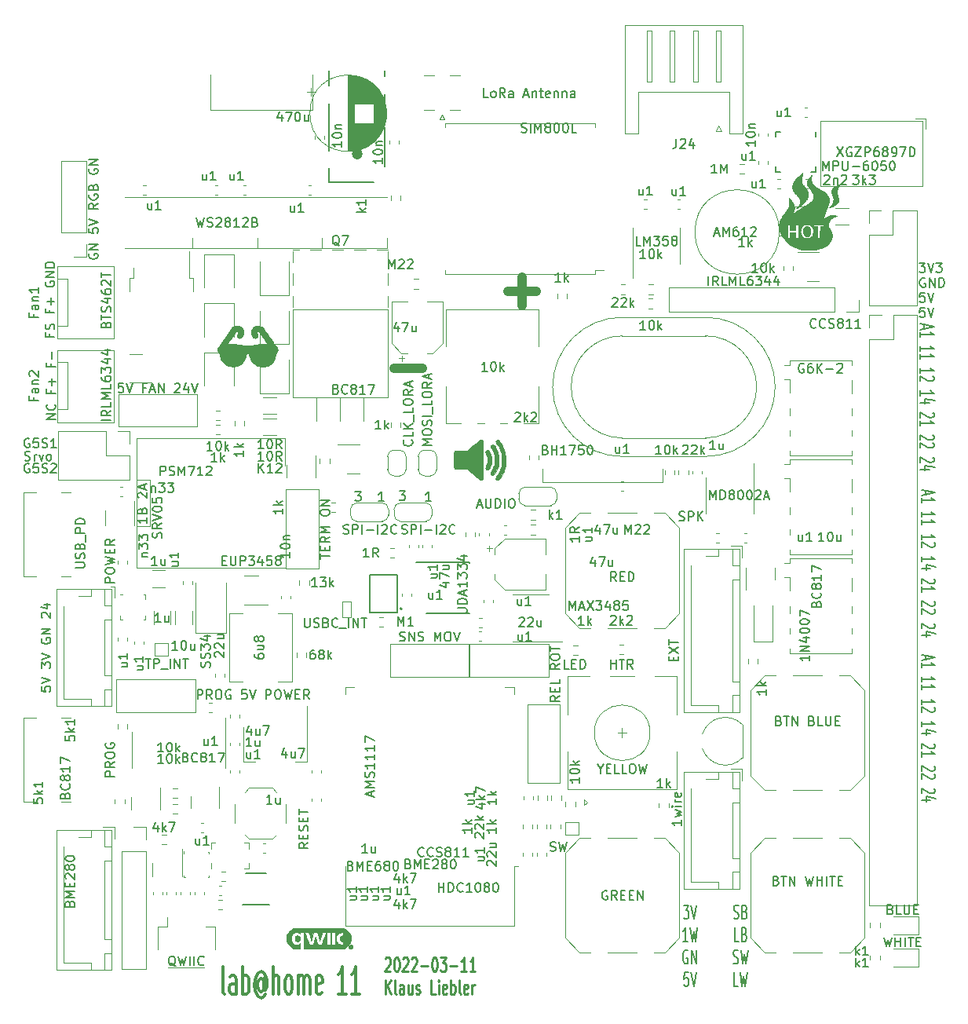
<source format=gbr>
%TF.GenerationSoftware,KiCad,Pcbnew,(6.0.1)*%
%TF.CreationDate,2022-03-13T10:13:47+01:00*%
%TF.ProjectId,pcbV10,70636256-3130-42e6-9b69-6361645f7063,rev?*%
%TF.SameCoordinates,Original*%
%TF.FileFunction,Legend,Top*%
%TF.FilePolarity,Positive*%
%FSLAX46Y46*%
G04 Gerber Fmt 4.6, Leading zero omitted, Abs format (unit mm)*
G04 Created by KiCad (PCBNEW (6.0.1)) date 2022-03-13 10:13:47*
%MOMM*%
%LPD*%
G01*
G04 APERTURE LIST*
%ADD10C,0.200000*%
%ADD11C,1.000000*%
%ADD12C,0.150000*%
%ADD13C,0.250000*%
%ADD14C,0.300000*%
%ADD15C,0.120000*%
%ADD16C,0.010000*%
%ADD17C,0.100000*%
%ADD18C,0.127000*%
%ADD19C,1.200000*%
G04 APERTURE END LIST*
D10*
X147197000Y-94900142D02*
X147197000Y-95328714D01*
X146768428Y-94814428D02*
X148268428Y-95114428D01*
X146768428Y-95414428D01*
X146768428Y-96185857D02*
X146768428Y-95671571D01*
X146768428Y-95928714D02*
X148268428Y-95928714D01*
X148054142Y-95842999D01*
X147911285Y-95757285D01*
X147839857Y-95671571D01*
X146768428Y-97728714D02*
X146768428Y-97214428D01*
X146768428Y-97471571D02*
X148268428Y-97471571D01*
X148054142Y-97385857D01*
X147911285Y-97300142D01*
X147839857Y-97214428D01*
X146768428Y-98585857D02*
X146768428Y-98071571D01*
X146768428Y-98328714D02*
X148268428Y-98328714D01*
X148054142Y-98242999D01*
X147911285Y-98157285D01*
X147839857Y-98071571D01*
X146768428Y-100128714D02*
X146768428Y-99614428D01*
X146768428Y-99871571D02*
X148268428Y-99871571D01*
X148054142Y-99785857D01*
X147911285Y-99700142D01*
X147839857Y-99614428D01*
X148125571Y-100471571D02*
X148197000Y-100514428D01*
X148268428Y-100600142D01*
X148268428Y-100814428D01*
X148197000Y-100900142D01*
X148125571Y-100942999D01*
X147982714Y-100985857D01*
X147839857Y-100985857D01*
X147625571Y-100942999D01*
X146768428Y-100428714D01*
X146768428Y-100985857D01*
X146768428Y-102528714D02*
X146768428Y-102014428D01*
X146768428Y-102271571D02*
X148268428Y-102271571D01*
X148054142Y-102185857D01*
X147911285Y-102100142D01*
X147839857Y-102014428D01*
X147768428Y-103300142D02*
X146768428Y-103300142D01*
X148339857Y-103085857D02*
X147268428Y-102871571D01*
X147268428Y-103428714D01*
X148125571Y-104414428D02*
X148197000Y-104457285D01*
X148268428Y-104542999D01*
X148268428Y-104757285D01*
X148197000Y-104842999D01*
X148125571Y-104885857D01*
X147982714Y-104928714D01*
X147839857Y-104928714D01*
X147625571Y-104885857D01*
X146768428Y-104371571D01*
X146768428Y-104928714D01*
X146768428Y-105785857D02*
X146768428Y-105271571D01*
X146768428Y-105528714D02*
X148268428Y-105528714D01*
X148054142Y-105442999D01*
X147911285Y-105357285D01*
X147839857Y-105271571D01*
X148125571Y-106814428D02*
X148197000Y-106857285D01*
X148268428Y-106942999D01*
X148268428Y-107157285D01*
X148197000Y-107242999D01*
X148125571Y-107285857D01*
X147982714Y-107328714D01*
X147839857Y-107328714D01*
X147625571Y-107285857D01*
X146768428Y-106771571D01*
X146768428Y-107328714D01*
X148125571Y-107671571D02*
X148197000Y-107714428D01*
X148268428Y-107800142D01*
X148268428Y-108014428D01*
X148197000Y-108100142D01*
X148125571Y-108142999D01*
X147982714Y-108185857D01*
X147839857Y-108185857D01*
X147625571Y-108142999D01*
X146768428Y-107628714D01*
X146768428Y-108185857D01*
X148125571Y-109214428D02*
X148197000Y-109257285D01*
X148268428Y-109342999D01*
X148268428Y-109557285D01*
X148197000Y-109642999D01*
X148125571Y-109685857D01*
X147982714Y-109728714D01*
X147839857Y-109728714D01*
X147625571Y-109685857D01*
X146768428Y-109171571D01*
X146768428Y-109728714D01*
X147768428Y-110500142D02*
X146768428Y-110500142D01*
X148339857Y-110285857D02*
X147268428Y-110071571D01*
X147268428Y-110628714D01*
X147197000Y-112680142D02*
X147197000Y-113108714D01*
X146768428Y-112594428D02*
X148268428Y-112894428D01*
X146768428Y-113194428D01*
X146768428Y-113965857D02*
X146768428Y-113451571D01*
X146768428Y-113708714D02*
X148268428Y-113708714D01*
X148054142Y-113622999D01*
X147911285Y-113537285D01*
X147839857Y-113451571D01*
X146768428Y-115508714D02*
X146768428Y-114994428D01*
X146768428Y-115251571D02*
X148268428Y-115251571D01*
X148054142Y-115165857D01*
X147911285Y-115080142D01*
X147839857Y-114994428D01*
X146768428Y-116365857D02*
X146768428Y-115851571D01*
X146768428Y-116108714D02*
X148268428Y-116108714D01*
X148054142Y-116022999D01*
X147911285Y-115937285D01*
X147839857Y-115851571D01*
X146768428Y-117908714D02*
X146768428Y-117394428D01*
X146768428Y-117651571D02*
X148268428Y-117651571D01*
X148054142Y-117565857D01*
X147911285Y-117480142D01*
X147839857Y-117394428D01*
X148125571Y-118251571D02*
X148197000Y-118294428D01*
X148268428Y-118380142D01*
X148268428Y-118594428D01*
X148197000Y-118680142D01*
X148125571Y-118722999D01*
X147982714Y-118765857D01*
X147839857Y-118765857D01*
X147625571Y-118722999D01*
X146768428Y-118208714D01*
X146768428Y-118765857D01*
X146768428Y-120308714D02*
X146768428Y-119794428D01*
X146768428Y-120051571D02*
X148268428Y-120051571D01*
X148054142Y-119965857D01*
X147911285Y-119880142D01*
X147839857Y-119794428D01*
X147768428Y-121080142D02*
X146768428Y-121080142D01*
X148339857Y-120865857D02*
X147268428Y-120651571D01*
X147268428Y-121208714D01*
X148125571Y-122194428D02*
X148197000Y-122237285D01*
X148268428Y-122322999D01*
X148268428Y-122537285D01*
X148197000Y-122622999D01*
X148125571Y-122665857D01*
X147982714Y-122708714D01*
X147839857Y-122708714D01*
X147625571Y-122665857D01*
X146768428Y-122151571D01*
X146768428Y-122708714D01*
X146768428Y-123565857D02*
X146768428Y-123051571D01*
X146768428Y-123308714D02*
X148268428Y-123308714D01*
X148054142Y-123222999D01*
X147911285Y-123137285D01*
X147839857Y-123051571D01*
X148125571Y-124594428D02*
X148197000Y-124637285D01*
X148268428Y-124722999D01*
X148268428Y-124937285D01*
X148197000Y-125022999D01*
X148125571Y-125065857D01*
X147982714Y-125108714D01*
X147839857Y-125108714D01*
X147625571Y-125065857D01*
X146768428Y-124551571D01*
X146768428Y-125108714D01*
X148125571Y-125451571D02*
X148197000Y-125494428D01*
X148268428Y-125580142D01*
X148268428Y-125794428D01*
X148197000Y-125880142D01*
X148125571Y-125922999D01*
X147982714Y-125965857D01*
X147839857Y-125965857D01*
X147625571Y-125922999D01*
X146768428Y-125408714D01*
X146768428Y-125965857D01*
X148125571Y-126994428D02*
X148197000Y-127037285D01*
X148268428Y-127122999D01*
X148268428Y-127337285D01*
X148197000Y-127422999D01*
X148125571Y-127465857D01*
X147982714Y-127508714D01*
X147839857Y-127508714D01*
X147625571Y-127465857D01*
X146768428Y-126951571D01*
X146768428Y-127508714D01*
X147768428Y-128280142D02*
X146768428Y-128280142D01*
X148339857Y-128065857D02*
X147268428Y-127851571D01*
X147268428Y-128408714D01*
D11*
X102176190Y-73385714D02*
X105223809Y-73385714D01*
X103700000Y-74909523D02*
X103700000Y-71861904D01*
D10*
X126546857Y-141002642D02*
X126675428Y-141074071D01*
X126889714Y-141074071D01*
X126975428Y-141002642D01*
X127018285Y-140931214D01*
X127061142Y-140788357D01*
X127061142Y-140645500D01*
X127018285Y-140502642D01*
X126975428Y-140431214D01*
X126889714Y-140359785D01*
X126718285Y-140288357D01*
X126632571Y-140216928D01*
X126589714Y-140145500D01*
X126546857Y-140002642D01*
X126546857Y-139859785D01*
X126589714Y-139716928D01*
X126632571Y-139645500D01*
X126718285Y-139574071D01*
X126932571Y-139574071D01*
X127061142Y-139645500D01*
X127746857Y-140288357D02*
X127875428Y-140359785D01*
X127918285Y-140431214D01*
X127961142Y-140574071D01*
X127961142Y-140788357D01*
X127918285Y-140931214D01*
X127875428Y-141002642D01*
X127789714Y-141074071D01*
X127446857Y-141074071D01*
X127446857Y-139574071D01*
X127746857Y-139574071D01*
X127832571Y-139645500D01*
X127875428Y-139716928D01*
X127918285Y-139859785D01*
X127918285Y-140002642D01*
X127875428Y-140145500D01*
X127832571Y-140216928D01*
X127746857Y-140288357D01*
X127446857Y-140288357D01*
X127082571Y-143489071D02*
X126654000Y-143489071D01*
X126654000Y-141989071D01*
X127682571Y-142703357D02*
X127811142Y-142774785D01*
X127854000Y-142846214D01*
X127896857Y-142989071D01*
X127896857Y-143203357D01*
X127854000Y-143346214D01*
X127811142Y-143417642D01*
X127725428Y-143489071D01*
X127382571Y-143489071D01*
X127382571Y-141989071D01*
X127682571Y-141989071D01*
X127768285Y-142060500D01*
X127811142Y-142131928D01*
X127854000Y-142274785D01*
X127854000Y-142417642D01*
X127811142Y-142560500D01*
X127768285Y-142631928D01*
X127682571Y-142703357D01*
X127382571Y-142703357D01*
X126482571Y-145832642D02*
X126611142Y-145904071D01*
X126825428Y-145904071D01*
X126911142Y-145832642D01*
X126954000Y-145761214D01*
X126996857Y-145618357D01*
X126996857Y-145475500D01*
X126954000Y-145332642D01*
X126911142Y-145261214D01*
X126825428Y-145189785D01*
X126654000Y-145118357D01*
X126568285Y-145046928D01*
X126525428Y-144975500D01*
X126482571Y-144832642D01*
X126482571Y-144689785D01*
X126525428Y-144546928D01*
X126568285Y-144475500D01*
X126654000Y-144404071D01*
X126868285Y-144404071D01*
X126996857Y-144475500D01*
X127296857Y-144404071D02*
X127511142Y-145904071D01*
X127682571Y-144832642D01*
X127854000Y-145904071D01*
X128068285Y-144404071D01*
X127018285Y-148319071D02*
X126589714Y-148319071D01*
X126589714Y-146819071D01*
X127232571Y-146819071D02*
X127446857Y-148319071D01*
X127618285Y-147247642D01*
X127789714Y-148319071D01*
X128004000Y-146819071D01*
X121107285Y-139574071D02*
X121664428Y-139574071D01*
X121364428Y-140145500D01*
X121493000Y-140145500D01*
X121578714Y-140216928D01*
X121621571Y-140288357D01*
X121664428Y-140431214D01*
X121664428Y-140788357D01*
X121621571Y-140931214D01*
X121578714Y-141002642D01*
X121493000Y-141074071D01*
X121235857Y-141074071D01*
X121150142Y-141002642D01*
X121107285Y-140931214D01*
X121921571Y-139574071D02*
X122221571Y-141074071D01*
X122521571Y-139574071D01*
X121535857Y-143489071D02*
X121021571Y-143489071D01*
X121278714Y-143489071D02*
X121278714Y-141989071D01*
X121193000Y-142203357D01*
X121107285Y-142346214D01*
X121021571Y-142417642D01*
X121835857Y-141989071D02*
X122050142Y-143489071D01*
X122221571Y-142417642D01*
X122393000Y-143489071D01*
X122607285Y-141989071D01*
X121557285Y-144475500D02*
X121471571Y-144404071D01*
X121343000Y-144404071D01*
X121214428Y-144475500D01*
X121128714Y-144618357D01*
X121085857Y-144761214D01*
X121043000Y-145046928D01*
X121043000Y-145261214D01*
X121085857Y-145546928D01*
X121128714Y-145689785D01*
X121214428Y-145832642D01*
X121343000Y-145904071D01*
X121428714Y-145904071D01*
X121557285Y-145832642D01*
X121600142Y-145761214D01*
X121600142Y-145261214D01*
X121428714Y-145261214D01*
X121985857Y-145904071D02*
X121985857Y-144404071D01*
X122500142Y-145904071D01*
X122500142Y-144404071D01*
X121621571Y-146819071D02*
X121193000Y-146819071D01*
X121150142Y-147533357D01*
X121193000Y-147461928D01*
X121278714Y-147390500D01*
X121493000Y-147390500D01*
X121578714Y-147461928D01*
X121621571Y-147533357D01*
X121664428Y-147676214D01*
X121664428Y-148033357D01*
X121621571Y-148176214D01*
X121578714Y-148247642D01*
X121493000Y-148319071D01*
X121278714Y-148319071D01*
X121193000Y-148247642D01*
X121150142Y-148176214D01*
X121921571Y-146819071D02*
X122221571Y-148319071D01*
X122521571Y-146819071D01*
D12*
X50559404Y-92000000D02*
X50464166Y-91952380D01*
X50321309Y-91952380D01*
X50178452Y-92000000D01*
X50083214Y-92095238D01*
X50035595Y-92190476D01*
X49987976Y-92380952D01*
X49987976Y-92523809D01*
X50035595Y-92714285D01*
X50083214Y-92809523D01*
X50178452Y-92904761D01*
X50321309Y-92952380D01*
X50416547Y-92952380D01*
X50559404Y-92904761D01*
X50607023Y-92857142D01*
X50607023Y-92523809D01*
X50416547Y-92523809D01*
X51511785Y-91952380D02*
X51035595Y-91952380D01*
X50987976Y-92428571D01*
X51035595Y-92380952D01*
X51130833Y-92333333D01*
X51368928Y-92333333D01*
X51464166Y-92380952D01*
X51511785Y-92428571D01*
X51559404Y-92523809D01*
X51559404Y-92761904D01*
X51511785Y-92857142D01*
X51464166Y-92904761D01*
X51368928Y-92952380D01*
X51130833Y-92952380D01*
X51035595Y-92904761D01*
X50987976Y-92857142D01*
X51940357Y-92904761D02*
X52083214Y-92952380D01*
X52321309Y-92952380D01*
X52416547Y-92904761D01*
X52464166Y-92857142D01*
X52511785Y-92761904D01*
X52511785Y-92666666D01*
X52464166Y-92571428D01*
X52416547Y-92523809D01*
X52321309Y-92476190D01*
X52130833Y-92428571D01*
X52035595Y-92380952D01*
X51987976Y-92333333D01*
X51940357Y-92238095D01*
X51940357Y-92142857D01*
X51987976Y-92047619D01*
X52035595Y-92000000D01*
X52130833Y-91952380D01*
X52368928Y-91952380D01*
X52511785Y-92000000D01*
X52892738Y-92047619D02*
X52940357Y-92000000D01*
X53035595Y-91952380D01*
X53273690Y-91952380D01*
X53368928Y-92000000D01*
X53416547Y-92047619D01*
X53464166Y-92142857D01*
X53464166Y-92238095D01*
X53416547Y-92380952D01*
X52845119Y-92952380D01*
X53464166Y-92952380D01*
X53411380Y-87208857D02*
X52411380Y-87208857D01*
X53411380Y-86637428D01*
X52411380Y-86637428D01*
X53316142Y-85589809D02*
X53363761Y-85637428D01*
X53411380Y-85780285D01*
X53411380Y-85875523D01*
X53363761Y-86018380D01*
X53268523Y-86113619D01*
X53173285Y-86161238D01*
X52982809Y-86208857D01*
X52839952Y-86208857D01*
X52649476Y-86161238D01*
X52554238Y-86113619D01*
X52459000Y-86018380D01*
X52411380Y-85875523D01*
X52411380Y-85780285D01*
X52459000Y-85637428D01*
X52506619Y-85589809D01*
X52887571Y-84066000D02*
X52887571Y-84399333D01*
X53411380Y-84399333D02*
X52411380Y-84399333D01*
X52411380Y-83923142D01*
X53030428Y-83542190D02*
X53030428Y-82780285D01*
X53411380Y-83161238D02*
X52649476Y-83161238D01*
X52887571Y-81208857D02*
X52887571Y-81542190D01*
X53411380Y-81542190D02*
X52411380Y-81542190D01*
X52411380Y-81066000D01*
X53030428Y-80685047D02*
X53030428Y-79923142D01*
X52760571Y-77961666D02*
X52760571Y-78295000D01*
X53284380Y-78295000D02*
X52284380Y-78295000D01*
X52284380Y-77818809D01*
X53236761Y-77485476D02*
X53284380Y-77342619D01*
X53284380Y-77104523D01*
X53236761Y-77009285D01*
X53189142Y-76961666D01*
X53093904Y-76914047D01*
X52998666Y-76914047D01*
X52903428Y-76961666D01*
X52855809Y-77009285D01*
X52808190Y-77104523D01*
X52760571Y-77295000D01*
X52712952Y-77390238D01*
X52665333Y-77437857D01*
X52570095Y-77485476D01*
X52474857Y-77485476D01*
X52379619Y-77437857D01*
X52332000Y-77390238D01*
X52284380Y-77295000D01*
X52284380Y-77056904D01*
X52332000Y-76914047D01*
X52760571Y-75390238D02*
X52760571Y-75723571D01*
X53284380Y-75723571D02*
X52284380Y-75723571D01*
X52284380Y-75247380D01*
X52903428Y-74866428D02*
X52903428Y-74104523D01*
X53284380Y-74485476D02*
X52522476Y-74485476D01*
X52332000Y-72342619D02*
X52284380Y-72437857D01*
X52284380Y-72580714D01*
X52332000Y-72723571D01*
X52427238Y-72818809D01*
X52522476Y-72866428D01*
X52712952Y-72914047D01*
X52855809Y-72914047D01*
X53046285Y-72866428D01*
X53141523Y-72818809D01*
X53236761Y-72723571D01*
X53284380Y-72580714D01*
X53284380Y-72485476D01*
X53236761Y-72342619D01*
X53189142Y-72295000D01*
X52855809Y-72295000D01*
X52855809Y-72485476D01*
X53284380Y-71866428D02*
X52284380Y-71866428D01*
X53284380Y-71295000D01*
X52284380Y-71295000D01*
X53284380Y-70818809D02*
X52284380Y-70818809D01*
X52284380Y-70580714D01*
X52332000Y-70437857D01*
X52427238Y-70342619D01*
X52522476Y-70295000D01*
X52712952Y-70247380D01*
X52855809Y-70247380D01*
X53046285Y-70295000D01*
X53141523Y-70342619D01*
X53236761Y-70437857D01*
X53284380Y-70580714D01*
X53284380Y-70818809D01*
D10*
X147070000Y-76993142D02*
X147070000Y-77421714D01*
X146641428Y-76907428D02*
X148141428Y-77207428D01*
X146641428Y-77507428D01*
X146641428Y-78278857D02*
X146641428Y-77764571D01*
X146641428Y-78021714D02*
X148141428Y-78021714D01*
X147927142Y-77935999D01*
X147784285Y-77850285D01*
X147712857Y-77764571D01*
X146641428Y-79821714D02*
X146641428Y-79307428D01*
X146641428Y-79564571D02*
X148141428Y-79564571D01*
X147927142Y-79478857D01*
X147784285Y-79393142D01*
X147712857Y-79307428D01*
X146641428Y-80678857D02*
X146641428Y-80164571D01*
X146641428Y-80421714D02*
X148141428Y-80421714D01*
X147927142Y-80335999D01*
X147784285Y-80250285D01*
X147712857Y-80164571D01*
X146641428Y-82221714D02*
X146641428Y-81707428D01*
X146641428Y-81964571D02*
X148141428Y-81964571D01*
X147927142Y-81878857D01*
X147784285Y-81793142D01*
X147712857Y-81707428D01*
X147998571Y-82564571D02*
X148070000Y-82607428D01*
X148141428Y-82693142D01*
X148141428Y-82907428D01*
X148070000Y-82993142D01*
X147998571Y-83035999D01*
X147855714Y-83078857D01*
X147712857Y-83078857D01*
X147498571Y-83035999D01*
X146641428Y-82521714D01*
X146641428Y-83078857D01*
X146641428Y-84621714D02*
X146641428Y-84107428D01*
X146641428Y-84364571D02*
X148141428Y-84364571D01*
X147927142Y-84278857D01*
X147784285Y-84193142D01*
X147712857Y-84107428D01*
X147641428Y-85393142D02*
X146641428Y-85393142D01*
X148212857Y-85178857D02*
X147141428Y-84964571D01*
X147141428Y-85521714D01*
X147998571Y-86507428D02*
X148070000Y-86550285D01*
X148141428Y-86635999D01*
X148141428Y-86850285D01*
X148070000Y-86935999D01*
X147998571Y-86978857D01*
X147855714Y-87021714D01*
X147712857Y-87021714D01*
X147498571Y-86978857D01*
X146641428Y-86464571D01*
X146641428Y-87021714D01*
X146641428Y-87878857D02*
X146641428Y-87364571D01*
X146641428Y-87621714D02*
X148141428Y-87621714D01*
X147927142Y-87535999D01*
X147784285Y-87450285D01*
X147712857Y-87364571D01*
X147998571Y-88907428D02*
X148070000Y-88950285D01*
X148141428Y-89035999D01*
X148141428Y-89250285D01*
X148070000Y-89335999D01*
X147998571Y-89378857D01*
X147855714Y-89421714D01*
X147712857Y-89421714D01*
X147498571Y-89378857D01*
X146641428Y-88864571D01*
X146641428Y-89421714D01*
X147998571Y-89764571D02*
X148070000Y-89807428D01*
X148141428Y-89893142D01*
X148141428Y-90107428D01*
X148070000Y-90193142D01*
X147998571Y-90235999D01*
X147855714Y-90278857D01*
X147712857Y-90278857D01*
X147498571Y-90235999D01*
X146641428Y-89721714D01*
X146641428Y-90278857D01*
X147998571Y-91307428D02*
X148070000Y-91350285D01*
X148141428Y-91435999D01*
X148141428Y-91650285D01*
X148070000Y-91735999D01*
X147998571Y-91778857D01*
X147855714Y-91821714D01*
X147712857Y-91821714D01*
X147498571Y-91778857D01*
X146641428Y-91264571D01*
X146641428Y-91821714D01*
X147641428Y-92593142D02*
X146641428Y-92593142D01*
X148212857Y-92378857D02*
X147141428Y-92164571D01*
X147141428Y-92721714D01*
D11*
X89906190Y-81715714D02*
X92953809Y-81715714D01*
D12*
X146540357Y-70337380D02*
X147159404Y-70337380D01*
X146826071Y-70718333D01*
X146968928Y-70718333D01*
X147064166Y-70765952D01*
X147111785Y-70813571D01*
X147159404Y-70908809D01*
X147159404Y-71146904D01*
X147111785Y-71242142D01*
X147064166Y-71289761D01*
X146968928Y-71337380D01*
X146683214Y-71337380D01*
X146587976Y-71289761D01*
X146540357Y-71242142D01*
X147445119Y-70337380D02*
X147778452Y-71337380D01*
X148111785Y-70337380D01*
X148349880Y-70337380D02*
X148968928Y-70337380D01*
X148635595Y-70718333D01*
X148778452Y-70718333D01*
X148873690Y-70765952D01*
X148921309Y-70813571D01*
X148968928Y-70908809D01*
X148968928Y-71146904D01*
X148921309Y-71242142D01*
X148873690Y-71289761D01*
X148778452Y-71337380D01*
X148492738Y-71337380D01*
X148397500Y-71289761D01*
X148349880Y-71242142D01*
X147159404Y-71995000D02*
X147064166Y-71947380D01*
X146921309Y-71947380D01*
X146778452Y-71995000D01*
X146683214Y-72090238D01*
X146635595Y-72185476D01*
X146587976Y-72375952D01*
X146587976Y-72518809D01*
X146635595Y-72709285D01*
X146683214Y-72804523D01*
X146778452Y-72899761D01*
X146921309Y-72947380D01*
X147016547Y-72947380D01*
X147159404Y-72899761D01*
X147207023Y-72852142D01*
X147207023Y-72518809D01*
X147016547Y-72518809D01*
X147635595Y-72947380D02*
X147635595Y-71947380D01*
X148207023Y-72947380D01*
X148207023Y-71947380D01*
X148683214Y-72947380D02*
X148683214Y-71947380D01*
X148921309Y-71947380D01*
X149064166Y-71995000D01*
X149159404Y-72090238D01*
X149207023Y-72185476D01*
X149254642Y-72375952D01*
X149254642Y-72518809D01*
X149207023Y-72709285D01*
X149159404Y-72804523D01*
X149064166Y-72899761D01*
X148921309Y-72947380D01*
X148683214Y-72947380D01*
X147111785Y-73557380D02*
X146635595Y-73557380D01*
X146587976Y-74033571D01*
X146635595Y-73985952D01*
X146730833Y-73938333D01*
X146968928Y-73938333D01*
X147064166Y-73985952D01*
X147111785Y-74033571D01*
X147159404Y-74128809D01*
X147159404Y-74366904D01*
X147111785Y-74462142D01*
X147064166Y-74509761D01*
X146968928Y-74557380D01*
X146730833Y-74557380D01*
X146635595Y-74509761D01*
X146587976Y-74462142D01*
X147445119Y-73557380D02*
X147778452Y-74557380D01*
X148111785Y-73557380D01*
X147111785Y-75167380D02*
X146635595Y-75167380D01*
X146587976Y-75643571D01*
X146635595Y-75595952D01*
X146730833Y-75548333D01*
X146968928Y-75548333D01*
X147064166Y-75595952D01*
X147111785Y-75643571D01*
X147159404Y-75738809D01*
X147159404Y-75976904D01*
X147111785Y-76072142D01*
X147064166Y-76119761D01*
X146968928Y-76167380D01*
X146730833Y-76167380D01*
X146635595Y-76119761D01*
X146587976Y-76072142D01*
X147445119Y-75167380D02*
X147778452Y-76167380D01*
X148111785Y-75167380D01*
X50559404Y-89300000D02*
X50464166Y-89252380D01*
X50321309Y-89252380D01*
X50178452Y-89300000D01*
X50083214Y-89395238D01*
X50035595Y-89490476D01*
X49987976Y-89680952D01*
X49987976Y-89823809D01*
X50035595Y-90014285D01*
X50083214Y-90109523D01*
X50178452Y-90204761D01*
X50321309Y-90252380D01*
X50416547Y-90252380D01*
X50559404Y-90204761D01*
X50607023Y-90157142D01*
X50607023Y-89823809D01*
X50416547Y-89823809D01*
X51511785Y-89252380D02*
X51035595Y-89252380D01*
X50987976Y-89728571D01*
X51035595Y-89680952D01*
X51130833Y-89633333D01*
X51368928Y-89633333D01*
X51464166Y-89680952D01*
X51511785Y-89728571D01*
X51559404Y-89823809D01*
X51559404Y-90061904D01*
X51511785Y-90157142D01*
X51464166Y-90204761D01*
X51368928Y-90252380D01*
X51130833Y-90252380D01*
X51035595Y-90204761D01*
X50987976Y-90157142D01*
X51940357Y-90204761D02*
X52083214Y-90252380D01*
X52321309Y-90252380D01*
X52416547Y-90204761D01*
X52464166Y-90157142D01*
X52511785Y-90061904D01*
X52511785Y-89966666D01*
X52464166Y-89871428D01*
X52416547Y-89823809D01*
X52321309Y-89776190D01*
X52130833Y-89728571D01*
X52035595Y-89680952D01*
X51987976Y-89633333D01*
X51940357Y-89538095D01*
X51940357Y-89442857D01*
X51987976Y-89347619D01*
X52035595Y-89300000D01*
X52130833Y-89252380D01*
X52368928Y-89252380D01*
X52511785Y-89300000D01*
X53464166Y-90252380D02*
X52892738Y-90252380D01*
X53178452Y-90252380D02*
X53178452Y-89252380D01*
X53083214Y-89395238D01*
X52987976Y-89490476D01*
X52892738Y-89538095D01*
D13*
X88935476Y-145370428D02*
X88983095Y-145299000D01*
X89078333Y-145227571D01*
X89316428Y-145227571D01*
X89411666Y-145299000D01*
X89459285Y-145370428D01*
X89506904Y-145513285D01*
X89506904Y-145656142D01*
X89459285Y-145870428D01*
X88887857Y-146727571D01*
X89506904Y-146727571D01*
X90125952Y-145227571D02*
X90221190Y-145227571D01*
X90316428Y-145299000D01*
X90364047Y-145370428D01*
X90411666Y-145513285D01*
X90459285Y-145799000D01*
X90459285Y-146156142D01*
X90411666Y-146441857D01*
X90364047Y-146584714D01*
X90316428Y-146656142D01*
X90221190Y-146727571D01*
X90125952Y-146727571D01*
X90030714Y-146656142D01*
X89983095Y-146584714D01*
X89935476Y-146441857D01*
X89887857Y-146156142D01*
X89887857Y-145799000D01*
X89935476Y-145513285D01*
X89983095Y-145370428D01*
X90030714Y-145299000D01*
X90125952Y-145227571D01*
X90840238Y-145370428D02*
X90887857Y-145299000D01*
X90983095Y-145227571D01*
X91221190Y-145227571D01*
X91316428Y-145299000D01*
X91364047Y-145370428D01*
X91411666Y-145513285D01*
X91411666Y-145656142D01*
X91364047Y-145870428D01*
X90792619Y-146727571D01*
X91411666Y-146727571D01*
X91792619Y-145370428D02*
X91840238Y-145299000D01*
X91935476Y-145227571D01*
X92173571Y-145227571D01*
X92268809Y-145299000D01*
X92316428Y-145370428D01*
X92364047Y-145513285D01*
X92364047Y-145656142D01*
X92316428Y-145870428D01*
X91745000Y-146727571D01*
X92364047Y-146727571D01*
X92792619Y-146156142D02*
X93554523Y-146156142D01*
X94221190Y-145227571D02*
X94316428Y-145227571D01*
X94411666Y-145299000D01*
X94459285Y-145370428D01*
X94506904Y-145513285D01*
X94554523Y-145799000D01*
X94554523Y-146156142D01*
X94506904Y-146441857D01*
X94459285Y-146584714D01*
X94411666Y-146656142D01*
X94316428Y-146727571D01*
X94221190Y-146727571D01*
X94125952Y-146656142D01*
X94078333Y-146584714D01*
X94030714Y-146441857D01*
X93983095Y-146156142D01*
X93983095Y-145799000D01*
X94030714Y-145513285D01*
X94078333Y-145370428D01*
X94125952Y-145299000D01*
X94221190Y-145227571D01*
X94887857Y-145227571D02*
X95506904Y-145227571D01*
X95173571Y-145799000D01*
X95316428Y-145799000D01*
X95411666Y-145870428D01*
X95459285Y-145941857D01*
X95506904Y-146084714D01*
X95506904Y-146441857D01*
X95459285Y-146584714D01*
X95411666Y-146656142D01*
X95316428Y-146727571D01*
X95030714Y-146727571D01*
X94935476Y-146656142D01*
X94887857Y-146584714D01*
X95935476Y-146156142D02*
X96697380Y-146156142D01*
X97697380Y-146727571D02*
X97125952Y-146727571D01*
X97411666Y-146727571D02*
X97411666Y-145227571D01*
X97316428Y-145441857D01*
X97221190Y-145584714D01*
X97125952Y-145656142D01*
X98649761Y-146727571D02*
X98078333Y-146727571D01*
X98364047Y-146727571D02*
X98364047Y-145227571D01*
X98268809Y-145441857D01*
X98173571Y-145584714D01*
X98078333Y-145656142D01*
X88983095Y-149142571D02*
X88983095Y-147642571D01*
X89554523Y-149142571D02*
X89125952Y-148285428D01*
X89554523Y-147642571D02*
X88983095Y-148499714D01*
X90125952Y-149142571D02*
X90030714Y-149071142D01*
X89983095Y-148928285D01*
X89983095Y-147642571D01*
X90935476Y-149142571D02*
X90935476Y-148356857D01*
X90887857Y-148214000D01*
X90792619Y-148142571D01*
X90602142Y-148142571D01*
X90506904Y-148214000D01*
X90935476Y-149071142D02*
X90840238Y-149142571D01*
X90602142Y-149142571D01*
X90506904Y-149071142D01*
X90459285Y-148928285D01*
X90459285Y-148785428D01*
X90506904Y-148642571D01*
X90602142Y-148571142D01*
X90840238Y-148571142D01*
X90935476Y-148499714D01*
X91840238Y-148142571D02*
X91840238Y-149142571D01*
X91411666Y-148142571D02*
X91411666Y-148928285D01*
X91459285Y-149071142D01*
X91554523Y-149142571D01*
X91697380Y-149142571D01*
X91792619Y-149071142D01*
X91840238Y-148999714D01*
X92268809Y-149071142D02*
X92364047Y-149142571D01*
X92554523Y-149142571D01*
X92649761Y-149071142D01*
X92697380Y-148928285D01*
X92697380Y-148856857D01*
X92649761Y-148714000D01*
X92554523Y-148642571D01*
X92411666Y-148642571D01*
X92316428Y-148571142D01*
X92268809Y-148428285D01*
X92268809Y-148356857D01*
X92316428Y-148214000D01*
X92411666Y-148142571D01*
X92554523Y-148142571D01*
X92649761Y-148214000D01*
X94364047Y-149142571D02*
X93887857Y-149142571D01*
X93887857Y-147642571D01*
X94697380Y-149142571D02*
X94697380Y-148142571D01*
X94697380Y-147642571D02*
X94649761Y-147714000D01*
X94697380Y-147785428D01*
X94745000Y-147714000D01*
X94697380Y-147642571D01*
X94697380Y-147785428D01*
X95554523Y-149071142D02*
X95459285Y-149142571D01*
X95268809Y-149142571D01*
X95173571Y-149071142D01*
X95125952Y-148928285D01*
X95125952Y-148356857D01*
X95173571Y-148214000D01*
X95268809Y-148142571D01*
X95459285Y-148142571D01*
X95554523Y-148214000D01*
X95602142Y-148356857D01*
X95602142Y-148499714D01*
X95125952Y-148642571D01*
X96030714Y-149142571D02*
X96030714Y-147642571D01*
X96030714Y-148214000D02*
X96125952Y-148142571D01*
X96316428Y-148142571D01*
X96411666Y-148214000D01*
X96459285Y-148285428D01*
X96506904Y-148428285D01*
X96506904Y-148856857D01*
X96459285Y-148999714D01*
X96411666Y-149071142D01*
X96316428Y-149142571D01*
X96125952Y-149142571D01*
X96030714Y-149071142D01*
X97078333Y-149142571D02*
X96983095Y-149071142D01*
X96935476Y-148928285D01*
X96935476Y-147642571D01*
X97840238Y-149071142D02*
X97745000Y-149142571D01*
X97554523Y-149142571D01*
X97459285Y-149071142D01*
X97411666Y-148928285D01*
X97411666Y-148356857D01*
X97459285Y-148214000D01*
X97554523Y-148142571D01*
X97745000Y-148142571D01*
X97840238Y-148214000D01*
X97887857Y-148356857D01*
X97887857Y-148499714D01*
X97411666Y-148642571D01*
X98316428Y-149142571D02*
X98316428Y-148142571D01*
X98316428Y-148428285D02*
X98364047Y-148285428D01*
X98411666Y-148214000D01*
X98506904Y-148142571D01*
X98602142Y-148142571D01*
D14*
X71632428Y-149185142D02*
X71489571Y-149042285D01*
X71418142Y-148756571D01*
X71418142Y-146185142D01*
X72846714Y-149185142D02*
X72846714Y-147613714D01*
X72775285Y-147328000D01*
X72632428Y-147185142D01*
X72346714Y-147185142D01*
X72203857Y-147328000D01*
X72846714Y-149042285D02*
X72703857Y-149185142D01*
X72346714Y-149185142D01*
X72203857Y-149042285D01*
X72132428Y-148756571D01*
X72132428Y-148470857D01*
X72203857Y-148185142D01*
X72346714Y-148042285D01*
X72703857Y-148042285D01*
X72846714Y-147899428D01*
X73561000Y-149185142D02*
X73561000Y-146185142D01*
X73561000Y-147328000D02*
X73703857Y-147185142D01*
X73989571Y-147185142D01*
X74132428Y-147328000D01*
X74203857Y-147470857D01*
X74275285Y-147756571D01*
X74275285Y-148613714D01*
X74203857Y-148899428D01*
X74132428Y-149042285D01*
X73989571Y-149185142D01*
X73703857Y-149185142D01*
X73561000Y-149042285D01*
X75846714Y-147756571D02*
X75775285Y-147613714D01*
X75632428Y-147470857D01*
X75489571Y-147470857D01*
X75346714Y-147613714D01*
X75275285Y-147756571D01*
X75203857Y-148042285D01*
X75203857Y-148328000D01*
X75275285Y-148613714D01*
X75346714Y-148756571D01*
X75489571Y-148899428D01*
X75632428Y-148899428D01*
X75775285Y-148756571D01*
X75846714Y-148613714D01*
X75846714Y-147470857D02*
X75846714Y-148613714D01*
X75918142Y-148756571D01*
X75989571Y-148756571D01*
X76132428Y-148613714D01*
X76203857Y-148328000D01*
X76203857Y-147613714D01*
X76061000Y-147185142D01*
X75846714Y-146899428D01*
X75561000Y-146756571D01*
X75275285Y-146899428D01*
X75061000Y-147185142D01*
X74918142Y-147613714D01*
X74846714Y-148185142D01*
X74918142Y-148756571D01*
X75061000Y-149185142D01*
X75275285Y-149470857D01*
X75561000Y-149613714D01*
X75846714Y-149470857D01*
X76061000Y-149185142D01*
X76846714Y-149185142D02*
X76846714Y-146185142D01*
X77489571Y-149185142D02*
X77489571Y-147613714D01*
X77418142Y-147328000D01*
X77275285Y-147185142D01*
X77061000Y-147185142D01*
X76918142Y-147328000D01*
X76846714Y-147470857D01*
X78418142Y-149185142D02*
X78275285Y-149042285D01*
X78203857Y-148899428D01*
X78132428Y-148613714D01*
X78132428Y-147756571D01*
X78203857Y-147470857D01*
X78275285Y-147328000D01*
X78418142Y-147185142D01*
X78632428Y-147185142D01*
X78775285Y-147328000D01*
X78846714Y-147470857D01*
X78918142Y-147756571D01*
X78918142Y-148613714D01*
X78846714Y-148899428D01*
X78775285Y-149042285D01*
X78632428Y-149185142D01*
X78418142Y-149185142D01*
X79561000Y-149185142D02*
X79561000Y-147185142D01*
X79561000Y-147470857D02*
X79632428Y-147328000D01*
X79775285Y-147185142D01*
X79989571Y-147185142D01*
X80132428Y-147328000D01*
X80203857Y-147613714D01*
X80203857Y-149185142D01*
X80203857Y-147613714D02*
X80275285Y-147328000D01*
X80418142Y-147185142D01*
X80632428Y-147185142D01*
X80775285Y-147328000D01*
X80846714Y-147613714D01*
X80846714Y-149185142D01*
X82132428Y-149042285D02*
X81989571Y-149185142D01*
X81703857Y-149185142D01*
X81561000Y-149042285D01*
X81489571Y-148756571D01*
X81489571Y-147613714D01*
X81561000Y-147328000D01*
X81703857Y-147185142D01*
X81989571Y-147185142D01*
X82132428Y-147328000D01*
X82203857Y-147613714D01*
X82203857Y-147899428D01*
X81489571Y-148185142D01*
X84775285Y-149185142D02*
X83918142Y-149185142D01*
X84346714Y-149185142D02*
X84346714Y-146185142D01*
X84203857Y-146613714D01*
X84061000Y-146899428D01*
X83918142Y-147042285D01*
X86203857Y-149185142D02*
X85346714Y-149185142D01*
X85775285Y-149185142D02*
X85775285Y-146185142D01*
X85632428Y-146613714D01*
X85489571Y-146899428D01*
X85346714Y-147042285D01*
D12*
%TO.C,C1*%
X74461904Y-120585714D02*
X74461904Y-121252380D01*
X74223809Y-120204761D02*
X73985714Y-120919047D01*
X74604761Y-120919047D01*
X75414285Y-120585714D02*
X75414285Y-121252380D01*
X74985714Y-120585714D02*
X74985714Y-121109523D01*
X75033333Y-121204761D01*
X75128571Y-121252380D01*
X75271428Y-121252380D01*
X75366666Y-121204761D01*
X75414285Y-121157142D01*
X75795238Y-120252380D02*
X76461904Y-120252380D01*
X76033333Y-121252380D01*
%TO.C,C3*%
X74533333Y-122452380D02*
X73961904Y-122452380D01*
X74247619Y-122452380D02*
X74247619Y-121452380D01*
X74152380Y-121595238D01*
X74057142Y-121690476D01*
X73961904Y-121738095D01*
X75390476Y-121785714D02*
X75390476Y-122452380D01*
X74961904Y-121785714D02*
X74961904Y-122309523D01*
X75009523Y-122404761D01*
X75104761Y-122452380D01*
X75247619Y-122452380D01*
X75342857Y-122404761D01*
X75390476Y-122357142D01*
%TO.C,C4*%
X98942214Y-134361904D02*
X99608880Y-134361904D01*
X98942214Y-134790476D02*
X99466023Y-134790476D01*
X99561261Y-134742857D01*
X99608880Y-134647619D01*
X99608880Y-134504761D01*
X99561261Y-134409523D01*
X99513642Y-134361904D01*
X99608880Y-133361904D02*
X99608880Y-133933333D01*
X99608880Y-133647619D02*
X98608880Y-133647619D01*
X98751738Y-133742857D01*
X98846976Y-133838095D01*
X98894595Y-133933333D01*
%TO.C,C5*%
X68938095Y-132385714D02*
X68938095Y-133052380D01*
X68509523Y-132385714D02*
X68509523Y-132909523D01*
X68557142Y-133004761D01*
X68652380Y-133052380D01*
X68795238Y-133052380D01*
X68890476Y-133004761D01*
X68938095Y-132957142D01*
X69938095Y-133052380D02*
X69366666Y-133052380D01*
X69652380Y-133052380D02*
X69652380Y-132052380D01*
X69557142Y-132195238D01*
X69461904Y-132290476D01*
X69366666Y-132338095D01*
%TO.C,C8*%
X78261904Y-122985714D02*
X78261904Y-123652380D01*
X78023809Y-122604761D02*
X77785714Y-123319047D01*
X78404761Y-123319047D01*
X79214285Y-122985714D02*
X79214285Y-123652380D01*
X78785714Y-122985714D02*
X78785714Y-123509523D01*
X78833333Y-123604761D01*
X78928571Y-123652380D01*
X79071428Y-123652380D01*
X79166666Y-123604761D01*
X79214285Y-123557142D01*
X79595238Y-122652380D02*
X80261904Y-122652380D01*
X79833333Y-123652380D01*
%TO.C,C9*%
X76733333Y-128652380D02*
X76161904Y-128652380D01*
X76447619Y-128652380D02*
X76447619Y-127652380D01*
X76352380Y-127795238D01*
X76257142Y-127890476D01*
X76161904Y-127938095D01*
X77590476Y-127985714D02*
X77590476Y-128652380D01*
X77161904Y-127985714D02*
X77161904Y-128509523D01*
X77209523Y-128604761D01*
X77304761Y-128652380D01*
X77447619Y-128652380D01*
X77542857Y-128604761D01*
X77590476Y-128557142D01*
%TO.C,C10*%
X69838095Y-121685714D02*
X69838095Y-122352380D01*
X69409523Y-121685714D02*
X69409523Y-122209523D01*
X69457142Y-122304761D01*
X69552380Y-122352380D01*
X69695238Y-122352380D01*
X69790476Y-122304761D01*
X69838095Y-122257142D01*
X70838095Y-122352380D02*
X70266666Y-122352380D01*
X70552380Y-122352380D02*
X70552380Y-121352380D01*
X70457142Y-121495238D01*
X70361904Y-121590476D01*
X70266666Y-121638095D01*
%TO.C,C14*%
X72636095Y-60745714D02*
X72636095Y-61412380D01*
X72207523Y-60745714D02*
X72207523Y-61269523D01*
X72255142Y-61364761D01*
X72350380Y-61412380D01*
X72493238Y-61412380D01*
X72588476Y-61364761D01*
X72636095Y-61317142D01*
X73636095Y-61412380D02*
X73064666Y-61412380D01*
X73350380Y-61412380D02*
X73350380Y-60412380D01*
X73255142Y-60555238D01*
X73159904Y-60650476D01*
X73064666Y-60698095D01*
%TO.C,C16*%
X69651595Y-60745714D02*
X69651595Y-61412380D01*
X69223023Y-60745714D02*
X69223023Y-61269523D01*
X69270642Y-61364761D01*
X69365880Y-61412380D01*
X69508738Y-61412380D01*
X69603976Y-61364761D01*
X69651595Y-61317142D01*
X70651595Y-61412380D02*
X70080166Y-61412380D01*
X70365880Y-61412380D02*
X70365880Y-60412380D01*
X70270642Y-60555238D01*
X70175404Y-60650476D01*
X70080166Y-60698095D01*
%TO.C,C18*%
X63746095Y-63920714D02*
X63746095Y-64587380D01*
X63317523Y-63920714D02*
X63317523Y-64444523D01*
X63365142Y-64539761D01*
X63460380Y-64587380D01*
X63603238Y-64587380D01*
X63698476Y-64539761D01*
X63746095Y-64492142D01*
X64746095Y-64587380D02*
X64174666Y-64587380D01*
X64460380Y-64587380D02*
X64460380Y-63587380D01*
X64365142Y-63730238D01*
X64269904Y-63825476D01*
X64174666Y-63873095D01*
%TO.C,C27*%
X77785714Y-54385714D02*
X77785714Y-55052380D01*
X77547619Y-54004761D02*
X77309523Y-54719047D01*
X77928571Y-54719047D01*
X78214285Y-54052380D02*
X78880952Y-54052380D01*
X78452380Y-55052380D01*
X79452380Y-54052380D02*
X79547619Y-54052380D01*
X79642857Y-54100000D01*
X79690476Y-54147619D01*
X79738095Y-54242857D01*
X79785714Y-54433333D01*
X79785714Y-54671428D01*
X79738095Y-54861904D01*
X79690476Y-54957142D01*
X79642857Y-55004761D01*
X79547619Y-55052380D01*
X79452380Y-55052380D01*
X79357142Y-55004761D01*
X79309523Y-54957142D01*
X79261904Y-54861904D01*
X79214285Y-54671428D01*
X79214285Y-54433333D01*
X79261904Y-54242857D01*
X79309523Y-54147619D01*
X79357142Y-54100000D01*
X79452380Y-54052380D01*
X80642857Y-54385714D02*
X80642857Y-55052380D01*
X80214285Y-54385714D02*
X80214285Y-54909523D01*
X80261904Y-55004761D01*
X80357142Y-55052380D01*
X80500000Y-55052380D01*
X80595238Y-55004761D01*
X80642857Y-54957142D01*
%TO.C,D5*%
X134652380Y-112642857D02*
X134652380Y-113214285D01*
X134652380Y-112928571D02*
X133652380Y-112928571D01*
X133795238Y-113023809D01*
X133890476Y-113119047D01*
X133938095Y-113214285D01*
X134652380Y-112214285D02*
X133652380Y-112214285D01*
X134652380Y-111642857D01*
X133652380Y-111642857D01*
X133985714Y-110738095D02*
X134652380Y-110738095D01*
X133604761Y-110976190D02*
X134319047Y-111214285D01*
X134319047Y-110595238D01*
X133652380Y-110023809D02*
X133652380Y-109928571D01*
X133700000Y-109833333D01*
X133747619Y-109785714D01*
X133842857Y-109738095D01*
X134033333Y-109690476D01*
X134271428Y-109690476D01*
X134461904Y-109738095D01*
X134557142Y-109785714D01*
X134604761Y-109833333D01*
X134652380Y-109928571D01*
X134652380Y-110023809D01*
X134604761Y-110119047D01*
X134557142Y-110166666D01*
X134461904Y-110214285D01*
X134271428Y-110261904D01*
X134033333Y-110261904D01*
X133842857Y-110214285D01*
X133747619Y-110166666D01*
X133700000Y-110119047D01*
X133652380Y-110023809D01*
X133652380Y-109071428D02*
X133652380Y-108976190D01*
X133700000Y-108880952D01*
X133747619Y-108833333D01*
X133842857Y-108785714D01*
X134033333Y-108738095D01*
X134271428Y-108738095D01*
X134461904Y-108785714D01*
X134557142Y-108833333D01*
X134604761Y-108880952D01*
X134652380Y-108976190D01*
X134652380Y-109071428D01*
X134604761Y-109166666D01*
X134557142Y-109214285D01*
X134461904Y-109261904D01*
X134271428Y-109309523D01*
X134033333Y-109309523D01*
X133842857Y-109261904D01*
X133747619Y-109214285D01*
X133700000Y-109166666D01*
X133652380Y-109071428D01*
X133652380Y-108404761D02*
X133652380Y-107738095D01*
X134652380Y-108166666D01*
%TO.C,D7*%
X142726190Y-143052380D02*
X142964285Y-144052380D01*
X143154761Y-143338095D01*
X143345238Y-144052380D01*
X143583333Y-143052380D01*
X143964285Y-144052380D02*
X143964285Y-143052380D01*
X143964285Y-143528571D02*
X144535714Y-143528571D01*
X144535714Y-144052380D02*
X144535714Y-143052380D01*
X145011904Y-144052380D02*
X145011904Y-143052380D01*
X145345238Y-143052380D02*
X145916666Y-143052380D01*
X145630952Y-144052380D02*
X145630952Y-143052380D01*
X146250000Y-143528571D02*
X146583333Y-143528571D01*
X146726190Y-144052380D02*
X146250000Y-144052380D01*
X146250000Y-143052380D01*
X146726190Y-143052380D01*
%TO.C,D8*%
X143440476Y-140028571D02*
X143583333Y-140076190D01*
X143630952Y-140123809D01*
X143678571Y-140219047D01*
X143678571Y-140361904D01*
X143630952Y-140457142D01*
X143583333Y-140504761D01*
X143488095Y-140552380D01*
X143107142Y-140552380D01*
X143107142Y-139552380D01*
X143440476Y-139552380D01*
X143535714Y-139600000D01*
X143583333Y-139647619D01*
X143630952Y-139742857D01*
X143630952Y-139838095D01*
X143583333Y-139933333D01*
X143535714Y-139980952D01*
X143440476Y-140028571D01*
X143107142Y-140028571D01*
X144583333Y-140552380D02*
X144107142Y-140552380D01*
X144107142Y-139552380D01*
X144916666Y-139552380D02*
X144916666Y-140361904D01*
X144964285Y-140457142D01*
X145011904Y-140504761D01*
X145107142Y-140552380D01*
X145297619Y-140552380D01*
X145392857Y-140504761D01*
X145440476Y-140457142D01*
X145488095Y-140361904D01*
X145488095Y-139552380D01*
X145964285Y-140028571D02*
X146297619Y-140028571D01*
X146440476Y-140552380D02*
X145964285Y-140552380D01*
X145964285Y-139552380D01*
X146440476Y-139552380D01*
%TO.C,GSM_Module1*%
X103624428Y-56221261D02*
X103767285Y-56268880D01*
X104005380Y-56268880D01*
X104100619Y-56221261D01*
X104148238Y-56173642D01*
X104195857Y-56078404D01*
X104195857Y-55983166D01*
X104148238Y-55887928D01*
X104100619Y-55840309D01*
X104005380Y-55792690D01*
X103814904Y-55745071D01*
X103719666Y-55697452D01*
X103672047Y-55649833D01*
X103624428Y-55554595D01*
X103624428Y-55459357D01*
X103672047Y-55364119D01*
X103719666Y-55316500D01*
X103814904Y-55268880D01*
X104053000Y-55268880D01*
X104195857Y-55316500D01*
X104624428Y-56268880D02*
X104624428Y-55268880D01*
X105100619Y-56268880D02*
X105100619Y-55268880D01*
X105433952Y-55983166D01*
X105767285Y-55268880D01*
X105767285Y-56268880D01*
X106386333Y-55697452D02*
X106291095Y-55649833D01*
X106243476Y-55602214D01*
X106195857Y-55506976D01*
X106195857Y-55459357D01*
X106243476Y-55364119D01*
X106291095Y-55316500D01*
X106386333Y-55268880D01*
X106576809Y-55268880D01*
X106672047Y-55316500D01*
X106719666Y-55364119D01*
X106767285Y-55459357D01*
X106767285Y-55506976D01*
X106719666Y-55602214D01*
X106672047Y-55649833D01*
X106576809Y-55697452D01*
X106386333Y-55697452D01*
X106291095Y-55745071D01*
X106243476Y-55792690D01*
X106195857Y-55887928D01*
X106195857Y-56078404D01*
X106243476Y-56173642D01*
X106291095Y-56221261D01*
X106386333Y-56268880D01*
X106576809Y-56268880D01*
X106672047Y-56221261D01*
X106719666Y-56173642D01*
X106767285Y-56078404D01*
X106767285Y-55887928D01*
X106719666Y-55792690D01*
X106672047Y-55745071D01*
X106576809Y-55697452D01*
X107386333Y-55268880D02*
X107481571Y-55268880D01*
X107576809Y-55316500D01*
X107624428Y-55364119D01*
X107672047Y-55459357D01*
X107719666Y-55649833D01*
X107719666Y-55887928D01*
X107672047Y-56078404D01*
X107624428Y-56173642D01*
X107576809Y-56221261D01*
X107481571Y-56268880D01*
X107386333Y-56268880D01*
X107291095Y-56221261D01*
X107243476Y-56173642D01*
X107195857Y-56078404D01*
X107148238Y-55887928D01*
X107148238Y-55649833D01*
X107195857Y-55459357D01*
X107243476Y-55364119D01*
X107291095Y-55316500D01*
X107386333Y-55268880D01*
X108338714Y-55268880D02*
X108433952Y-55268880D01*
X108529190Y-55316500D01*
X108576809Y-55364119D01*
X108624428Y-55459357D01*
X108672047Y-55649833D01*
X108672047Y-55887928D01*
X108624428Y-56078404D01*
X108576809Y-56173642D01*
X108529190Y-56221261D01*
X108433952Y-56268880D01*
X108338714Y-56268880D01*
X108243476Y-56221261D01*
X108195857Y-56173642D01*
X108148238Y-56078404D01*
X108100619Y-55887928D01*
X108100619Y-55649833D01*
X108148238Y-55459357D01*
X108195857Y-55364119D01*
X108243476Y-55316500D01*
X108338714Y-55268880D01*
X109576809Y-56268880D02*
X109100619Y-56268880D01*
X109100619Y-55268880D01*
%TO.C,J8*%
X59752380Y-104809523D02*
X58752380Y-104809523D01*
X58752380Y-104428571D01*
X58800000Y-104333333D01*
X58847619Y-104285714D01*
X58942857Y-104238095D01*
X59085714Y-104238095D01*
X59180952Y-104285714D01*
X59228571Y-104333333D01*
X59276190Y-104428571D01*
X59276190Y-104809523D01*
X58752380Y-103619047D02*
X58752380Y-103428571D01*
X58800000Y-103333333D01*
X58895238Y-103238095D01*
X59085714Y-103190476D01*
X59419047Y-103190476D01*
X59609523Y-103238095D01*
X59704761Y-103333333D01*
X59752380Y-103428571D01*
X59752380Y-103619047D01*
X59704761Y-103714285D01*
X59609523Y-103809523D01*
X59419047Y-103857142D01*
X59085714Y-103857142D01*
X58895238Y-103809523D01*
X58800000Y-103714285D01*
X58752380Y-103619047D01*
X58752380Y-102857142D02*
X59752380Y-102619047D01*
X59038095Y-102428571D01*
X59752380Y-102238095D01*
X58752380Y-102000000D01*
X59228571Y-101619047D02*
X59228571Y-101285714D01*
X59752380Y-101142857D02*
X59752380Y-101619047D01*
X58752380Y-101619047D01*
X58752380Y-101142857D01*
X59752380Y-100142857D02*
X59276190Y-100476190D01*
X59752380Y-100714285D02*
X58752380Y-100714285D01*
X58752380Y-100333333D01*
X58800000Y-100238095D01*
X58847619Y-100190476D01*
X58942857Y-100142857D01*
X59085714Y-100142857D01*
X59180952Y-100190476D01*
X59228571Y-100238095D01*
X59276190Y-100333333D01*
X59276190Y-100714285D01*
%TO.C,J9*%
X57031000Y-69349333D02*
X56983380Y-69444571D01*
X56983380Y-69587428D01*
X57031000Y-69730285D01*
X57126238Y-69825523D01*
X57221476Y-69873142D01*
X57411952Y-69920761D01*
X57554809Y-69920761D01*
X57745285Y-69873142D01*
X57840523Y-69825523D01*
X57935761Y-69730285D01*
X57983380Y-69587428D01*
X57983380Y-69492190D01*
X57935761Y-69349333D01*
X57888142Y-69301714D01*
X57554809Y-69301714D01*
X57554809Y-69492190D01*
X57983380Y-68873142D02*
X56983380Y-68873142D01*
X57983380Y-68301714D01*
X56983380Y-68301714D01*
X56983380Y-66587428D02*
X56983380Y-67063619D01*
X57459571Y-67111238D01*
X57411952Y-67063619D01*
X57364333Y-66968380D01*
X57364333Y-66730285D01*
X57411952Y-66635047D01*
X57459571Y-66587428D01*
X57554809Y-66539809D01*
X57792904Y-66539809D01*
X57888142Y-66587428D01*
X57935761Y-66635047D01*
X57983380Y-66730285D01*
X57983380Y-66968380D01*
X57935761Y-67063619D01*
X57888142Y-67111238D01*
X56983380Y-66254095D02*
X57983380Y-65920761D01*
X56983380Y-65587428D01*
X57983380Y-63920761D02*
X57507190Y-64254095D01*
X57983380Y-64492190D02*
X56983380Y-64492190D01*
X56983380Y-64111238D01*
X57031000Y-64016000D01*
X57078619Y-63968380D01*
X57173857Y-63920761D01*
X57316714Y-63920761D01*
X57411952Y-63968380D01*
X57459571Y-64016000D01*
X57507190Y-64111238D01*
X57507190Y-64492190D01*
X57031000Y-62968380D02*
X56983380Y-63063619D01*
X56983380Y-63206476D01*
X57031000Y-63349333D01*
X57126238Y-63444571D01*
X57221476Y-63492190D01*
X57411952Y-63539809D01*
X57554809Y-63539809D01*
X57745285Y-63492190D01*
X57840523Y-63444571D01*
X57935761Y-63349333D01*
X57983380Y-63206476D01*
X57983380Y-63111238D01*
X57935761Y-62968380D01*
X57888142Y-62920761D01*
X57554809Y-62920761D01*
X57554809Y-63111238D01*
X57459571Y-62158857D02*
X57507190Y-62016000D01*
X57554809Y-61968380D01*
X57650047Y-61920761D01*
X57792904Y-61920761D01*
X57888142Y-61968380D01*
X57935761Y-62016000D01*
X57983380Y-62111238D01*
X57983380Y-62492190D01*
X56983380Y-62492190D01*
X56983380Y-62158857D01*
X57031000Y-62063619D01*
X57078619Y-62016000D01*
X57173857Y-61968380D01*
X57269095Y-61968380D01*
X57364333Y-62016000D01*
X57411952Y-62063619D01*
X57459571Y-62158857D01*
X57459571Y-62492190D01*
X57031000Y-60206476D02*
X56983380Y-60301714D01*
X56983380Y-60444571D01*
X57031000Y-60587428D01*
X57126238Y-60682666D01*
X57221476Y-60730285D01*
X57411952Y-60777904D01*
X57554809Y-60777904D01*
X57745285Y-60730285D01*
X57840523Y-60682666D01*
X57935761Y-60587428D01*
X57983380Y-60444571D01*
X57983380Y-60349333D01*
X57935761Y-60206476D01*
X57888142Y-60158857D01*
X57554809Y-60158857D01*
X57554809Y-60349333D01*
X57983380Y-59730285D02*
X56983380Y-59730285D01*
X57983380Y-59158857D01*
X56983380Y-59158857D01*
%TO.C,J11*%
X51028571Y-84838095D02*
X51028571Y-85171428D01*
X51552380Y-85171428D02*
X50552380Y-85171428D01*
X50552380Y-84695238D01*
X51552380Y-83885714D02*
X51028571Y-83885714D01*
X50933333Y-83933333D01*
X50885714Y-84028571D01*
X50885714Y-84219047D01*
X50933333Y-84314285D01*
X51504761Y-83885714D02*
X51552380Y-83980952D01*
X51552380Y-84219047D01*
X51504761Y-84314285D01*
X51409523Y-84361904D01*
X51314285Y-84361904D01*
X51219047Y-84314285D01*
X51171428Y-84219047D01*
X51171428Y-83980952D01*
X51123809Y-83885714D01*
X50885714Y-83409523D02*
X51552380Y-83409523D01*
X50980952Y-83409523D02*
X50933333Y-83361904D01*
X50885714Y-83266666D01*
X50885714Y-83123809D01*
X50933333Y-83028571D01*
X51028571Y-82980952D01*
X51552380Y-82980952D01*
X50647619Y-82552380D02*
X50600000Y-82504761D01*
X50552380Y-82409523D01*
X50552380Y-82171428D01*
X50600000Y-82076190D01*
X50647619Y-82028571D01*
X50742857Y-81980952D01*
X50838095Y-81980952D01*
X50980952Y-82028571D01*
X51552380Y-82600000D01*
X51552380Y-81980952D01*
%TO.C,J14*%
X100066428Y-52495380D02*
X99590238Y-52495380D01*
X99590238Y-51495380D01*
X100542619Y-52495380D02*
X100447380Y-52447761D01*
X100399761Y-52400142D01*
X100352142Y-52304904D01*
X100352142Y-52019190D01*
X100399761Y-51923952D01*
X100447380Y-51876333D01*
X100542619Y-51828714D01*
X100685476Y-51828714D01*
X100780714Y-51876333D01*
X100828333Y-51923952D01*
X100875952Y-52019190D01*
X100875952Y-52304904D01*
X100828333Y-52400142D01*
X100780714Y-52447761D01*
X100685476Y-52495380D01*
X100542619Y-52495380D01*
X101875952Y-52495380D02*
X101542619Y-52019190D01*
X101304523Y-52495380D02*
X101304523Y-51495380D01*
X101685476Y-51495380D01*
X101780714Y-51543000D01*
X101828333Y-51590619D01*
X101875952Y-51685857D01*
X101875952Y-51828714D01*
X101828333Y-51923952D01*
X101780714Y-51971571D01*
X101685476Y-52019190D01*
X101304523Y-52019190D01*
X102733095Y-52495380D02*
X102733095Y-51971571D01*
X102685476Y-51876333D01*
X102590238Y-51828714D01*
X102399761Y-51828714D01*
X102304523Y-51876333D01*
X102733095Y-52447761D02*
X102637857Y-52495380D01*
X102399761Y-52495380D01*
X102304523Y-52447761D01*
X102256904Y-52352523D01*
X102256904Y-52257285D01*
X102304523Y-52162047D01*
X102399761Y-52114428D01*
X102637857Y-52114428D01*
X102733095Y-52066809D01*
X103923571Y-52209666D02*
X104399761Y-52209666D01*
X103828333Y-52495380D02*
X104161666Y-51495380D01*
X104495000Y-52495380D01*
X104828333Y-51828714D02*
X104828333Y-52495380D01*
X104828333Y-51923952D02*
X104875952Y-51876333D01*
X104971190Y-51828714D01*
X105114047Y-51828714D01*
X105209285Y-51876333D01*
X105256904Y-51971571D01*
X105256904Y-52495380D01*
X105590238Y-51828714D02*
X105971190Y-51828714D01*
X105733095Y-51495380D02*
X105733095Y-52352523D01*
X105780714Y-52447761D01*
X105875952Y-52495380D01*
X105971190Y-52495380D01*
X106685476Y-52447761D02*
X106590238Y-52495380D01*
X106399761Y-52495380D01*
X106304523Y-52447761D01*
X106256904Y-52352523D01*
X106256904Y-51971571D01*
X106304523Y-51876333D01*
X106399761Y-51828714D01*
X106590238Y-51828714D01*
X106685476Y-51876333D01*
X106733095Y-51971571D01*
X106733095Y-52066809D01*
X106256904Y-52162047D01*
X107161666Y-51828714D02*
X107161666Y-52495380D01*
X107161666Y-51923952D02*
X107209285Y-51876333D01*
X107304523Y-51828714D01*
X107447380Y-51828714D01*
X107542619Y-51876333D01*
X107590238Y-51971571D01*
X107590238Y-52495380D01*
X108066428Y-51828714D02*
X108066428Y-52495380D01*
X108066428Y-51923952D02*
X108114047Y-51876333D01*
X108209285Y-51828714D01*
X108352142Y-51828714D01*
X108447380Y-51876333D01*
X108495000Y-51971571D01*
X108495000Y-52495380D01*
X109399761Y-52495380D02*
X109399761Y-51971571D01*
X109352142Y-51876333D01*
X109256904Y-51828714D01*
X109066428Y-51828714D01*
X108971190Y-51876333D01*
X109399761Y-52447761D02*
X109304523Y-52495380D01*
X109066428Y-52495380D01*
X108971190Y-52447761D01*
X108923571Y-52352523D01*
X108923571Y-52257285D01*
X108971190Y-52162047D01*
X109066428Y-52114428D01*
X109304523Y-52114428D01*
X109399761Y-52066809D01*
%TO.C,JP3*%
X84442857Y-99504761D02*
X84585714Y-99552380D01*
X84823809Y-99552380D01*
X84919047Y-99504761D01*
X84966666Y-99457142D01*
X85014285Y-99361904D01*
X85014285Y-99266666D01*
X84966666Y-99171428D01*
X84919047Y-99123809D01*
X84823809Y-99076190D01*
X84633333Y-99028571D01*
X84538095Y-98980952D01*
X84490476Y-98933333D01*
X84442857Y-98838095D01*
X84442857Y-98742857D01*
X84490476Y-98647619D01*
X84538095Y-98600000D01*
X84633333Y-98552380D01*
X84871428Y-98552380D01*
X85014285Y-98600000D01*
X85442857Y-99552380D02*
X85442857Y-98552380D01*
X85823809Y-98552380D01*
X85919047Y-98600000D01*
X85966666Y-98647619D01*
X86014285Y-98742857D01*
X86014285Y-98885714D01*
X85966666Y-98980952D01*
X85919047Y-99028571D01*
X85823809Y-99076190D01*
X85442857Y-99076190D01*
X86442857Y-99552380D02*
X86442857Y-98552380D01*
X86919047Y-99171428D02*
X87680952Y-99171428D01*
X88157142Y-99552380D02*
X88157142Y-98552380D01*
X88585714Y-98647619D02*
X88633333Y-98600000D01*
X88728571Y-98552380D01*
X88966666Y-98552380D01*
X89061904Y-98600000D01*
X89109523Y-98647619D01*
X89157142Y-98742857D01*
X89157142Y-98838095D01*
X89109523Y-98980952D01*
X88538095Y-99552380D01*
X89157142Y-99552380D01*
X90157142Y-99457142D02*
X90109523Y-99504761D01*
X89966666Y-99552380D01*
X89871428Y-99552380D01*
X89728571Y-99504761D01*
X89633333Y-99409523D01*
X89585714Y-99314285D01*
X89538095Y-99123809D01*
X89538095Y-98980952D01*
X89585714Y-98790476D01*
X89633333Y-98695238D01*
X89728571Y-98600000D01*
X89871428Y-98552380D01*
X89966666Y-98552380D01*
X90109523Y-98600000D01*
X90157142Y-98647619D01*
X88804714Y-96001380D02*
X88233285Y-96001380D01*
X88519000Y-96001380D02*
X88519000Y-95001380D01*
X88423761Y-95144238D01*
X88328523Y-95239476D01*
X88233285Y-95287095D01*
X85709166Y-95001380D02*
X86328214Y-95001380D01*
X85994880Y-95382333D01*
X86137738Y-95382333D01*
X86232976Y-95429952D01*
X86280595Y-95477571D01*
X86328214Y-95572809D01*
X86328214Y-95810904D01*
X86280595Y-95906142D01*
X86232976Y-95953761D01*
X86137738Y-96001380D01*
X85852023Y-96001380D01*
X85756785Y-95953761D01*
X85709166Y-95906142D01*
%TO.C,JP4*%
X90742857Y-99504761D02*
X90885714Y-99552380D01*
X91123809Y-99552380D01*
X91219047Y-99504761D01*
X91266666Y-99457142D01*
X91314285Y-99361904D01*
X91314285Y-99266666D01*
X91266666Y-99171428D01*
X91219047Y-99123809D01*
X91123809Y-99076190D01*
X90933333Y-99028571D01*
X90838095Y-98980952D01*
X90790476Y-98933333D01*
X90742857Y-98838095D01*
X90742857Y-98742857D01*
X90790476Y-98647619D01*
X90838095Y-98600000D01*
X90933333Y-98552380D01*
X91171428Y-98552380D01*
X91314285Y-98600000D01*
X91742857Y-99552380D02*
X91742857Y-98552380D01*
X92123809Y-98552380D01*
X92219047Y-98600000D01*
X92266666Y-98647619D01*
X92314285Y-98742857D01*
X92314285Y-98885714D01*
X92266666Y-98980952D01*
X92219047Y-99028571D01*
X92123809Y-99076190D01*
X91742857Y-99076190D01*
X92742857Y-99552380D02*
X92742857Y-98552380D01*
X93219047Y-99171428D02*
X93980952Y-99171428D01*
X94457142Y-99552380D02*
X94457142Y-98552380D01*
X94885714Y-98647619D02*
X94933333Y-98600000D01*
X95028571Y-98552380D01*
X95266666Y-98552380D01*
X95361904Y-98600000D01*
X95409523Y-98647619D01*
X95457142Y-98742857D01*
X95457142Y-98838095D01*
X95409523Y-98980952D01*
X94838095Y-99552380D01*
X95457142Y-99552380D01*
X96457142Y-99457142D02*
X96409523Y-99504761D01*
X96266666Y-99552380D01*
X96171428Y-99552380D01*
X96028571Y-99504761D01*
X95933333Y-99409523D01*
X95885714Y-99314285D01*
X95838095Y-99123809D01*
X95838095Y-98980952D01*
X95885714Y-98790476D01*
X95933333Y-98695238D01*
X96028571Y-98600000D01*
X96171428Y-98552380D01*
X96266666Y-98552380D01*
X96409523Y-98600000D01*
X96457142Y-98647619D01*
X93884714Y-96001380D02*
X93313285Y-96001380D01*
X93599000Y-96001380D02*
X93599000Y-95001380D01*
X93503761Y-95144238D01*
X93408523Y-95239476D01*
X93313285Y-95287095D01*
X90471666Y-94937880D02*
X91090714Y-94937880D01*
X90757380Y-95318833D01*
X90900238Y-95318833D01*
X90995476Y-95366452D01*
X91043095Y-95414071D01*
X91090714Y-95509309D01*
X91090714Y-95747404D01*
X91043095Y-95842642D01*
X90995476Y-95890261D01*
X90900238Y-95937880D01*
X90614523Y-95937880D01*
X90519285Y-95890261D01*
X90471666Y-95842642D01*
%TO.C,JP6*%
X93952380Y-90009523D02*
X92952380Y-90009523D01*
X93666666Y-89676190D01*
X92952380Y-89342857D01*
X93952380Y-89342857D01*
X92952380Y-88676190D02*
X92952380Y-88485714D01*
X93000000Y-88390476D01*
X93095238Y-88295238D01*
X93285714Y-88247619D01*
X93619047Y-88247619D01*
X93809523Y-88295238D01*
X93904761Y-88390476D01*
X93952380Y-88485714D01*
X93952380Y-88676190D01*
X93904761Y-88771428D01*
X93809523Y-88866666D01*
X93619047Y-88914285D01*
X93285714Y-88914285D01*
X93095238Y-88866666D01*
X93000000Y-88771428D01*
X92952380Y-88676190D01*
X93904761Y-87866666D02*
X93952380Y-87723809D01*
X93952380Y-87485714D01*
X93904761Y-87390476D01*
X93857142Y-87342857D01*
X93761904Y-87295238D01*
X93666666Y-87295238D01*
X93571428Y-87342857D01*
X93523809Y-87390476D01*
X93476190Y-87485714D01*
X93428571Y-87676190D01*
X93380952Y-87771428D01*
X93333333Y-87819047D01*
X93238095Y-87866666D01*
X93142857Y-87866666D01*
X93047619Y-87819047D01*
X93000000Y-87771428D01*
X92952380Y-87676190D01*
X92952380Y-87438095D01*
X93000000Y-87295238D01*
X93952380Y-86866666D02*
X92952380Y-86866666D01*
X94047619Y-86628571D02*
X94047619Y-85866666D01*
X93952380Y-85152380D02*
X93952380Y-85628571D01*
X92952380Y-85628571D01*
X92952380Y-84628571D02*
X92952380Y-84438095D01*
X93000000Y-84342857D01*
X93095238Y-84247619D01*
X93285714Y-84200000D01*
X93619047Y-84200000D01*
X93809523Y-84247619D01*
X93904761Y-84342857D01*
X93952380Y-84438095D01*
X93952380Y-84628571D01*
X93904761Y-84723809D01*
X93809523Y-84819047D01*
X93619047Y-84866666D01*
X93285714Y-84866666D01*
X93095238Y-84819047D01*
X93000000Y-84723809D01*
X92952380Y-84628571D01*
X93952380Y-83200000D02*
X93476190Y-83533333D01*
X93952380Y-83771428D02*
X92952380Y-83771428D01*
X92952380Y-83390476D01*
X93000000Y-83295238D01*
X93047619Y-83247619D01*
X93142857Y-83200000D01*
X93285714Y-83200000D01*
X93380952Y-83247619D01*
X93428571Y-83295238D01*
X93476190Y-83390476D01*
X93476190Y-83771428D01*
X93666666Y-82819047D02*
X93666666Y-82342857D01*
X93952380Y-82914285D02*
X92952380Y-82580952D01*
X93952380Y-82247619D01*
%TO.C,JP7*%
X91807142Y-89433333D02*
X91854761Y-89480952D01*
X91902380Y-89623809D01*
X91902380Y-89719047D01*
X91854761Y-89861904D01*
X91759523Y-89957142D01*
X91664285Y-90004761D01*
X91473809Y-90052380D01*
X91330952Y-90052380D01*
X91140476Y-90004761D01*
X91045238Y-89957142D01*
X90950000Y-89861904D01*
X90902380Y-89719047D01*
X90902380Y-89623809D01*
X90950000Y-89480952D01*
X90997619Y-89433333D01*
X91902380Y-88528571D02*
X91902380Y-89004761D01*
X90902380Y-89004761D01*
X91902380Y-88195238D02*
X90902380Y-88195238D01*
X91902380Y-87623809D02*
X91330952Y-88052380D01*
X90902380Y-87623809D02*
X91473809Y-88195238D01*
X91997619Y-87433333D02*
X91997619Y-86671428D01*
X91902380Y-85957142D02*
X91902380Y-86433333D01*
X90902380Y-86433333D01*
X90902380Y-85433333D02*
X90902380Y-85242857D01*
X90950000Y-85147619D01*
X91045238Y-85052380D01*
X91235714Y-85004761D01*
X91569047Y-85004761D01*
X91759523Y-85052380D01*
X91854761Y-85147619D01*
X91902380Y-85242857D01*
X91902380Y-85433333D01*
X91854761Y-85528571D01*
X91759523Y-85623809D01*
X91569047Y-85671428D01*
X91235714Y-85671428D01*
X91045238Y-85623809D01*
X90950000Y-85528571D01*
X90902380Y-85433333D01*
X91902380Y-84004761D02*
X91426190Y-84338095D01*
X91902380Y-84576190D02*
X90902380Y-84576190D01*
X90902380Y-84195238D01*
X90950000Y-84100000D01*
X90997619Y-84052380D01*
X91092857Y-84004761D01*
X91235714Y-84004761D01*
X91330952Y-84052380D01*
X91378571Y-84100000D01*
X91426190Y-84195238D01*
X91426190Y-84576190D01*
X91616666Y-83623809D02*
X91616666Y-83147619D01*
X91902380Y-83719047D02*
X90902380Y-83385714D01*
X91902380Y-83052380D01*
%TO.C,K1*%
X134080476Y-81224500D02*
X133985238Y-81176880D01*
X133842380Y-81176880D01*
X133699523Y-81224500D01*
X133604285Y-81319738D01*
X133556666Y-81414976D01*
X133509047Y-81605452D01*
X133509047Y-81748309D01*
X133556666Y-81938785D01*
X133604285Y-82034023D01*
X133699523Y-82129261D01*
X133842380Y-82176880D01*
X133937619Y-82176880D01*
X134080476Y-82129261D01*
X134128095Y-82081642D01*
X134128095Y-81748309D01*
X133937619Y-81748309D01*
X134985238Y-81176880D02*
X134794761Y-81176880D01*
X134699523Y-81224500D01*
X134651904Y-81272119D01*
X134556666Y-81414976D01*
X134509047Y-81605452D01*
X134509047Y-81986404D01*
X134556666Y-82081642D01*
X134604285Y-82129261D01*
X134699523Y-82176880D01*
X134890000Y-82176880D01*
X134985238Y-82129261D01*
X135032857Y-82081642D01*
X135080476Y-81986404D01*
X135080476Y-81748309D01*
X135032857Y-81653071D01*
X134985238Y-81605452D01*
X134890000Y-81557833D01*
X134699523Y-81557833D01*
X134604285Y-81605452D01*
X134556666Y-81653071D01*
X134509047Y-81748309D01*
X135509047Y-82176880D02*
X135509047Y-81176880D01*
X136080476Y-82176880D02*
X135651904Y-81605452D01*
X136080476Y-81176880D02*
X135509047Y-81748309D01*
X136509047Y-81795928D02*
X137270952Y-81795928D01*
X137699523Y-81272119D02*
X137747142Y-81224500D01*
X137842380Y-81176880D01*
X138080476Y-81176880D01*
X138175714Y-81224500D01*
X138223333Y-81272119D01*
X138270952Y-81367357D01*
X138270952Y-81462595D01*
X138223333Y-81605452D01*
X137651904Y-82176880D01*
X138270952Y-82176880D01*
%TO.C,Q2*%
X54428571Y-127757142D02*
X54476190Y-127614285D01*
X54523809Y-127566666D01*
X54619047Y-127519047D01*
X54761904Y-127519047D01*
X54857142Y-127566666D01*
X54904761Y-127614285D01*
X54952380Y-127709523D01*
X54952380Y-128090476D01*
X53952380Y-128090476D01*
X53952380Y-127757142D01*
X54000000Y-127661904D01*
X54047619Y-127614285D01*
X54142857Y-127566666D01*
X54238095Y-127566666D01*
X54333333Y-127614285D01*
X54380952Y-127661904D01*
X54428571Y-127757142D01*
X54428571Y-128090476D01*
X54857142Y-126519047D02*
X54904761Y-126566666D01*
X54952380Y-126709523D01*
X54952380Y-126804761D01*
X54904761Y-126947619D01*
X54809523Y-127042857D01*
X54714285Y-127090476D01*
X54523809Y-127138095D01*
X54380952Y-127138095D01*
X54190476Y-127090476D01*
X54095238Y-127042857D01*
X54000000Y-126947619D01*
X53952380Y-126804761D01*
X53952380Y-126709523D01*
X54000000Y-126566666D01*
X54047619Y-126519047D01*
X54380952Y-125947619D02*
X54333333Y-126042857D01*
X54285714Y-126090476D01*
X54190476Y-126138095D01*
X54142857Y-126138095D01*
X54047619Y-126090476D01*
X54000000Y-126042857D01*
X53952380Y-125947619D01*
X53952380Y-125757142D01*
X54000000Y-125661904D01*
X54047619Y-125614285D01*
X54142857Y-125566666D01*
X54190476Y-125566666D01*
X54285714Y-125614285D01*
X54333333Y-125661904D01*
X54380952Y-125757142D01*
X54380952Y-125947619D01*
X54428571Y-126042857D01*
X54476190Y-126090476D01*
X54571428Y-126138095D01*
X54761904Y-126138095D01*
X54857142Y-126090476D01*
X54904761Y-126042857D01*
X54952380Y-125947619D01*
X54952380Y-125757142D01*
X54904761Y-125661904D01*
X54857142Y-125614285D01*
X54761904Y-125566666D01*
X54571428Y-125566666D01*
X54476190Y-125614285D01*
X54428571Y-125661904D01*
X54380952Y-125757142D01*
X54952380Y-124614285D02*
X54952380Y-125185714D01*
X54952380Y-124900000D02*
X53952380Y-124900000D01*
X54095238Y-124995238D01*
X54190476Y-125090476D01*
X54238095Y-125185714D01*
X53952380Y-124280952D02*
X53952380Y-123614285D01*
X54952380Y-124042857D01*
%TO.C,Q4*%
X135428571Y-107119642D02*
X135476190Y-106976785D01*
X135523809Y-106929166D01*
X135619047Y-106881547D01*
X135761904Y-106881547D01*
X135857142Y-106929166D01*
X135904761Y-106976785D01*
X135952380Y-107072023D01*
X135952380Y-107452976D01*
X134952380Y-107452976D01*
X134952380Y-107119642D01*
X135000000Y-107024404D01*
X135047619Y-106976785D01*
X135142857Y-106929166D01*
X135238095Y-106929166D01*
X135333333Y-106976785D01*
X135380952Y-107024404D01*
X135428571Y-107119642D01*
X135428571Y-107452976D01*
X135857142Y-105881547D02*
X135904761Y-105929166D01*
X135952380Y-106072023D01*
X135952380Y-106167261D01*
X135904761Y-106310119D01*
X135809523Y-106405357D01*
X135714285Y-106452976D01*
X135523809Y-106500595D01*
X135380952Y-106500595D01*
X135190476Y-106452976D01*
X135095238Y-106405357D01*
X135000000Y-106310119D01*
X134952380Y-106167261D01*
X134952380Y-106072023D01*
X135000000Y-105929166D01*
X135047619Y-105881547D01*
X135380952Y-105310119D02*
X135333333Y-105405357D01*
X135285714Y-105452976D01*
X135190476Y-105500595D01*
X135142857Y-105500595D01*
X135047619Y-105452976D01*
X135000000Y-105405357D01*
X134952380Y-105310119D01*
X134952380Y-105119642D01*
X135000000Y-105024404D01*
X135047619Y-104976785D01*
X135142857Y-104929166D01*
X135190476Y-104929166D01*
X135285714Y-104976785D01*
X135333333Y-105024404D01*
X135380952Y-105119642D01*
X135380952Y-105310119D01*
X135428571Y-105405357D01*
X135476190Y-105452976D01*
X135571428Y-105500595D01*
X135761904Y-105500595D01*
X135857142Y-105452976D01*
X135904761Y-105405357D01*
X135952380Y-105310119D01*
X135952380Y-105119642D01*
X135904761Y-105024404D01*
X135857142Y-104976785D01*
X135761904Y-104929166D01*
X135571428Y-104929166D01*
X135476190Y-104976785D01*
X135428571Y-105024404D01*
X135380952Y-105119642D01*
X135952380Y-103976785D02*
X135952380Y-104548214D01*
X135952380Y-104262500D02*
X134952380Y-104262500D01*
X135095238Y-104357738D01*
X135190476Y-104452976D01*
X135238095Y-104548214D01*
X134952380Y-103643452D02*
X134952380Y-102976785D01*
X135952380Y-103405357D01*
%TO.C,Q5*%
X123814285Y-72752380D02*
X123814285Y-71752380D01*
X124861904Y-72752380D02*
X124528571Y-72276190D01*
X124290476Y-72752380D02*
X124290476Y-71752380D01*
X124671428Y-71752380D01*
X124766666Y-71800000D01*
X124814285Y-71847619D01*
X124861904Y-71942857D01*
X124861904Y-72085714D01*
X124814285Y-72180952D01*
X124766666Y-72228571D01*
X124671428Y-72276190D01*
X124290476Y-72276190D01*
X125766666Y-72752380D02*
X125290476Y-72752380D01*
X125290476Y-71752380D01*
X126100000Y-72752380D02*
X126100000Y-71752380D01*
X126433333Y-72466666D01*
X126766666Y-71752380D01*
X126766666Y-72752380D01*
X127719047Y-72752380D02*
X127242857Y-72752380D01*
X127242857Y-71752380D01*
X128480952Y-71752380D02*
X128290476Y-71752380D01*
X128195238Y-71800000D01*
X128147619Y-71847619D01*
X128052380Y-71990476D01*
X128004761Y-72180952D01*
X128004761Y-72561904D01*
X128052380Y-72657142D01*
X128100000Y-72704761D01*
X128195238Y-72752380D01*
X128385714Y-72752380D01*
X128480952Y-72704761D01*
X128528571Y-72657142D01*
X128576190Y-72561904D01*
X128576190Y-72323809D01*
X128528571Y-72228571D01*
X128480952Y-72180952D01*
X128385714Y-72133333D01*
X128195238Y-72133333D01*
X128100000Y-72180952D01*
X128052380Y-72228571D01*
X128004761Y-72323809D01*
X128909523Y-71752380D02*
X129528571Y-71752380D01*
X129195238Y-72133333D01*
X129338095Y-72133333D01*
X129433333Y-72180952D01*
X129480952Y-72228571D01*
X129528571Y-72323809D01*
X129528571Y-72561904D01*
X129480952Y-72657142D01*
X129433333Y-72704761D01*
X129338095Y-72752380D01*
X129052380Y-72752380D01*
X128957142Y-72704761D01*
X128909523Y-72657142D01*
X130385714Y-72085714D02*
X130385714Y-72752380D01*
X130147619Y-71704761D02*
X129909523Y-72419047D01*
X130528571Y-72419047D01*
X131338095Y-72085714D02*
X131338095Y-72752380D01*
X131100000Y-71704761D02*
X130861904Y-72419047D01*
X131480952Y-72419047D01*
%TO.C,Q9*%
X59352380Y-87285714D02*
X58352380Y-87285714D01*
X59352380Y-86238095D02*
X58876190Y-86571428D01*
X59352380Y-86809523D02*
X58352380Y-86809523D01*
X58352380Y-86428571D01*
X58400000Y-86333333D01*
X58447619Y-86285714D01*
X58542857Y-86238095D01*
X58685714Y-86238095D01*
X58780952Y-86285714D01*
X58828571Y-86333333D01*
X58876190Y-86428571D01*
X58876190Y-86809523D01*
X59352380Y-85333333D02*
X59352380Y-85809523D01*
X58352380Y-85809523D01*
X59352380Y-85000000D02*
X58352380Y-85000000D01*
X59066666Y-84666666D01*
X58352380Y-84333333D01*
X59352380Y-84333333D01*
X59352380Y-83380952D02*
X59352380Y-83857142D01*
X58352380Y-83857142D01*
X58352380Y-82619047D02*
X58352380Y-82809523D01*
X58400000Y-82904761D01*
X58447619Y-82952380D01*
X58590476Y-83047619D01*
X58780952Y-83095238D01*
X59161904Y-83095238D01*
X59257142Y-83047619D01*
X59304761Y-83000000D01*
X59352380Y-82904761D01*
X59352380Y-82714285D01*
X59304761Y-82619047D01*
X59257142Y-82571428D01*
X59161904Y-82523809D01*
X58923809Y-82523809D01*
X58828571Y-82571428D01*
X58780952Y-82619047D01*
X58733333Y-82714285D01*
X58733333Y-82904761D01*
X58780952Y-83000000D01*
X58828571Y-83047619D01*
X58923809Y-83095238D01*
X58352380Y-82190476D02*
X58352380Y-81571428D01*
X58733333Y-81904761D01*
X58733333Y-81761904D01*
X58780952Y-81666666D01*
X58828571Y-81619047D01*
X58923809Y-81571428D01*
X59161904Y-81571428D01*
X59257142Y-81619047D01*
X59304761Y-81666666D01*
X59352380Y-81761904D01*
X59352380Y-82047619D01*
X59304761Y-82142857D01*
X59257142Y-82190476D01*
X58685714Y-80714285D02*
X59352380Y-80714285D01*
X58304761Y-80952380D02*
X59019047Y-81190476D01*
X59019047Y-80571428D01*
X58685714Y-79761904D02*
X59352380Y-79761904D01*
X58304761Y-80000000D02*
X59019047Y-80238095D01*
X59019047Y-79619047D01*
%TO.C,R1*%
X98275380Y-131219047D02*
X98275380Y-131790476D01*
X98275380Y-131504761D02*
X97275380Y-131504761D01*
X97418238Y-131600000D01*
X97513476Y-131695238D01*
X97561095Y-131790476D01*
X98275380Y-130790476D02*
X97275380Y-130790476D01*
X97894428Y-130695238D02*
X98275380Y-130409523D01*
X97608714Y-130409523D02*
X97989666Y-130790476D01*
%TO.C,R2*%
X54452380Y-121342857D02*
X54452380Y-121819047D01*
X54928571Y-121866666D01*
X54880952Y-121819047D01*
X54833333Y-121723809D01*
X54833333Y-121485714D01*
X54880952Y-121390476D01*
X54928571Y-121342857D01*
X55023809Y-121295238D01*
X55261904Y-121295238D01*
X55357142Y-121342857D01*
X55404761Y-121390476D01*
X55452380Y-121485714D01*
X55452380Y-121723809D01*
X55404761Y-121819047D01*
X55357142Y-121866666D01*
X55452380Y-120866666D02*
X54452380Y-120866666D01*
X55071428Y-120771428D02*
X55452380Y-120485714D01*
X54785714Y-120485714D02*
X55166666Y-120866666D01*
X55452380Y-119533333D02*
X55452380Y-120104761D01*
X55452380Y-119819047D02*
X54452380Y-119819047D01*
X54595238Y-119914285D01*
X54690476Y-120009523D01*
X54738095Y-120104761D01*
%TO.C,R3*%
X51014380Y-128090357D02*
X51014380Y-128566547D01*
X51490571Y-128614166D01*
X51442952Y-128566547D01*
X51395333Y-128471309D01*
X51395333Y-128233214D01*
X51442952Y-128137976D01*
X51490571Y-128090357D01*
X51585809Y-128042738D01*
X51823904Y-128042738D01*
X51919142Y-128090357D01*
X51966761Y-128137976D01*
X52014380Y-128233214D01*
X52014380Y-128471309D01*
X51966761Y-128566547D01*
X51919142Y-128614166D01*
X52014380Y-127614166D02*
X51014380Y-127614166D01*
X51633428Y-127518928D02*
X52014380Y-127233214D01*
X51347714Y-127233214D02*
X51728666Y-127614166D01*
X52014380Y-126280833D02*
X52014380Y-126852261D01*
X52014380Y-126566547D02*
X51014380Y-126566547D01*
X51157238Y-126661785D01*
X51252476Y-126757023D01*
X51300095Y-126852261D01*
%TO.C,R4*%
X107861952Y-72356380D02*
X107290523Y-72356380D01*
X107576238Y-72356380D02*
X107576238Y-71356380D01*
X107481000Y-71499238D01*
X107385761Y-71594476D01*
X107290523Y-71642095D01*
X108290523Y-72356380D02*
X108290523Y-71356380D01*
X108385761Y-71975428D02*
X108671476Y-72356380D01*
X108671476Y-71689714D02*
X108290523Y-72070666D01*
%TO.C,R6*%
X65004761Y-124252380D02*
X64433333Y-124252380D01*
X64719047Y-124252380D02*
X64719047Y-123252380D01*
X64623809Y-123395238D01*
X64528571Y-123490476D01*
X64433333Y-123538095D01*
X65623809Y-123252380D02*
X65719047Y-123252380D01*
X65814285Y-123300000D01*
X65861904Y-123347619D01*
X65909523Y-123442857D01*
X65957142Y-123633333D01*
X65957142Y-123871428D01*
X65909523Y-124061904D01*
X65861904Y-124157142D01*
X65814285Y-124204761D01*
X65719047Y-124252380D01*
X65623809Y-124252380D01*
X65528571Y-124204761D01*
X65480952Y-124157142D01*
X65433333Y-124061904D01*
X65385714Y-123871428D01*
X65385714Y-123633333D01*
X65433333Y-123442857D01*
X65480952Y-123347619D01*
X65528571Y-123300000D01*
X65623809Y-123252380D01*
X66385714Y-124252380D02*
X66385714Y-123252380D01*
X66480952Y-123871428D02*
X66766666Y-124252380D01*
X66766666Y-123585714D02*
X66385714Y-123966666D01*
%TO.C,R7*%
X65004761Y-123052380D02*
X64433333Y-123052380D01*
X64719047Y-123052380D02*
X64719047Y-122052380D01*
X64623809Y-122195238D01*
X64528571Y-122290476D01*
X64433333Y-122338095D01*
X65623809Y-122052380D02*
X65719047Y-122052380D01*
X65814285Y-122100000D01*
X65861904Y-122147619D01*
X65909523Y-122242857D01*
X65957142Y-122433333D01*
X65957142Y-122671428D01*
X65909523Y-122861904D01*
X65861904Y-122957142D01*
X65814285Y-123004761D01*
X65719047Y-123052380D01*
X65623809Y-123052380D01*
X65528571Y-123004761D01*
X65480952Y-122957142D01*
X65433333Y-122861904D01*
X65385714Y-122671428D01*
X65385714Y-122433333D01*
X65433333Y-122242857D01*
X65480952Y-122147619D01*
X65528571Y-122100000D01*
X65623809Y-122052380D01*
X66385714Y-123052380D02*
X66385714Y-122052380D01*
X66480952Y-122671428D02*
X66766666Y-123052380D01*
X66766666Y-122385714D02*
X66385714Y-122766666D01*
%TO.C,R15*%
X127680952Y-68552380D02*
X127109523Y-68552380D01*
X127395238Y-68552380D02*
X127395238Y-67552380D01*
X127300000Y-67695238D01*
X127204761Y-67790476D01*
X127109523Y-67838095D01*
X128109523Y-68552380D02*
X128109523Y-67552380D01*
X128204761Y-68171428D02*
X128490476Y-68552380D01*
X128490476Y-67885714D02*
X128109523Y-68266666D01*
%TO.C,R16*%
X129104761Y-71352380D02*
X128533333Y-71352380D01*
X128819047Y-71352380D02*
X128819047Y-70352380D01*
X128723809Y-70495238D01*
X128628571Y-70590476D01*
X128533333Y-70638095D01*
X129723809Y-70352380D02*
X129819047Y-70352380D01*
X129914285Y-70400000D01*
X129961904Y-70447619D01*
X130009523Y-70542857D01*
X130057142Y-70733333D01*
X130057142Y-70971428D01*
X130009523Y-71161904D01*
X129961904Y-71257142D01*
X129914285Y-71304761D01*
X129819047Y-71352380D01*
X129723809Y-71352380D01*
X129628571Y-71304761D01*
X129580952Y-71257142D01*
X129533333Y-71161904D01*
X129485714Y-70971428D01*
X129485714Y-70733333D01*
X129533333Y-70542857D01*
X129580952Y-70447619D01*
X129628571Y-70400000D01*
X129723809Y-70352380D01*
X130485714Y-71352380D02*
X130485714Y-70352380D01*
X130580952Y-70971428D02*
X130866666Y-71352380D01*
X130866666Y-70685714D02*
X130485714Y-71066666D01*
%TO.C,R17*%
X100894380Y-131219047D02*
X100894380Y-131790476D01*
X100894380Y-131504761D02*
X99894380Y-131504761D01*
X100037238Y-131600000D01*
X100132476Y-131695238D01*
X100180095Y-131790476D01*
X100894380Y-130790476D02*
X99894380Y-130790476D01*
X100513428Y-130695238D02*
X100894380Y-130409523D01*
X100227714Y-130409523D02*
X100608666Y-130790476D01*
%TO.C,R19*%
X139385714Y-60852380D02*
X140004761Y-60852380D01*
X139671428Y-61233333D01*
X139814285Y-61233333D01*
X139909523Y-61280952D01*
X139957142Y-61328571D01*
X140004761Y-61423809D01*
X140004761Y-61661904D01*
X139957142Y-61757142D01*
X139909523Y-61804761D01*
X139814285Y-61852380D01*
X139528571Y-61852380D01*
X139433333Y-61804761D01*
X139385714Y-61757142D01*
X140433333Y-61852380D02*
X140433333Y-60852380D01*
X140528571Y-61471428D02*
X140814285Y-61852380D01*
X140814285Y-61185714D02*
X140433333Y-61566666D01*
X141147619Y-60852380D02*
X141766666Y-60852380D01*
X141433333Y-61233333D01*
X141576190Y-61233333D01*
X141671428Y-61280952D01*
X141719047Y-61328571D01*
X141766666Y-61423809D01*
X141766666Y-61661904D01*
X141719047Y-61757142D01*
X141671428Y-61804761D01*
X141576190Y-61852380D01*
X141290476Y-61852380D01*
X141195238Y-61804761D01*
X141147619Y-61757142D01*
%TO.C,R20*%
X98680119Y-132330166D02*
X98632500Y-132282547D01*
X98584880Y-132187309D01*
X98584880Y-131949214D01*
X98632500Y-131853976D01*
X98680119Y-131806357D01*
X98775357Y-131758738D01*
X98870595Y-131758738D01*
X99013452Y-131806357D01*
X99584880Y-132377785D01*
X99584880Y-131758738D01*
X98680119Y-131377785D02*
X98632500Y-131330166D01*
X98584880Y-131234928D01*
X98584880Y-130996833D01*
X98632500Y-130901595D01*
X98680119Y-130853976D01*
X98775357Y-130806357D01*
X98870595Y-130806357D01*
X99013452Y-130853976D01*
X99584880Y-131425404D01*
X99584880Y-130806357D01*
X99584880Y-130377785D02*
X98584880Y-130377785D01*
X99203928Y-130282547D02*
X99584880Y-129996833D01*
X98918214Y-129996833D02*
X99299166Y-130377785D01*
%TO.C,R21*%
X99085714Y-128690476D02*
X99752380Y-128690476D01*
X98704761Y-128928571D02*
X99419047Y-129166666D01*
X99419047Y-128547619D01*
X99752380Y-128166666D02*
X98752380Y-128166666D01*
X99371428Y-128071428D02*
X99752380Y-127785714D01*
X99085714Y-127785714D02*
X99466666Y-128166666D01*
X98752380Y-127452380D02*
X98752380Y-126785714D01*
X99752380Y-127214285D01*
%TO.C,R22*%
X113260333Y-108450119D02*
X113307952Y-108402500D01*
X113403190Y-108354880D01*
X113641285Y-108354880D01*
X113736523Y-108402500D01*
X113784142Y-108450119D01*
X113831761Y-108545357D01*
X113831761Y-108640595D01*
X113784142Y-108783452D01*
X113212714Y-109354880D01*
X113831761Y-109354880D01*
X114260333Y-109354880D02*
X114260333Y-108354880D01*
X114355571Y-108973928D02*
X114641285Y-109354880D01*
X114641285Y-108688214D02*
X114260333Y-109069166D01*
X115022238Y-108450119D02*
X115069857Y-108402500D01*
X115165095Y-108354880D01*
X115403190Y-108354880D01*
X115498428Y-108402500D01*
X115546047Y-108450119D01*
X115593666Y-108545357D01*
X115593666Y-108640595D01*
X115546047Y-108783452D01*
X114974619Y-109354880D01*
X115593666Y-109354880D01*
%TO.C,R23*%
X110370952Y-109377380D02*
X109799523Y-109377380D01*
X110085238Y-109377380D02*
X110085238Y-108377380D01*
X109990000Y-108520238D01*
X109894761Y-108615476D01*
X109799523Y-108663095D01*
X110799523Y-109377380D02*
X110799523Y-108377380D01*
X110894761Y-108996428D02*
X111180476Y-109377380D01*
X111180476Y-108710714D02*
X110799523Y-109091666D01*
%TO.C,R24*%
X139692142Y-146248380D02*
X139692142Y-145248380D01*
X139787380Y-145867428D02*
X140073095Y-146248380D01*
X140073095Y-145581714D02*
X139692142Y-145962666D01*
X141025476Y-146248380D02*
X140454047Y-146248380D01*
X140739761Y-146248380D02*
X140739761Y-145248380D01*
X140644523Y-145391238D01*
X140549285Y-145486476D01*
X140454047Y-145534095D01*
%TO.C,R25*%
X139692142Y-144978380D02*
X139692142Y-143978380D01*
X139787380Y-144597428D02*
X140073095Y-144978380D01*
X140073095Y-144311714D02*
X139692142Y-144692666D01*
X141025476Y-144978380D02*
X140454047Y-144978380D01*
X140739761Y-144978380D02*
X140739761Y-143978380D01*
X140644523Y-144121238D01*
X140549285Y-144216476D01*
X140454047Y-144264095D01*
%TO.C,RV1*%
X99964761Y-82002380D02*
X99393333Y-82002380D01*
X99679047Y-82002380D02*
X99679047Y-81002380D01*
X99583809Y-81145238D01*
X99488571Y-81240476D01*
X99393333Y-81288095D01*
X100583809Y-81002380D02*
X100679047Y-81002380D01*
X100774285Y-81050000D01*
X100821904Y-81097619D01*
X100869523Y-81192857D01*
X100917142Y-81383333D01*
X100917142Y-81621428D01*
X100869523Y-81811904D01*
X100821904Y-81907142D01*
X100774285Y-81954761D01*
X100679047Y-82002380D01*
X100583809Y-82002380D01*
X100488571Y-81954761D01*
X100440952Y-81907142D01*
X100393333Y-81811904D01*
X100345714Y-81621428D01*
X100345714Y-81383333D01*
X100393333Y-81192857D01*
X100440952Y-81097619D01*
X100488571Y-81050000D01*
X100583809Y-81002380D01*
X101345714Y-82002380D02*
X101345714Y-81002380D01*
X101440952Y-81621428D02*
X101726666Y-82002380D01*
X101726666Y-81335714D02*
X101345714Y-81716666D01*
%TO.C,SW1*%
X131393761Y-119689571D02*
X131536619Y-119737190D01*
X131584238Y-119784809D01*
X131631857Y-119880047D01*
X131631857Y-120022904D01*
X131584238Y-120118142D01*
X131536619Y-120165761D01*
X131441380Y-120213380D01*
X131060428Y-120213380D01*
X131060428Y-119213380D01*
X131393761Y-119213380D01*
X131489000Y-119261000D01*
X131536619Y-119308619D01*
X131584238Y-119403857D01*
X131584238Y-119499095D01*
X131536619Y-119594333D01*
X131489000Y-119641952D01*
X131393761Y-119689571D01*
X131060428Y-119689571D01*
X131917571Y-119213380D02*
X132489000Y-119213380D01*
X132203285Y-120213380D02*
X132203285Y-119213380D01*
X132822333Y-120213380D02*
X132822333Y-119213380D01*
X133393761Y-120213380D01*
X133393761Y-119213380D01*
X134965190Y-119689571D02*
X135108047Y-119737190D01*
X135155666Y-119784809D01*
X135203285Y-119880047D01*
X135203285Y-120022904D01*
X135155666Y-120118142D01*
X135108047Y-120165761D01*
X135012809Y-120213380D01*
X134631857Y-120213380D01*
X134631857Y-119213380D01*
X134965190Y-119213380D01*
X135060428Y-119261000D01*
X135108047Y-119308619D01*
X135155666Y-119403857D01*
X135155666Y-119499095D01*
X135108047Y-119594333D01*
X135060428Y-119641952D01*
X134965190Y-119689571D01*
X134631857Y-119689571D01*
X136108047Y-120213380D02*
X135631857Y-120213380D01*
X135631857Y-119213380D01*
X136441380Y-119213380D02*
X136441380Y-120022904D01*
X136489000Y-120118142D01*
X136536619Y-120165761D01*
X136631857Y-120213380D01*
X136822333Y-120213380D01*
X136917571Y-120165761D01*
X136965190Y-120118142D01*
X137012809Y-120022904D01*
X137012809Y-119213380D01*
X137489000Y-119689571D02*
X137822333Y-119689571D01*
X137965190Y-120213380D02*
X137489000Y-120213380D01*
X137489000Y-119213380D01*
X137965190Y-119213380D01*
%TO.C,SW5*%
X131119047Y-136929971D02*
X131261904Y-136977590D01*
X131309523Y-137025209D01*
X131357142Y-137120447D01*
X131357142Y-137263304D01*
X131309523Y-137358542D01*
X131261904Y-137406161D01*
X131166666Y-137453780D01*
X130785714Y-137453780D01*
X130785714Y-136453780D01*
X131119047Y-136453780D01*
X131214285Y-136501400D01*
X131261904Y-136549019D01*
X131309523Y-136644257D01*
X131309523Y-136739495D01*
X131261904Y-136834733D01*
X131214285Y-136882352D01*
X131119047Y-136929971D01*
X130785714Y-136929971D01*
X131642857Y-136453780D02*
X132214285Y-136453780D01*
X131928571Y-137453780D02*
X131928571Y-136453780D01*
X132547619Y-137453780D02*
X132547619Y-136453780D01*
X133119047Y-137453780D01*
X133119047Y-136453780D01*
X134261904Y-136453780D02*
X134500000Y-137453780D01*
X134690476Y-136739495D01*
X134880952Y-137453780D01*
X135119047Y-136453780D01*
X135500000Y-137453780D02*
X135500000Y-136453780D01*
X135500000Y-136929971D02*
X136071428Y-136929971D01*
X136071428Y-137453780D02*
X136071428Y-136453780D01*
X136547619Y-137453780D02*
X136547619Y-136453780D01*
X136880952Y-136453780D02*
X137452380Y-136453780D01*
X137166666Y-137453780D02*
X137166666Y-136453780D01*
X137785714Y-136929971D02*
X138119047Y-136929971D01*
X138261904Y-137453780D02*
X137785714Y-137453780D01*
X137785714Y-136453780D01*
X138261904Y-136453780D01*
%TO.C,U1*%
X87466666Y-127790476D02*
X87466666Y-127314285D01*
X87752380Y-127885714D02*
X86752380Y-127552380D01*
X87752380Y-127219047D01*
X87752380Y-126885714D02*
X86752380Y-126885714D01*
X87466666Y-126552380D01*
X86752380Y-126219047D01*
X87752380Y-126219047D01*
X87704761Y-125790476D02*
X87752380Y-125647619D01*
X87752380Y-125409523D01*
X87704761Y-125314285D01*
X87657142Y-125266666D01*
X87561904Y-125219047D01*
X87466666Y-125219047D01*
X87371428Y-125266666D01*
X87323809Y-125314285D01*
X87276190Y-125409523D01*
X87228571Y-125600000D01*
X87180952Y-125695238D01*
X87133333Y-125742857D01*
X87038095Y-125790476D01*
X86942857Y-125790476D01*
X86847619Y-125742857D01*
X86800000Y-125695238D01*
X86752380Y-125600000D01*
X86752380Y-125361904D01*
X86800000Y-125219047D01*
X87752380Y-124266666D02*
X87752380Y-124838095D01*
X87752380Y-124552380D02*
X86752380Y-124552380D01*
X86895238Y-124647619D01*
X86990476Y-124742857D01*
X87038095Y-124838095D01*
X87752380Y-123314285D02*
X87752380Y-123885714D01*
X87752380Y-123600000D02*
X86752380Y-123600000D01*
X86895238Y-123695238D01*
X86990476Y-123790476D01*
X87038095Y-123885714D01*
X87752380Y-122361904D02*
X87752380Y-122933333D01*
X87752380Y-122647619D02*
X86752380Y-122647619D01*
X86895238Y-122742857D01*
X86990476Y-122838095D01*
X87038095Y-122933333D01*
X86752380Y-122028571D02*
X86752380Y-121361904D01*
X87752380Y-121790476D01*
%TO.C,J2*%
X50087976Y-91604761D02*
X50230833Y-91652380D01*
X50468928Y-91652380D01*
X50564166Y-91604761D01*
X50611785Y-91557142D01*
X50659404Y-91461904D01*
X50659404Y-91366666D01*
X50611785Y-91271428D01*
X50564166Y-91223809D01*
X50468928Y-91176190D01*
X50278452Y-91128571D01*
X50183214Y-91080952D01*
X50135595Y-91033333D01*
X50087976Y-90938095D01*
X50087976Y-90842857D01*
X50135595Y-90747619D01*
X50183214Y-90700000D01*
X50278452Y-90652380D01*
X50516547Y-90652380D01*
X50659404Y-90700000D01*
X51087976Y-91652380D02*
X51087976Y-90985714D01*
X51087976Y-91176190D02*
X51135595Y-91080952D01*
X51183214Y-91033333D01*
X51278452Y-90985714D01*
X51373690Y-90985714D01*
X51611785Y-90985714D02*
X51849880Y-91652380D01*
X52087976Y-90985714D01*
X52611785Y-91652380D02*
X52516547Y-91604761D01*
X52468928Y-91557142D01*
X52421309Y-91461904D01*
X52421309Y-91176190D01*
X52468928Y-91080952D01*
X52516547Y-91033333D01*
X52611785Y-90985714D01*
X52754642Y-90985714D01*
X52849880Y-91033333D01*
X52897500Y-91080952D01*
X52945119Y-91176190D01*
X52945119Y-91461904D01*
X52897500Y-91557142D01*
X52849880Y-91604761D01*
X52754642Y-91652380D01*
X52611785Y-91652380D01*
%TO.C,R12*%
X77852380Y-96819047D02*
X77852380Y-97390476D01*
X77852380Y-97104761D02*
X76852380Y-97104761D01*
X76995238Y-97200000D01*
X77090476Y-97295238D01*
X77138095Y-97390476D01*
X77852380Y-96390476D02*
X76852380Y-96390476D01*
X77471428Y-96295238D02*
X77852380Y-96009523D01*
X77185714Y-96009523D02*
X77566666Y-96390476D01*
%TO.C,Q1*%
X67442857Y-123628571D02*
X67585714Y-123676190D01*
X67633333Y-123723809D01*
X67680952Y-123819047D01*
X67680952Y-123961904D01*
X67633333Y-124057142D01*
X67585714Y-124104761D01*
X67490476Y-124152380D01*
X67109523Y-124152380D01*
X67109523Y-123152380D01*
X67442857Y-123152380D01*
X67538095Y-123200000D01*
X67585714Y-123247619D01*
X67633333Y-123342857D01*
X67633333Y-123438095D01*
X67585714Y-123533333D01*
X67538095Y-123580952D01*
X67442857Y-123628571D01*
X67109523Y-123628571D01*
X68680952Y-124057142D02*
X68633333Y-124104761D01*
X68490476Y-124152380D01*
X68395238Y-124152380D01*
X68252380Y-124104761D01*
X68157142Y-124009523D01*
X68109523Y-123914285D01*
X68061904Y-123723809D01*
X68061904Y-123580952D01*
X68109523Y-123390476D01*
X68157142Y-123295238D01*
X68252380Y-123200000D01*
X68395238Y-123152380D01*
X68490476Y-123152380D01*
X68633333Y-123200000D01*
X68680952Y-123247619D01*
X69252380Y-123580952D02*
X69157142Y-123533333D01*
X69109523Y-123485714D01*
X69061904Y-123390476D01*
X69061904Y-123342857D01*
X69109523Y-123247619D01*
X69157142Y-123200000D01*
X69252380Y-123152380D01*
X69442857Y-123152380D01*
X69538095Y-123200000D01*
X69585714Y-123247619D01*
X69633333Y-123342857D01*
X69633333Y-123390476D01*
X69585714Y-123485714D01*
X69538095Y-123533333D01*
X69442857Y-123580952D01*
X69252380Y-123580952D01*
X69157142Y-123628571D01*
X69109523Y-123676190D01*
X69061904Y-123771428D01*
X69061904Y-123961904D01*
X69109523Y-124057142D01*
X69157142Y-124104761D01*
X69252380Y-124152380D01*
X69442857Y-124152380D01*
X69538095Y-124104761D01*
X69585714Y-124057142D01*
X69633333Y-123961904D01*
X69633333Y-123771428D01*
X69585714Y-123676190D01*
X69538095Y-123628571D01*
X69442857Y-123580952D01*
X70585714Y-124152380D02*
X70014285Y-124152380D01*
X70300000Y-124152380D02*
X70300000Y-123152380D01*
X70204761Y-123295238D01*
X70109523Y-123390476D01*
X70014285Y-123438095D01*
X70919047Y-123152380D02*
X71585714Y-123152380D01*
X71157142Y-124152380D01*
%TO.C,D3*%
X68571476Y-65452380D02*
X68809571Y-66452380D01*
X69000047Y-65738095D01*
X69190523Y-66452380D01*
X69428619Y-65452380D01*
X69761952Y-66404761D02*
X69904809Y-66452380D01*
X70142904Y-66452380D01*
X70238142Y-66404761D01*
X70285761Y-66357142D01*
X70333380Y-66261904D01*
X70333380Y-66166666D01*
X70285761Y-66071428D01*
X70238142Y-66023809D01*
X70142904Y-65976190D01*
X69952428Y-65928571D01*
X69857190Y-65880952D01*
X69809571Y-65833333D01*
X69761952Y-65738095D01*
X69761952Y-65642857D01*
X69809571Y-65547619D01*
X69857190Y-65500000D01*
X69952428Y-65452380D01*
X70190523Y-65452380D01*
X70333380Y-65500000D01*
X70714333Y-65547619D02*
X70761952Y-65500000D01*
X70857190Y-65452380D01*
X71095285Y-65452380D01*
X71190523Y-65500000D01*
X71238142Y-65547619D01*
X71285761Y-65642857D01*
X71285761Y-65738095D01*
X71238142Y-65880952D01*
X70666714Y-66452380D01*
X71285761Y-66452380D01*
X71857190Y-65880952D02*
X71761952Y-65833333D01*
X71714333Y-65785714D01*
X71666714Y-65690476D01*
X71666714Y-65642857D01*
X71714333Y-65547619D01*
X71761952Y-65500000D01*
X71857190Y-65452380D01*
X72047666Y-65452380D01*
X72142904Y-65500000D01*
X72190523Y-65547619D01*
X72238142Y-65642857D01*
X72238142Y-65690476D01*
X72190523Y-65785714D01*
X72142904Y-65833333D01*
X72047666Y-65880952D01*
X71857190Y-65880952D01*
X71761952Y-65928571D01*
X71714333Y-65976190D01*
X71666714Y-66071428D01*
X71666714Y-66261904D01*
X71714333Y-66357142D01*
X71761952Y-66404761D01*
X71857190Y-66452380D01*
X72047666Y-66452380D01*
X72142904Y-66404761D01*
X72190523Y-66357142D01*
X72238142Y-66261904D01*
X72238142Y-66071428D01*
X72190523Y-65976190D01*
X72142904Y-65928571D01*
X72047666Y-65880952D01*
X73190523Y-66452380D02*
X72619095Y-66452380D01*
X72904809Y-66452380D02*
X72904809Y-65452380D01*
X72809571Y-65595238D01*
X72714333Y-65690476D01*
X72619095Y-65738095D01*
X73571476Y-65547619D02*
X73619095Y-65500000D01*
X73714333Y-65452380D01*
X73952428Y-65452380D01*
X74047666Y-65500000D01*
X74095285Y-65547619D01*
X74142904Y-65642857D01*
X74142904Y-65738095D01*
X74095285Y-65880952D01*
X73523857Y-66452380D01*
X74142904Y-66452380D01*
X74904809Y-65928571D02*
X75047666Y-65976190D01*
X75095285Y-66023809D01*
X75142904Y-66119047D01*
X75142904Y-66261904D01*
X75095285Y-66357142D01*
X75047666Y-66404761D01*
X74952428Y-66452380D01*
X74571476Y-66452380D01*
X74571476Y-65452380D01*
X74904809Y-65452380D01*
X75000047Y-65500000D01*
X75047666Y-65547619D01*
X75095285Y-65642857D01*
X75095285Y-65738095D01*
X75047666Y-65833333D01*
X75000047Y-65880952D01*
X74904809Y-65928571D01*
X74571476Y-65928571D01*
%TO.C,C7*%
X79138095Y-64185714D02*
X79138095Y-64852380D01*
X78709523Y-64185714D02*
X78709523Y-64709523D01*
X78757142Y-64804761D01*
X78852380Y-64852380D01*
X78995238Y-64852380D01*
X79090476Y-64804761D01*
X79138095Y-64757142D01*
X80138095Y-64852380D02*
X79566666Y-64852380D01*
X79852380Y-64852380D02*
X79852380Y-63852380D01*
X79757142Y-63995238D01*
X79661904Y-64090476D01*
X79566666Y-64138095D01*
%TO.C,D4*%
X64711904Y-93252380D02*
X64711904Y-92252380D01*
X65092857Y-92252380D01*
X65188095Y-92300000D01*
X65235714Y-92347619D01*
X65283333Y-92442857D01*
X65283333Y-92585714D01*
X65235714Y-92680952D01*
X65188095Y-92728571D01*
X65092857Y-92776190D01*
X64711904Y-92776190D01*
X65664285Y-93204761D02*
X65807142Y-93252380D01*
X66045238Y-93252380D01*
X66140476Y-93204761D01*
X66188095Y-93157142D01*
X66235714Y-93061904D01*
X66235714Y-92966666D01*
X66188095Y-92871428D01*
X66140476Y-92823809D01*
X66045238Y-92776190D01*
X65854761Y-92728571D01*
X65759523Y-92680952D01*
X65711904Y-92633333D01*
X65664285Y-92538095D01*
X65664285Y-92442857D01*
X65711904Y-92347619D01*
X65759523Y-92300000D01*
X65854761Y-92252380D01*
X66092857Y-92252380D01*
X66235714Y-92300000D01*
X66664285Y-93252380D02*
X66664285Y-92252380D01*
X66997619Y-92966666D01*
X67330952Y-92252380D01*
X67330952Y-93252380D01*
X67711904Y-92252380D02*
X68378571Y-92252380D01*
X67950000Y-93252380D01*
X69283333Y-93252380D02*
X68711904Y-93252380D01*
X68997619Y-93252380D02*
X68997619Y-92252380D01*
X68902380Y-92395238D01*
X68807142Y-92490476D01*
X68711904Y-92538095D01*
X69664285Y-92347619D02*
X69711904Y-92300000D01*
X69807142Y-92252380D01*
X70045238Y-92252380D01*
X70140476Y-92300000D01*
X70188095Y-92347619D01*
X70235714Y-92442857D01*
X70235714Y-92538095D01*
X70188095Y-92680952D01*
X69616666Y-93252380D01*
X70235714Y-93252380D01*
%TO.C,U18*%
X123933333Y-95829380D02*
X123933333Y-94829380D01*
X124266666Y-95543666D01*
X124600000Y-94829380D01*
X124600000Y-95829380D01*
X125076190Y-95829380D02*
X125076190Y-94829380D01*
X125314285Y-94829380D01*
X125457142Y-94877000D01*
X125552380Y-94972238D01*
X125600000Y-95067476D01*
X125647619Y-95257952D01*
X125647619Y-95400809D01*
X125600000Y-95591285D01*
X125552380Y-95686523D01*
X125457142Y-95781761D01*
X125314285Y-95829380D01*
X125076190Y-95829380D01*
X126219047Y-95257952D02*
X126123809Y-95210333D01*
X126076190Y-95162714D01*
X126028571Y-95067476D01*
X126028571Y-95019857D01*
X126076190Y-94924619D01*
X126123809Y-94877000D01*
X126219047Y-94829380D01*
X126409523Y-94829380D01*
X126504761Y-94877000D01*
X126552380Y-94924619D01*
X126600000Y-95019857D01*
X126600000Y-95067476D01*
X126552380Y-95162714D01*
X126504761Y-95210333D01*
X126409523Y-95257952D01*
X126219047Y-95257952D01*
X126123809Y-95305571D01*
X126076190Y-95353190D01*
X126028571Y-95448428D01*
X126028571Y-95638904D01*
X126076190Y-95734142D01*
X126123809Y-95781761D01*
X126219047Y-95829380D01*
X126409523Y-95829380D01*
X126504761Y-95781761D01*
X126552380Y-95734142D01*
X126600000Y-95638904D01*
X126600000Y-95448428D01*
X126552380Y-95353190D01*
X126504761Y-95305571D01*
X126409523Y-95257952D01*
X127219047Y-94829380D02*
X127314285Y-94829380D01*
X127409523Y-94877000D01*
X127457142Y-94924619D01*
X127504761Y-95019857D01*
X127552380Y-95210333D01*
X127552380Y-95448428D01*
X127504761Y-95638904D01*
X127457142Y-95734142D01*
X127409523Y-95781761D01*
X127314285Y-95829380D01*
X127219047Y-95829380D01*
X127123809Y-95781761D01*
X127076190Y-95734142D01*
X127028571Y-95638904D01*
X126980952Y-95448428D01*
X126980952Y-95210333D01*
X127028571Y-95019857D01*
X127076190Y-94924619D01*
X127123809Y-94877000D01*
X127219047Y-94829380D01*
X128171428Y-94829380D02*
X128266666Y-94829380D01*
X128361904Y-94877000D01*
X128409523Y-94924619D01*
X128457142Y-95019857D01*
X128504761Y-95210333D01*
X128504761Y-95448428D01*
X128457142Y-95638904D01*
X128409523Y-95734142D01*
X128361904Y-95781761D01*
X128266666Y-95829380D01*
X128171428Y-95829380D01*
X128076190Y-95781761D01*
X128028571Y-95734142D01*
X127980952Y-95638904D01*
X127933333Y-95448428D01*
X127933333Y-95210333D01*
X127980952Y-95019857D01*
X128028571Y-94924619D01*
X128076190Y-94877000D01*
X128171428Y-94829380D01*
X128885714Y-94924619D02*
X128933333Y-94877000D01*
X129028571Y-94829380D01*
X129266666Y-94829380D01*
X129361904Y-94877000D01*
X129409523Y-94924619D01*
X129457142Y-95019857D01*
X129457142Y-95115095D01*
X129409523Y-95257952D01*
X128838095Y-95829380D01*
X129457142Y-95829380D01*
X129838095Y-95543666D02*
X130314285Y-95543666D01*
X129742857Y-95829380D02*
X130076190Y-94829380D01*
X130409523Y-95829380D01*
%TO.C,C25*%
X133938095Y-99685714D02*
X133938095Y-100352380D01*
X133509523Y-99685714D02*
X133509523Y-100209523D01*
X133557142Y-100304761D01*
X133652380Y-100352380D01*
X133795238Y-100352380D01*
X133890476Y-100304761D01*
X133938095Y-100257142D01*
X134938095Y-100352380D02*
X134366666Y-100352380D01*
X134652380Y-100352380D02*
X134652380Y-99352380D01*
X134557142Y-99495238D01*
X134461904Y-99590476D01*
X134366666Y-99638095D01*
%TO.C,R39*%
X121033333Y-90047619D02*
X121080952Y-90000000D01*
X121176190Y-89952380D01*
X121414285Y-89952380D01*
X121509523Y-90000000D01*
X121557142Y-90047619D01*
X121604761Y-90142857D01*
X121604761Y-90238095D01*
X121557142Y-90380952D01*
X120985714Y-90952380D01*
X121604761Y-90952380D01*
X121985714Y-90047619D02*
X122033333Y-90000000D01*
X122128571Y-89952380D01*
X122366666Y-89952380D01*
X122461904Y-90000000D01*
X122509523Y-90047619D01*
X122557142Y-90142857D01*
X122557142Y-90238095D01*
X122509523Y-90380952D01*
X121938095Y-90952380D01*
X122557142Y-90952380D01*
X122985714Y-90952380D02*
X122985714Y-89952380D01*
X123080952Y-90571428D02*
X123366666Y-90952380D01*
X123366666Y-90285714D02*
X122985714Y-90666666D01*
%TO.C,R38*%
X118704761Y-90952380D02*
X118133333Y-90952380D01*
X118419047Y-90952380D02*
X118419047Y-89952380D01*
X118323809Y-90095238D01*
X118228571Y-90190476D01*
X118133333Y-90238095D01*
X119323809Y-89952380D02*
X119419047Y-89952380D01*
X119514285Y-90000000D01*
X119561904Y-90047619D01*
X119609523Y-90142857D01*
X119657142Y-90333333D01*
X119657142Y-90571428D01*
X119609523Y-90761904D01*
X119561904Y-90857142D01*
X119514285Y-90904761D01*
X119419047Y-90952380D01*
X119323809Y-90952380D01*
X119228571Y-90904761D01*
X119180952Y-90857142D01*
X119133333Y-90761904D01*
X119085714Y-90571428D01*
X119085714Y-90333333D01*
X119133333Y-90142857D01*
X119180952Y-90047619D01*
X119228571Y-90000000D01*
X119323809Y-89952380D01*
X120085714Y-90952380D02*
X120085714Y-89952380D01*
X120180952Y-90571428D02*
X120466666Y-90952380D01*
X120466666Y-90285714D02*
X120085714Y-90666666D01*
%TO.C,C23*%
X124533333Y-90452380D02*
X123961904Y-90452380D01*
X124247619Y-90452380D02*
X124247619Y-89452380D01*
X124152380Y-89595238D01*
X124057142Y-89690476D01*
X123961904Y-89738095D01*
X125390476Y-89785714D02*
X125390476Y-90452380D01*
X124961904Y-89785714D02*
X124961904Y-90309523D01*
X125009523Y-90404761D01*
X125104761Y-90452380D01*
X125247619Y-90452380D01*
X125342857Y-90404761D01*
X125390476Y-90357142D01*
%TO.C,C26*%
X136257142Y-100352380D02*
X135685714Y-100352380D01*
X135971428Y-100352380D02*
X135971428Y-99352380D01*
X135876190Y-99495238D01*
X135780952Y-99590476D01*
X135685714Y-99638095D01*
X136876190Y-99352380D02*
X136971428Y-99352380D01*
X137066666Y-99400000D01*
X137114285Y-99447619D01*
X137161904Y-99542857D01*
X137209523Y-99733333D01*
X137209523Y-99971428D01*
X137161904Y-100161904D01*
X137114285Y-100257142D01*
X137066666Y-100304761D01*
X136971428Y-100352380D01*
X136876190Y-100352380D01*
X136780952Y-100304761D01*
X136733333Y-100257142D01*
X136685714Y-100161904D01*
X136638095Y-99971428D01*
X136638095Y-99733333D01*
X136685714Y-99542857D01*
X136733333Y-99447619D01*
X136780952Y-99400000D01*
X136876190Y-99352380D01*
X138066666Y-99685714D02*
X138066666Y-100352380D01*
X137638095Y-99685714D02*
X137638095Y-100209523D01*
X137685714Y-100304761D01*
X137780952Y-100352380D01*
X137923809Y-100352380D01*
X138019047Y-100304761D01*
X138066666Y-100257142D01*
%TO.C,J13*%
X120650785Y-98090261D02*
X120793642Y-98137880D01*
X121031738Y-98137880D01*
X121126976Y-98090261D01*
X121174595Y-98042642D01*
X121222214Y-97947404D01*
X121222214Y-97852166D01*
X121174595Y-97756928D01*
X121126976Y-97709309D01*
X121031738Y-97661690D01*
X120841261Y-97614071D01*
X120746023Y-97566452D01*
X120698404Y-97518833D01*
X120650785Y-97423595D01*
X120650785Y-97328357D01*
X120698404Y-97233119D01*
X120746023Y-97185500D01*
X120841261Y-97137880D01*
X121079357Y-97137880D01*
X121222214Y-97185500D01*
X121650785Y-98137880D02*
X121650785Y-97137880D01*
X122031738Y-97137880D01*
X122126976Y-97185500D01*
X122174595Y-97233119D01*
X122222214Y-97328357D01*
X122222214Y-97471214D01*
X122174595Y-97566452D01*
X122126976Y-97614071D01*
X122031738Y-97661690D01*
X121650785Y-97661690D01*
X122650785Y-98137880D02*
X122650785Y-97137880D01*
X123222214Y-98137880D02*
X122793642Y-97566452D01*
X123222214Y-97137880D02*
X122650785Y-97709309D01*
%TO.C,C2*%
X100013619Y-135314285D02*
X99966000Y-135266666D01*
X99918380Y-135171428D01*
X99918380Y-134933333D01*
X99966000Y-134838095D01*
X100013619Y-134790476D01*
X100108857Y-134742857D01*
X100204095Y-134742857D01*
X100346952Y-134790476D01*
X100918380Y-135361904D01*
X100918380Y-134742857D01*
X100013619Y-134361904D02*
X99966000Y-134314285D01*
X99918380Y-134219047D01*
X99918380Y-133980952D01*
X99966000Y-133885714D01*
X100013619Y-133838095D01*
X100108857Y-133790476D01*
X100204095Y-133790476D01*
X100346952Y-133838095D01*
X100918380Y-134409523D01*
X100918380Y-133790476D01*
X100251714Y-132933333D02*
X100918380Y-132933333D01*
X100251714Y-133361904D02*
X100775523Y-133361904D01*
X100870761Y-133314285D01*
X100918380Y-133219047D01*
X100918380Y-133076190D01*
X100870761Y-132980952D01*
X100823142Y-132933333D01*
%TO.C,C24*%
X114238095Y-90185714D02*
X114238095Y-90852380D01*
X113809523Y-90185714D02*
X113809523Y-90709523D01*
X113857142Y-90804761D01*
X113952380Y-90852380D01*
X114095238Y-90852380D01*
X114190476Y-90804761D01*
X114238095Y-90757142D01*
X115238095Y-90852380D02*
X114666666Y-90852380D01*
X114952380Y-90852380D02*
X114952380Y-89852380D01*
X114857142Y-89995238D01*
X114761904Y-90090476D01*
X114666666Y-90138095D01*
%TO.C,R37*%
X109852380Y-125795238D02*
X109852380Y-126366666D01*
X109852380Y-126080952D02*
X108852380Y-126080952D01*
X108995238Y-126176190D01*
X109090476Y-126271428D01*
X109138095Y-126366666D01*
X108852380Y-125176190D02*
X108852380Y-125080952D01*
X108900000Y-124985714D01*
X108947619Y-124938095D01*
X109042857Y-124890476D01*
X109233333Y-124842857D01*
X109471428Y-124842857D01*
X109661904Y-124890476D01*
X109757142Y-124938095D01*
X109804761Y-124985714D01*
X109852380Y-125080952D01*
X109852380Y-125176190D01*
X109804761Y-125271428D01*
X109757142Y-125319047D01*
X109661904Y-125366666D01*
X109471428Y-125414285D01*
X109233333Y-125414285D01*
X109042857Y-125366666D01*
X108947619Y-125319047D01*
X108900000Y-125271428D01*
X108852380Y-125176190D01*
X109852380Y-124414285D02*
X108852380Y-124414285D01*
X109471428Y-124319047D02*
X109852380Y-124033333D01*
X109185714Y-124033333D02*
X109566666Y-124414285D01*
%TO.C,J4*%
X120852380Y-130414285D02*
X120852380Y-130985714D01*
X120852380Y-130700000D02*
X119852380Y-130700000D01*
X119995238Y-130795238D01*
X120090476Y-130890476D01*
X120138095Y-130985714D01*
X120185714Y-130080952D02*
X120852380Y-129890476D01*
X120376190Y-129700000D01*
X120852380Y-129509523D01*
X120185714Y-129319047D01*
X120852380Y-128938095D02*
X120185714Y-128938095D01*
X119852380Y-128938095D02*
X119900000Y-128985714D01*
X119947619Y-128938095D01*
X119900000Y-128890476D01*
X119852380Y-128938095D01*
X119947619Y-128938095D01*
X120852380Y-128461904D02*
X120185714Y-128461904D01*
X120376190Y-128461904D02*
X120280952Y-128414285D01*
X120233333Y-128366666D01*
X120185714Y-128271428D01*
X120185714Y-128176190D01*
X120804761Y-127461904D02*
X120852380Y-127557142D01*
X120852380Y-127747619D01*
X120804761Y-127842857D01*
X120709523Y-127890476D01*
X120328571Y-127890476D01*
X120233333Y-127842857D01*
X120185714Y-127747619D01*
X120185714Y-127557142D01*
X120233333Y-127461904D01*
X120328571Y-127414285D01*
X120423809Y-127414285D01*
X120519047Y-127890476D01*
%TO.C,SW3*%
X112887333Y-138057000D02*
X112792095Y-138009380D01*
X112649238Y-138009380D01*
X112506380Y-138057000D01*
X112411142Y-138152238D01*
X112363523Y-138247476D01*
X112315904Y-138437952D01*
X112315904Y-138580809D01*
X112363523Y-138771285D01*
X112411142Y-138866523D01*
X112506380Y-138961761D01*
X112649238Y-139009380D01*
X112744476Y-139009380D01*
X112887333Y-138961761D01*
X112934952Y-138914142D01*
X112934952Y-138580809D01*
X112744476Y-138580809D01*
X113934952Y-139009380D02*
X113601619Y-138533190D01*
X113363523Y-139009380D02*
X113363523Y-138009380D01*
X113744476Y-138009380D01*
X113839714Y-138057000D01*
X113887333Y-138104619D01*
X113934952Y-138199857D01*
X113934952Y-138342714D01*
X113887333Y-138437952D01*
X113839714Y-138485571D01*
X113744476Y-138533190D01*
X113363523Y-138533190D01*
X114363523Y-138485571D02*
X114696857Y-138485571D01*
X114839714Y-139009380D02*
X114363523Y-139009380D01*
X114363523Y-138009380D01*
X114839714Y-138009380D01*
X115268285Y-138485571D02*
X115601619Y-138485571D01*
X115744476Y-139009380D02*
X115268285Y-139009380D01*
X115268285Y-138009380D01*
X115744476Y-138009380D01*
X116173047Y-139009380D02*
X116173047Y-138009380D01*
X116744476Y-139009380D01*
X116744476Y-138009380D01*
%TO.C,C12*%
X103700595Y-110385714D02*
X103700595Y-111052380D01*
X103272023Y-110385714D02*
X103272023Y-110909523D01*
X103319642Y-111004761D01*
X103414880Y-111052380D01*
X103557738Y-111052380D01*
X103652976Y-111004761D01*
X103700595Y-110957142D01*
X104700595Y-111052380D02*
X104129166Y-111052380D01*
X104414880Y-111052380D02*
X104414880Y-110052380D01*
X104319642Y-110195238D01*
X104224404Y-110290476D01*
X104129166Y-110338095D01*
%TO.C,R11*%
X73652380Y-90619047D02*
X73652380Y-91190476D01*
X73652380Y-90904761D02*
X72652380Y-90904761D01*
X72795238Y-91000000D01*
X72890476Y-91095238D01*
X72938095Y-91190476D01*
X73652380Y-90190476D02*
X72652380Y-90190476D01*
X73271428Y-90095238D02*
X73652380Y-89809523D01*
X72985714Y-89809523D02*
X73366666Y-90190476D01*
%TO.C,C6*%
X74438095Y-123085714D02*
X74438095Y-123752380D01*
X74009523Y-123085714D02*
X74009523Y-123609523D01*
X74057142Y-123704761D01*
X74152380Y-123752380D01*
X74295238Y-123752380D01*
X74390476Y-123704761D01*
X74438095Y-123657142D01*
X75438095Y-123752380D02*
X74866666Y-123752380D01*
X75152380Y-123752380D02*
X75152380Y-122752380D01*
X75057142Y-122895238D01*
X74961904Y-122990476D01*
X74866666Y-123038095D01*
%TO.C,J5*%
X120056571Y-113207428D02*
X120056571Y-112874095D01*
X120580380Y-112731238D02*
X120580380Y-113207428D01*
X119580380Y-113207428D01*
X119580380Y-112731238D01*
X119580380Y-112397904D02*
X120580380Y-111731238D01*
X119580380Y-111731238D02*
X120580380Y-112397904D01*
X119580380Y-111493142D02*
X119580380Y-110921714D01*
X120580380Y-111207428D02*
X119580380Y-111207428D01*
%TO.C,SW4*%
X113857142Y-104652380D02*
X113523809Y-104176190D01*
X113285714Y-104652380D02*
X113285714Y-103652380D01*
X113666666Y-103652380D01*
X113761904Y-103700000D01*
X113809523Y-103747619D01*
X113857142Y-103842857D01*
X113857142Y-103985714D01*
X113809523Y-104080952D01*
X113761904Y-104128571D01*
X113666666Y-104176190D01*
X113285714Y-104176190D01*
X114285714Y-104128571D02*
X114619047Y-104128571D01*
X114761904Y-104652380D02*
X114285714Y-104652380D01*
X114285714Y-103652380D01*
X114761904Y-103652380D01*
X115190476Y-104652380D02*
X115190476Y-103652380D01*
X115428571Y-103652380D01*
X115571428Y-103700000D01*
X115666666Y-103795238D01*
X115714285Y-103890476D01*
X115761904Y-104080952D01*
X115761904Y-104223809D01*
X115714285Y-104414285D01*
X115666666Y-104509523D01*
X115571428Y-104604761D01*
X115428571Y-104652380D01*
X115190476Y-104652380D01*
%TO.C,SW2*%
X112142857Y-124876190D02*
X112142857Y-125352380D01*
X111809523Y-124352380D02*
X112142857Y-124876190D01*
X112476190Y-124352380D01*
X112809523Y-124828571D02*
X113142857Y-124828571D01*
X113285714Y-125352380D02*
X112809523Y-125352380D01*
X112809523Y-124352380D01*
X113285714Y-124352380D01*
X114190476Y-125352380D02*
X113714285Y-125352380D01*
X113714285Y-124352380D01*
X115000000Y-125352380D02*
X114523809Y-125352380D01*
X114523809Y-124352380D01*
X115523809Y-124352380D02*
X115714285Y-124352380D01*
X115809523Y-124400000D01*
X115904761Y-124495238D01*
X115952380Y-124685714D01*
X115952380Y-125019047D01*
X115904761Y-125209523D01*
X115809523Y-125304761D01*
X115714285Y-125352380D01*
X115523809Y-125352380D01*
X115428571Y-125304761D01*
X115333333Y-125209523D01*
X115285714Y-125019047D01*
X115285714Y-124685714D01*
X115333333Y-124495238D01*
X115428571Y-124400000D01*
X115523809Y-124352380D01*
X116285714Y-124352380D02*
X116523809Y-125352380D01*
X116714285Y-124638095D01*
X116904761Y-125352380D01*
X117142857Y-124352380D01*
%TO.C,J10*%
X51028571Y-75838095D02*
X51028571Y-76171428D01*
X51552380Y-76171428D02*
X50552380Y-76171428D01*
X50552380Y-75695238D01*
X51552380Y-74885714D02*
X51028571Y-74885714D01*
X50933333Y-74933333D01*
X50885714Y-75028571D01*
X50885714Y-75219047D01*
X50933333Y-75314285D01*
X51504761Y-74885714D02*
X51552380Y-74980952D01*
X51552380Y-75219047D01*
X51504761Y-75314285D01*
X51409523Y-75361904D01*
X51314285Y-75361904D01*
X51219047Y-75314285D01*
X51171428Y-75219047D01*
X51171428Y-74980952D01*
X51123809Y-74885714D01*
X50885714Y-74409523D02*
X51552380Y-74409523D01*
X50980952Y-74409523D02*
X50933333Y-74361904D01*
X50885714Y-74266666D01*
X50885714Y-74123809D01*
X50933333Y-74028571D01*
X51028571Y-73980952D01*
X51552380Y-73980952D01*
X51552380Y-72980952D02*
X51552380Y-73552380D01*
X51552380Y-73266666D02*
X50552380Y-73266666D01*
X50695238Y-73361904D01*
X50790476Y-73457142D01*
X50838095Y-73552380D01*
%TO.C,C19*%
X62185714Y-113761904D02*
X62852380Y-113761904D01*
X62185714Y-114190476D02*
X62709523Y-114190476D01*
X62804761Y-114142857D01*
X62852380Y-114047619D01*
X62852380Y-113904761D01*
X62804761Y-113809523D01*
X62757142Y-113761904D01*
X62852380Y-112761904D02*
X62852380Y-113333333D01*
X62852380Y-113047619D02*
X61852380Y-113047619D01*
X61995238Y-113142857D01*
X62090476Y-113238095D01*
X62138095Y-113333333D01*
%TO.C,R8*%
X90409523Y-139285714D02*
X90409523Y-139952380D01*
X90171428Y-138904761D02*
X89933333Y-139619047D01*
X90552380Y-139619047D01*
X90933333Y-139952380D02*
X90933333Y-138952380D01*
X91028571Y-139571428D02*
X91314285Y-139952380D01*
X91314285Y-139285714D02*
X90933333Y-139666666D01*
X91647619Y-138952380D02*
X92314285Y-138952380D01*
X91885714Y-139952380D01*
%TO.C,R5*%
X64409523Y-130985714D02*
X64409523Y-131652380D01*
X64171428Y-130604761D02*
X63933333Y-131319047D01*
X64552380Y-131319047D01*
X64933333Y-131652380D02*
X64933333Y-130652380D01*
X65028571Y-131271428D02*
X65314285Y-131652380D01*
X65314285Y-130985714D02*
X64933333Y-131366666D01*
X65647619Y-130652380D02*
X66314285Y-130652380D01*
X65885714Y-131652380D01*
%TO.C,U6*%
X108823142Y-107764380D02*
X108823142Y-106764380D01*
X109156476Y-107478666D01*
X109489809Y-106764380D01*
X109489809Y-107764380D01*
X109918380Y-107478666D02*
X110394571Y-107478666D01*
X109823142Y-107764380D02*
X110156476Y-106764380D01*
X110489809Y-107764380D01*
X110727904Y-106764380D02*
X111394571Y-107764380D01*
X111394571Y-106764380D02*
X110727904Y-107764380D01*
X111680285Y-106764380D02*
X112299333Y-106764380D01*
X111966000Y-107145333D01*
X112108857Y-107145333D01*
X112204095Y-107192952D01*
X112251714Y-107240571D01*
X112299333Y-107335809D01*
X112299333Y-107573904D01*
X112251714Y-107669142D01*
X112204095Y-107716761D01*
X112108857Y-107764380D01*
X111823142Y-107764380D01*
X111727904Y-107716761D01*
X111680285Y-107669142D01*
X113156476Y-107097714D02*
X113156476Y-107764380D01*
X112918380Y-106716761D02*
X112680285Y-107431047D01*
X113299333Y-107431047D01*
X113823142Y-107192952D02*
X113727904Y-107145333D01*
X113680285Y-107097714D01*
X113632666Y-107002476D01*
X113632666Y-106954857D01*
X113680285Y-106859619D01*
X113727904Y-106812000D01*
X113823142Y-106764380D01*
X114013619Y-106764380D01*
X114108857Y-106812000D01*
X114156476Y-106859619D01*
X114204095Y-106954857D01*
X114204095Y-107002476D01*
X114156476Y-107097714D01*
X114108857Y-107145333D01*
X114013619Y-107192952D01*
X113823142Y-107192952D01*
X113727904Y-107240571D01*
X113680285Y-107288190D01*
X113632666Y-107383428D01*
X113632666Y-107573904D01*
X113680285Y-107669142D01*
X113727904Y-107716761D01*
X113823142Y-107764380D01*
X114013619Y-107764380D01*
X114108857Y-107716761D01*
X114156476Y-107669142D01*
X114204095Y-107573904D01*
X114204095Y-107383428D01*
X114156476Y-107288190D01*
X114108857Y-107240571D01*
X114013619Y-107192952D01*
X115108857Y-106764380D02*
X114632666Y-106764380D01*
X114585047Y-107240571D01*
X114632666Y-107192952D01*
X114727904Y-107145333D01*
X114966000Y-107145333D01*
X115061238Y-107192952D01*
X115108857Y-107240571D01*
X115156476Y-107335809D01*
X115156476Y-107573904D01*
X115108857Y-107669142D01*
X115061238Y-107716761D01*
X114966000Y-107764380D01*
X114727904Y-107764380D01*
X114632666Y-107716761D01*
X114585047Y-107669142D01*
%TO.C,R14*%
X130052380Y-116319047D02*
X130052380Y-116890476D01*
X130052380Y-116604761D02*
X129052380Y-116604761D01*
X129195238Y-116700000D01*
X129290476Y-116795238D01*
X129338095Y-116890476D01*
X130052380Y-115890476D02*
X129052380Y-115890476D01*
X129671428Y-115795238D02*
X130052380Y-115509523D01*
X129385714Y-115509523D02*
X129766666Y-115890476D01*
%TO.C,R30*%
X102933333Y-86547619D02*
X102980952Y-86500000D01*
X103076190Y-86452380D01*
X103314285Y-86452380D01*
X103409523Y-86500000D01*
X103457142Y-86547619D01*
X103504761Y-86642857D01*
X103504761Y-86738095D01*
X103457142Y-86880952D01*
X102885714Y-87452380D01*
X103504761Y-87452380D01*
X103933333Y-87452380D02*
X103933333Y-86452380D01*
X104028571Y-87071428D02*
X104314285Y-87452380D01*
X104314285Y-86785714D02*
X103933333Y-87166666D01*
X104695238Y-86547619D02*
X104742857Y-86500000D01*
X104838095Y-86452380D01*
X105076190Y-86452380D01*
X105171428Y-86500000D01*
X105219047Y-86547619D01*
X105266666Y-86642857D01*
X105266666Y-86738095D01*
X105219047Y-86880952D01*
X104647619Y-87452380D01*
X105266666Y-87452380D01*
%TO.C,SW6*%
X81952380Y-102238095D02*
X81952380Y-101666666D01*
X82952380Y-101952380D02*
X81952380Y-101952380D01*
X82428571Y-101333333D02*
X82428571Y-101000000D01*
X82952380Y-100857142D02*
X82952380Y-101333333D01*
X81952380Y-101333333D01*
X81952380Y-100857142D01*
X82952380Y-99857142D02*
X82476190Y-100190476D01*
X82952380Y-100428571D02*
X81952380Y-100428571D01*
X81952380Y-100047619D01*
X82000000Y-99952380D01*
X82047619Y-99904761D01*
X82142857Y-99857142D01*
X82285714Y-99857142D01*
X82380952Y-99904761D01*
X82428571Y-99952380D01*
X82476190Y-100047619D01*
X82476190Y-100428571D01*
X82952380Y-99428571D02*
X81952380Y-99428571D01*
X82666666Y-99095238D01*
X81952380Y-98761904D01*
X82952380Y-98761904D01*
X81952380Y-97333333D02*
X81952380Y-97142857D01*
X82000000Y-97047619D01*
X82095238Y-96952380D01*
X82285714Y-96904761D01*
X82619047Y-96904761D01*
X82809523Y-96952380D01*
X82904761Y-97047619D01*
X82952380Y-97142857D01*
X82952380Y-97333333D01*
X82904761Y-97428571D01*
X82809523Y-97523809D01*
X82619047Y-97571428D01*
X82285714Y-97571428D01*
X82095238Y-97523809D01*
X82000000Y-97428571D01*
X81952380Y-97333333D01*
X82952380Y-96476190D02*
X81952380Y-96476190D01*
X82952380Y-95904761D01*
X81952380Y-95904761D01*
%TO.C,R26*%
X88480952Y-88252380D02*
X87909523Y-88252380D01*
X88195238Y-88252380D02*
X88195238Y-87252380D01*
X88100000Y-87395238D01*
X88004761Y-87490476D01*
X87909523Y-87538095D01*
X88909523Y-88252380D02*
X88909523Y-87252380D01*
X89004761Y-87871428D02*
X89290476Y-88252380D01*
X89290476Y-87585714D02*
X88909523Y-87966666D01*
%TO.C,R33*%
X75809523Y-91652380D02*
X75238095Y-91652380D01*
X75523809Y-91652380D02*
X75523809Y-90652380D01*
X75428571Y-90795238D01*
X75333333Y-90890476D01*
X75238095Y-90938095D01*
X76428571Y-90652380D02*
X76523809Y-90652380D01*
X76619047Y-90700000D01*
X76666666Y-90747619D01*
X76714285Y-90842857D01*
X76761904Y-91033333D01*
X76761904Y-91271428D01*
X76714285Y-91461904D01*
X76666666Y-91557142D01*
X76619047Y-91604761D01*
X76523809Y-91652380D01*
X76428571Y-91652380D01*
X76333333Y-91604761D01*
X76285714Y-91557142D01*
X76238095Y-91461904D01*
X76190476Y-91271428D01*
X76190476Y-91033333D01*
X76238095Y-90842857D01*
X76285714Y-90747619D01*
X76333333Y-90700000D01*
X76428571Y-90652380D01*
X77761904Y-91652380D02*
X77428571Y-91176190D01*
X77190476Y-91652380D02*
X77190476Y-90652380D01*
X77571428Y-90652380D01*
X77666666Y-90700000D01*
X77714285Y-90747619D01*
X77761904Y-90842857D01*
X77761904Y-90985714D01*
X77714285Y-91080952D01*
X77666666Y-91128571D01*
X77571428Y-91176190D01*
X77190476Y-91176190D01*
%TO.C,J1*%
X59752380Y-125685714D02*
X58752380Y-125685714D01*
X58752380Y-125304761D01*
X58800000Y-125209523D01*
X58847619Y-125161904D01*
X58942857Y-125114285D01*
X59085714Y-125114285D01*
X59180952Y-125161904D01*
X59228571Y-125209523D01*
X59276190Y-125304761D01*
X59276190Y-125685714D01*
X59752380Y-124114285D02*
X59276190Y-124447619D01*
X59752380Y-124685714D02*
X58752380Y-124685714D01*
X58752380Y-124304761D01*
X58800000Y-124209523D01*
X58847619Y-124161904D01*
X58942857Y-124114285D01*
X59085714Y-124114285D01*
X59180952Y-124161904D01*
X59228571Y-124209523D01*
X59276190Y-124304761D01*
X59276190Y-124685714D01*
X58752380Y-123495238D02*
X58752380Y-123304761D01*
X58800000Y-123209523D01*
X58895238Y-123114285D01*
X59085714Y-123066666D01*
X59419047Y-123066666D01*
X59609523Y-123114285D01*
X59704761Y-123209523D01*
X59752380Y-123304761D01*
X59752380Y-123495238D01*
X59704761Y-123590476D01*
X59609523Y-123685714D01*
X59419047Y-123733333D01*
X59085714Y-123733333D01*
X58895238Y-123685714D01*
X58800000Y-123590476D01*
X58752380Y-123495238D01*
X58800000Y-122114285D02*
X58752380Y-122209523D01*
X58752380Y-122352380D01*
X58800000Y-122495238D01*
X58895238Y-122590476D01*
X58990476Y-122638095D01*
X59180952Y-122685714D01*
X59323809Y-122685714D01*
X59514285Y-122638095D01*
X59609523Y-122590476D01*
X59704761Y-122495238D01*
X59752380Y-122352380D01*
X59752380Y-122257142D01*
X59704761Y-122114285D01*
X59657142Y-122066666D01*
X59323809Y-122066666D01*
X59323809Y-122257142D01*
%TO.C,SW7*%
X108747523Y-114095380D02*
X108271333Y-114095380D01*
X108271333Y-113095380D01*
X109080857Y-113571571D02*
X109414190Y-113571571D01*
X109557047Y-114095380D02*
X109080857Y-114095380D01*
X109080857Y-113095380D01*
X109557047Y-113095380D01*
X109985619Y-114095380D02*
X109985619Y-113095380D01*
X110223714Y-113095380D01*
X110366571Y-113143000D01*
X110461809Y-113238238D01*
X110509428Y-113333476D01*
X110557047Y-113523952D01*
X110557047Y-113666809D01*
X110509428Y-113857285D01*
X110461809Y-113952523D01*
X110366571Y-114047761D01*
X110223714Y-114095380D01*
X109985619Y-114095380D01*
X113271333Y-114095380D02*
X113271333Y-113095380D01*
X113271333Y-113571571D02*
X113842761Y-113571571D01*
X113842761Y-114095380D02*
X113842761Y-113095380D01*
X114176095Y-113095380D02*
X114747523Y-113095380D01*
X114461809Y-114095380D02*
X114461809Y-113095380D01*
X115652285Y-114095380D02*
X115318952Y-113619190D01*
X115080857Y-114095380D02*
X115080857Y-113095380D01*
X115461809Y-113095380D01*
X115557047Y-113143000D01*
X115604666Y-113190619D01*
X115652285Y-113285857D01*
X115652285Y-113428714D01*
X115604666Y-113523952D01*
X115557047Y-113571571D01*
X115461809Y-113619190D01*
X115080857Y-113619190D01*
%TO.C,SW8*%
X107767380Y-117014333D02*
X107291190Y-117347666D01*
X107767380Y-117585761D02*
X106767380Y-117585761D01*
X106767380Y-117204809D01*
X106815000Y-117109571D01*
X106862619Y-117061952D01*
X106957857Y-117014333D01*
X107100714Y-117014333D01*
X107195952Y-117061952D01*
X107243571Y-117109571D01*
X107291190Y-117204809D01*
X107291190Y-117585761D01*
X107243571Y-116585761D02*
X107243571Y-116252428D01*
X107767380Y-116109571D02*
X107767380Y-116585761D01*
X106767380Y-116585761D01*
X106767380Y-116109571D01*
X107767380Y-115204809D02*
X107767380Y-115681000D01*
X106767380Y-115681000D01*
X107767380Y-113538142D02*
X107291190Y-113871476D01*
X107767380Y-114109571D02*
X106767380Y-114109571D01*
X106767380Y-113728619D01*
X106815000Y-113633380D01*
X106862619Y-113585761D01*
X106957857Y-113538142D01*
X107100714Y-113538142D01*
X107195952Y-113585761D01*
X107243571Y-113633380D01*
X107291190Y-113728619D01*
X107291190Y-114109571D01*
X106767380Y-112919095D02*
X106767380Y-112728619D01*
X106815000Y-112633380D01*
X106910238Y-112538142D01*
X107100714Y-112490523D01*
X107434047Y-112490523D01*
X107624523Y-112538142D01*
X107719761Y-112633380D01*
X107767380Y-112728619D01*
X107767380Y-112919095D01*
X107719761Y-113014333D01*
X107624523Y-113109571D01*
X107434047Y-113157190D01*
X107100714Y-113157190D01*
X106910238Y-113109571D01*
X106815000Y-113014333D01*
X106767380Y-112919095D01*
X106767380Y-112204809D02*
X106767380Y-111633380D01*
X107767380Y-111919095D02*
X106767380Y-111919095D01*
%TO.C,C20*%
X97885714Y-128261904D02*
X98552380Y-128261904D01*
X97885714Y-128690476D02*
X98409523Y-128690476D01*
X98504761Y-128642857D01*
X98552380Y-128547619D01*
X98552380Y-128404761D01*
X98504761Y-128309523D01*
X98457142Y-128261904D01*
X98552380Y-127261904D02*
X98552380Y-127833333D01*
X98552380Y-127547619D02*
X97552380Y-127547619D01*
X97695238Y-127642857D01*
X97790476Y-127738095D01*
X97838095Y-127833333D01*
%TO.C,R44*%
X118880952Y-126902880D02*
X118309523Y-126902880D01*
X118595238Y-126902880D02*
X118595238Y-125902880D01*
X118500000Y-126045738D01*
X118404761Y-126140976D01*
X118309523Y-126188595D01*
X119309523Y-126902880D02*
X119309523Y-125902880D01*
X119404761Y-126521928D02*
X119690476Y-126902880D01*
X119690476Y-126236214D02*
X119309523Y-126617166D01*
%TO.C,SW11*%
X68700000Y-117352380D02*
X68700000Y-116352380D01*
X69080952Y-116352380D01*
X69176190Y-116400000D01*
X69223809Y-116447619D01*
X69271428Y-116542857D01*
X69271428Y-116685714D01*
X69223809Y-116780952D01*
X69176190Y-116828571D01*
X69080952Y-116876190D01*
X68700000Y-116876190D01*
X70271428Y-117352380D02*
X69938095Y-116876190D01*
X69700000Y-117352380D02*
X69700000Y-116352380D01*
X70080952Y-116352380D01*
X70176190Y-116400000D01*
X70223809Y-116447619D01*
X70271428Y-116542857D01*
X70271428Y-116685714D01*
X70223809Y-116780952D01*
X70176190Y-116828571D01*
X70080952Y-116876190D01*
X69700000Y-116876190D01*
X70890476Y-116352380D02*
X71080952Y-116352380D01*
X71176190Y-116400000D01*
X71271428Y-116495238D01*
X71319047Y-116685714D01*
X71319047Y-117019047D01*
X71271428Y-117209523D01*
X71176190Y-117304761D01*
X71080952Y-117352380D01*
X70890476Y-117352380D01*
X70795238Y-117304761D01*
X70700000Y-117209523D01*
X70652380Y-117019047D01*
X70652380Y-116685714D01*
X70700000Y-116495238D01*
X70795238Y-116400000D01*
X70890476Y-116352380D01*
X72271428Y-116400000D02*
X72176190Y-116352380D01*
X72033333Y-116352380D01*
X71890476Y-116400000D01*
X71795238Y-116495238D01*
X71747619Y-116590476D01*
X71700000Y-116780952D01*
X71700000Y-116923809D01*
X71747619Y-117114285D01*
X71795238Y-117209523D01*
X71890476Y-117304761D01*
X72033333Y-117352380D01*
X72128571Y-117352380D01*
X72271428Y-117304761D01*
X72319047Y-117257142D01*
X72319047Y-116923809D01*
X72128571Y-116923809D01*
X73985714Y-116352380D02*
X73509523Y-116352380D01*
X73461904Y-116828571D01*
X73509523Y-116780952D01*
X73604761Y-116733333D01*
X73842857Y-116733333D01*
X73938095Y-116780952D01*
X73985714Y-116828571D01*
X74033333Y-116923809D01*
X74033333Y-117161904D01*
X73985714Y-117257142D01*
X73938095Y-117304761D01*
X73842857Y-117352380D01*
X73604761Y-117352380D01*
X73509523Y-117304761D01*
X73461904Y-117257142D01*
X74319047Y-116352380D02*
X74652380Y-117352380D01*
X74985714Y-116352380D01*
X76080952Y-117352380D02*
X76080952Y-116352380D01*
X76461904Y-116352380D01*
X76557142Y-116400000D01*
X76604761Y-116447619D01*
X76652380Y-116542857D01*
X76652380Y-116685714D01*
X76604761Y-116780952D01*
X76557142Y-116828571D01*
X76461904Y-116876190D01*
X76080952Y-116876190D01*
X77271428Y-116352380D02*
X77461904Y-116352380D01*
X77557142Y-116400000D01*
X77652380Y-116495238D01*
X77700000Y-116685714D01*
X77700000Y-117019047D01*
X77652380Y-117209523D01*
X77557142Y-117304761D01*
X77461904Y-117352380D01*
X77271428Y-117352380D01*
X77176190Y-117304761D01*
X77080952Y-117209523D01*
X77033333Y-117019047D01*
X77033333Y-116685714D01*
X77080952Y-116495238D01*
X77176190Y-116400000D01*
X77271428Y-116352380D01*
X78033333Y-116352380D02*
X78271428Y-117352380D01*
X78461904Y-116638095D01*
X78652380Y-117352380D01*
X78890476Y-116352380D01*
X79271428Y-116828571D02*
X79604761Y-116828571D01*
X79747619Y-117352380D02*
X79271428Y-117352380D01*
X79271428Y-116352380D01*
X79747619Y-116352380D01*
X80747619Y-117352380D02*
X80414285Y-116876190D01*
X80176190Y-117352380D02*
X80176190Y-116352380D01*
X80557142Y-116352380D01*
X80652380Y-116400000D01*
X80700000Y-116447619D01*
X80747619Y-116542857D01*
X80747619Y-116685714D01*
X80700000Y-116780952D01*
X80652380Y-116828571D01*
X80557142Y-116876190D01*
X80176190Y-116876190D01*
%TO.C,R35*%
X70304761Y-90552380D02*
X69733333Y-90552380D01*
X70019047Y-90552380D02*
X70019047Y-89552380D01*
X69923809Y-89695238D01*
X69828571Y-89790476D01*
X69733333Y-89838095D01*
X70923809Y-89552380D02*
X71019047Y-89552380D01*
X71114285Y-89600000D01*
X71161904Y-89647619D01*
X71209523Y-89742857D01*
X71257142Y-89933333D01*
X71257142Y-90171428D01*
X71209523Y-90361904D01*
X71161904Y-90457142D01*
X71114285Y-90504761D01*
X71019047Y-90552380D01*
X70923809Y-90552380D01*
X70828571Y-90504761D01*
X70780952Y-90457142D01*
X70733333Y-90361904D01*
X70685714Y-90171428D01*
X70685714Y-89933333D01*
X70733333Y-89742857D01*
X70780952Y-89647619D01*
X70828571Y-89600000D01*
X70923809Y-89552380D01*
X71685714Y-90552380D02*
X71685714Y-89552380D01*
X71780952Y-90171428D02*
X72066666Y-90552380D01*
X72066666Y-89885714D02*
X71685714Y-90266666D01*
%TO.C,C17*%
X64733333Y-109052380D02*
X64161904Y-109052380D01*
X64447619Y-109052380D02*
X64447619Y-108052380D01*
X64352380Y-108195238D01*
X64257142Y-108290476D01*
X64161904Y-108338095D01*
X65590476Y-108385714D02*
X65590476Y-109052380D01*
X65161904Y-108385714D02*
X65161904Y-108909523D01*
X65209523Y-109004761D01*
X65304761Y-109052380D01*
X65447619Y-109052380D01*
X65542857Y-109004761D01*
X65590476Y-108957142D01*
%TO.C,C22*%
X66557142Y-112052380D02*
X65985714Y-112052380D01*
X66271428Y-112052380D02*
X66271428Y-111052380D01*
X66176190Y-111195238D01*
X66080952Y-111290476D01*
X65985714Y-111338095D01*
X67176190Y-111052380D02*
X67271428Y-111052380D01*
X67366666Y-111100000D01*
X67414285Y-111147619D01*
X67461904Y-111242857D01*
X67509523Y-111433333D01*
X67509523Y-111671428D01*
X67461904Y-111861904D01*
X67414285Y-111957142D01*
X67366666Y-112004761D01*
X67271428Y-112052380D01*
X67176190Y-112052380D01*
X67080952Y-112004761D01*
X67033333Y-111957142D01*
X66985714Y-111861904D01*
X66938095Y-111671428D01*
X66938095Y-111433333D01*
X66985714Y-111242857D01*
X67033333Y-111147619D01*
X67080952Y-111100000D01*
X67176190Y-111052380D01*
X68366666Y-111385714D02*
X68366666Y-112052380D01*
X67938095Y-111385714D02*
X67938095Y-111909523D01*
X67985714Y-112004761D01*
X68080952Y-112052380D01*
X68223809Y-112052380D01*
X68319047Y-112004761D01*
X68366666Y-111957142D01*
%TO.C,C33*%
X65985714Y-102561904D02*
X66652380Y-102561904D01*
X65985714Y-102990476D02*
X66509523Y-102990476D01*
X66604761Y-102942857D01*
X66652380Y-102847619D01*
X66652380Y-102704761D01*
X66604761Y-102609523D01*
X66557142Y-102561904D01*
X66652380Y-101561904D02*
X66652380Y-102133333D01*
X66652380Y-101847619D02*
X65652380Y-101847619D01*
X65795238Y-101942857D01*
X65890476Y-102038095D01*
X65938095Y-102133333D01*
%TO.C,C35*%
X78652380Y-101542857D02*
X78652380Y-102114285D01*
X78652380Y-101828571D02*
X77652380Y-101828571D01*
X77795238Y-101923809D01*
X77890476Y-102019047D01*
X77938095Y-102114285D01*
X77652380Y-100923809D02*
X77652380Y-100828571D01*
X77700000Y-100733333D01*
X77747619Y-100685714D01*
X77842857Y-100638095D01*
X78033333Y-100590476D01*
X78271428Y-100590476D01*
X78461904Y-100638095D01*
X78557142Y-100685714D01*
X78604761Y-100733333D01*
X78652380Y-100828571D01*
X78652380Y-100923809D01*
X78604761Y-101019047D01*
X78557142Y-101066666D01*
X78461904Y-101114285D01*
X78271428Y-101161904D01*
X78033333Y-101161904D01*
X77842857Y-101114285D01*
X77747619Y-101066666D01*
X77700000Y-101019047D01*
X77652380Y-100923809D01*
X77985714Y-100161904D02*
X78652380Y-100161904D01*
X78080952Y-100161904D02*
X78033333Y-100114285D01*
X77985714Y-100019047D01*
X77985714Y-99876190D01*
X78033333Y-99780952D01*
X78128571Y-99733333D01*
X78652380Y-99733333D01*
%TO.C,C36*%
X70647619Y-112814285D02*
X70600000Y-112766666D01*
X70552380Y-112671428D01*
X70552380Y-112433333D01*
X70600000Y-112338095D01*
X70647619Y-112290476D01*
X70742857Y-112242857D01*
X70838095Y-112242857D01*
X70980952Y-112290476D01*
X71552380Y-112861904D01*
X71552380Y-112242857D01*
X70647619Y-111861904D02*
X70600000Y-111814285D01*
X70552380Y-111719047D01*
X70552380Y-111480952D01*
X70600000Y-111385714D01*
X70647619Y-111338095D01*
X70742857Y-111290476D01*
X70838095Y-111290476D01*
X70980952Y-111338095D01*
X71552380Y-111909523D01*
X71552380Y-111290476D01*
X70885714Y-110433333D02*
X71552380Y-110433333D01*
X70885714Y-110861904D02*
X71409523Y-110861904D01*
X71504761Y-110814285D01*
X71552380Y-110719047D01*
X71552380Y-110576190D01*
X71504761Y-110480952D01*
X71457142Y-110433333D01*
%TO.C,L2*%
X74852380Y-112538095D02*
X74852380Y-112728571D01*
X74900000Y-112823809D01*
X74947619Y-112871428D01*
X75090476Y-112966666D01*
X75280952Y-113014285D01*
X75661904Y-113014285D01*
X75757142Y-112966666D01*
X75804761Y-112919047D01*
X75852380Y-112823809D01*
X75852380Y-112633333D01*
X75804761Y-112538095D01*
X75757142Y-112490476D01*
X75661904Y-112442857D01*
X75423809Y-112442857D01*
X75328571Y-112490476D01*
X75280952Y-112538095D01*
X75233333Y-112633333D01*
X75233333Y-112823809D01*
X75280952Y-112919047D01*
X75328571Y-112966666D01*
X75423809Y-113014285D01*
X75185714Y-111585714D02*
X75852380Y-111585714D01*
X75185714Y-112014285D02*
X75709523Y-112014285D01*
X75804761Y-111966666D01*
X75852380Y-111871428D01*
X75852380Y-111728571D01*
X75804761Y-111633333D01*
X75757142Y-111585714D01*
X75280952Y-110966666D02*
X75233333Y-111061904D01*
X75185714Y-111109523D01*
X75090476Y-111157142D01*
X75042857Y-111157142D01*
X74947619Y-111109523D01*
X74900000Y-111061904D01*
X74852380Y-110966666D01*
X74852380Y-110776190D01*
X74900000Y-110680952D01*
X74947619Y-110633333D01*
X75042857Y-110585714D01*
X75090476Y-110585714D01*
X75185714Y-110633333D01*
X75233333Y-110680952D01*
X75280952Y-110776190D01*
X75280952Y-110966666D01*
X75328571Y-111061904D01*
X75376190Y-111109523D01*
X75471428Y-111157142D01*
X75661904Y-111157142D01*
X75757142Y-111109523D01*
X75804761Y-111061904D01*
X75852380Y-110966666D01*
X75852380Y-110776190D01*
X75804761Y-110680952D01*
X75757142Y-110633333D01*
X75661904Y-110585714D01*
X75471428Y-110585714D01*
X75376190Y-110633333D01*
X75328571Y-110680952D01*
X75280952Y-110776190D01*
%TO.C,R45*%
X81604761Y-105252380D02*
X81033333Y-105252380D01*
X81319047Y-105252380D02*
X81319047Y-104252380D01*
X81223809Y-104395238D01*
X81128571Y-104490476D01*
X81033333Y-104538095D01*
X81938095Y-104252380D02*
X82557142Y-104252380D01*
X82223809Y-104633333D01*
X82366666Y-104633333D01*
X82461904Y-104680952D01*
X82509523Y-104728571D01*
X82557142Y-104823809D01*
X82557142Y-105061904D01*
X82509523Y-105157142D01*
X82461904Y-105204761D01*
X82366666Y-105252380D01*
X82080952Y-105252380D01*
X81985714Y-105204761D01*
X81938095Y-105157142D01*
X82985714Y-105252380D02*
X82985714Y-104252380D01*
X83080952Y-104871428D02*
X83366666Y-105252380D01*
X83366666Y-104585714D02*
X82985714Y-104966666D01*
%TO.C,R46*%
X81309523Y-112052380D02*
X81119047Y-112052380D01*
X81023809Y-112100000D01*
X80976190Y-112147619D01*
X80880952Y-112290476D01*
X80833333Y-112480952D01*
X80833333Y-112861904D01*
X80880952Y-112957142D01*
X80928571Y-113004761D01*
X81023809Y-113052380D01*
X81214285Y-113052380D01*
X81309523Y-113004761D01*
X81357142Y-112957142D01*
X81404761Y-112861904D01*
X81404761Y-112623809D01*
X81357142Y-112528571D01*
X81309523Y-112480952D01*
X81214285Y-112433333D01*
X81023809Y-112433333D01*
X80928571Y-112480952D01*
X80880952Y-112528571D01*
X80833333Y-112623809D01*
X81976190Y-112480952D02*
X81880952Y-112433333D01*
X81833333Y-112385714D01*
X81785714Y-112290476D01*
X81785714Y-112242857D01*
X81833333Y-112147619D01*
X81880952Y-112100000D01*
X81976190Y-112052380D01*
X82166666Y-112052380D01*
X82261904Y-112100000D01*
X82309523Y-112147619D01*
X82357142Y-112242857D01*
X82357142Y-112290476D01*
X82309523Y-112385714D01*
X82261904Y-112433333D01*
X82166666Y-112480952D01*
X81976190Y-112480952D01*
X81880952Y-112528571D01*
X81833333Y-112576190D01*
X81785714Y-112671428D01*
X81785714Y-112861904D01*
X81833333Y-112957142D01*
X81880952Y-113004761D01*
X81976190Y-113052380D01*
X82166666Y-113052380D01*
X82261904Y-113004761D01*
X82309523Y-112957142D01*
X82357142Y-112861904D01*
X82357142Y-112671428D01*
X82309523Y-112576190D01*
X82261904Y-112528571D01*
X82166666Y-112480952D01*
X82785714Y-113052380D02*
X82785714Y-112052380D01*
X82880952Y-112671428D02*
X83166666Y-113052380D01*
X83166666Y-112385714D02*
X82785714Y-112766666D01*
%TO.C,SW9*%
X90509523Y-111064761D02*
X90652380Y-111112380D01*
X90890476Y-111112380D01*
X90985714Y-111064761D01*
X91033333Y-111017142D01*
X91080952Y-110921904D01*
X91080952Y-110826666D01*
X91033333Y-110731428D01*
X90985714Y-110683809D01*
X90890476Y-110636190D01*
X90700000Y-110588571D01*
X90604761Y-110540952D01*
X90557142Y-110493333D01*
X90509523Y-110398095D01*
X90509523Y-110302857D01*
X90557142Y-110207619D01*
X90604761Y-110160000D01*
X90700000Y-110112380D01*
X90938095Y-110112380D01*
X91080952Y-110160000D01*
X91509523Y-111112380D02*
X91509523Y-110112380D01*
X92080952Y-111112380D01*
X92080952Y-110112380D01*
X92509523Y-111064761D02*
X92652380Y-111112380D01*
X92890476Y-111112380D01*
X92985714Y-111064761D01*
X93033333Y-111017142D01*
X93080952Y-110921904D01*
X93080952Y-110826666D01*
X93033333Y-110731428D01*
X92985714Y-110683809D01*
X92890476Y-110636190D01*
X92700000Y-110588571D01*
X92604761Y-110540952D01*
X92557142Y-110493333D01*
X92509523Y-110398095D01*
X92509523Y-110302857D01*
X92557142Y-110207619D01*
X92604761Y-110160000D01*
X92700000Y-110112380D01*
X92938095Y-110112380D01*
X93080952Y-110160000D01*
X94271428Y-111112380D02*
X94271428Y-110112380D01*
X94604761Y-110826666D01*
X94938095Y-110112380D01*
X94938095Y-111112380D01*
X95604761Y-110112380D02*
X95795238Y-110112380D01*
X95890476Y-110160000D01*
X95985714Y-110255238D01*
X96033333Y-110445714D01*
X96033333Y-110779047D01*
X95985714Y-110969523D01*
X95890476Y-111064761D01*
X95795238Y-111112380D01*
X95604761Y-111112380D01*
X95509523Y-111064761D01*
X95414285Y-110969523D01*
X95366666Y-110779047D01*
X95366666Y-110445714D01*
X95414285Y-110255238D01*
X95509523Y-110160000D01*
X95604761Y-110112380D01*
X96319047Y-110112380D02*
X96652380Y-111112380D01*
X96985714Y-110112380D01*
%TO.C,SW10*%
X60685714Y-83302380D02*
X60209523Y-83302380D01*
X60161904Y-83778571D01*
X60209523Y-83730952D01*
X60304761Y-83683333D01*
X60542857Y-83683333D01*
X60638095Y-83730952D01*
X60685714Y-83778571D01*
X60733333Y-83873809D01*
X60733333Y-84111904D01*
X60685714Y-84207142D01*
X60638095Y-84254761D01*
X60542857Y-84302380D01*
X60304761Y-84302380D01*
X60209523Y-84254761D01*
X60161904Y-84207142D01*
X61019047Y-83302380D02*
X61352380Y-84302380D01*
X61685714Y-83302380D01*
X63114285Y-83778571D02*
X62780952Y-83778571D01*
X62780952Y-84302380D02*
X62780952Y-83302380D01*
X63257142Y-83302380D01*
X63590476Y-84016666D02*
X64066666Y-84016666D01*
X63495238Y-84302380D02*
X63828571Y-83302380D01*
X64161904Y-84302380D01*
X64495238Y-84302380D02*
X64495238Y-83302380D01*
X65066666Y-84302380D01*
X65066666Y-83302380D01*
X66257142Y-83397619D02*
X66304761Y-83350000D01*
X66399999Y-83302380D01*
X66638095Y-83302380D01*
X66733333Y-83350000D01*
X66780952Y-83397619D01*
X66828571Y-83492857D01*
X66828571Y-83588095D01*
X66780952Y-83730952D01*
X66209523Y-84302380D01*
X66828571Y-84302380D01*
X67685714Y-83635714D02*
X67685714Y-84302380D01*
X67447619Y-83254761D02*
X67209523Y-83969047D01*
X67828571Y-83969047D01*
X68066666Y-83302380D02*
X68400000Y-84302380D01*
X68733333Y-83302380D01*
%TO.C,R34*%
X70780952Y-91752380D02*
X70209523Y-91752380D01*
X70495238Y-91752380D02*
X70495238Y-90752380D01*
X70400000Y-90895238D01*
X70304761Y-90990476D01*
X70209523Y-91038095D01*
X71209523Y-91752380D02*
X71209523Y-90752380D01*
X71304761Y-91371428D02*
X71590476Y-91752380D01*
X71590476Y-91085714D02*
X71209523Y-91466666D01*
%TO.C,R13*%
X75285714Y-92952380D02*
X75285714Y-91952380D01*
X75857142Y-92952380D02*
X75428571Y-92380952D01*
X75857142Y-91952380D02*
X75285714Y-92523809D01*
X76809523Y-92952380D02*
X76238095Y-92952380D01*
X76523809Y-92952380D02*
X76523809Y-91952380D01*
X76428571Y-92095238D01*
X76333333Y-92190476D01*
X76238095Y-92238095D01*
X77190476Y-92047619D02*
X77238095Y-92000000D01*
X77333333Y-91952380D01*
X77571428Y-91952380D01*
X77666666Y-92000000D01*
X77714285Y-92047619D01*
X77761904Y-92142857D01*
X77761904Y-92238095D01*
X77714285Y-92380952D01*
X77142857Y-92952380D01*
X77761904Y-92952380D01*
%TO.C,J6*%
X51852380Y-116014285D02*
X51852380Y-116490476D01*
X52328571Y-116538095D01*
X52280952Y-116490476D01*
X52233333Y-116395238D01*
X52233333Y-116157142D01*
X52280952Y-116061904D01*
X52328571Y-116014285D01*
X52423809Y-115966666D01*
X52661904Y-115966666D01*
X52757142Y-116014285D01*
X52804761Y-116061904D01*
X52852380Y-116157142D01*
X52852380Y-116395238D01*
X52804761Y-116490476D01*
X52757142Y-116538095D01*
X51852380Y-115680952D02*
X52852380Y-115347619D01*
X51852380Y-115014285D01*
X51852380Y-114014285D02*
X51852380Y-113395238D01*
X52233333Y-113728571D01*
X52233333Y-113585714D01*
X52280952Y-113490476D01*
X52328571Y-113442857D01*
X52423809Y-113395238D01*
X52661904Y-113395238D01*
X52757142Y-113442857D01*
X52804761Y-113490476D01*
X52852380Y-113585714D01*
X52852380Y-113871428D01*
X52804761Y-113966666D01*
X52757142Y-114014285D01*
X51852380Y-113109523D02*
X52852380Y-112776190D01*
X51852380Y-112442857D01*
X51900000Y-110823809D02*
X51852380Y-110919047D01*
X51852380Y-111061904D01*
X51900000Y-111204761D01*
X51995238Y-111300000D01*
X52090476Y-111347619D01*
X52280952Y-111395238D01*
X52423809Y-111395238D01*
X52614285Y-111347619D01*
X52709523Y-111300000D01*
X52804761Y-111204761D01*
X52852380Y-111061904D01*
X52852380Y-110966666D01*
X52804761Y-110823809D01*
X52757142Y-110776190D01*
X52423809Y-110776190D01*
X52423809Y-110966666D01*
X52852380Y-110347619D02*
X51852380Y-110347619D01*
X52852380Y-109776190D01*
X51852380Y-109776190D01*
X51947619Y-108585714D02*
X51900000Y-108538095D01*
X51852380Y-108442857D01*
X51852380Y-108204761D01*
X51900000Y-108109523D01*
X51947619Y-108061904D01*
X52042857Y-108014285D01*
X52138095Y-108014285D01*
X52280952Y-108061904D01*
X52852380Y-108633333D01*
X52852380Y-108014285D01*
X52185714Y-107157142D02*
X52852380Y-107157142D01*
X51804761Y-107395238D02*
X52519047Y-107633333D01*
X52519047Y-107014285D01*
%TO.C,U21*%
X58828571Y-76995238D02*
X58876190Y-76852380D01*
X58923809Y-76804761D01*
X59019047Y-76757142D01*
X59161904Y-76757142D01*
X59257142Y-76804761D01*
X59304761Y-76852380D01*
X59352380Y-76947619D01*
X59352380Y-77328571D01*
X58352380Y-77328571D01*
X58352380Y-76995238D01*
X58400000Y-76900000D01*
X58447619Y-76852380D01*
X58542857Y-76804761D01*
X58638095Y-76804761D01*
X58733333Y-76852380D01*
X58780952Y-76900000D01*
X58828571Y-76995238D01*
X58828571Y-77328571D01*
X58352380Y-76471428D02*
X58352380Y-75900000D01*
X59352380Y-76185714D02*
X58352380Y-76185714D01*
X59304761Y-75614285D02*
X59352380Y-75471428D01*
X59352380Y-75233333D01*
X59304761Y-75138095D01*
X59257142Y-75090476D01*
X59161904Y-75042857D01*
X59066666Y-75042857D01*
X58971428Y-75090476D01*
X58923809Y-75138095D01*
X58876190Y-75233333D01*
X58828571Y-75423809D01*
X58780952Y-75519047D01*
X58733333Y-75566666D01*
X58638095Y-75614285D01*
X58542857Y-75614285D01*
X58447619Y-75566666D01*
X58400000Y-75519047D01*
X58352380Y-75423809D01*
X58352380Y-75185714D01*
X58400000Y-75042857D01*
X58685714Y-74185714D02*
X59352380Y-74185714D01*
X58304761Y-74423809D02*
X59019047Y-74661904D01*
X59019047Y-74042857D01*
X58352380Y-73233333D02*
X58352380Y-73423809D01*
X58400000Y-73519047D01*
X58447619Y-73566666D01*
X58590476Y-73661904D01*
X58780952Y-73709523D01*
X59161904Y-73709523D01*
X59257142Y-73661904D01*
X59304761Y-73614285D01*
X59352380Y-73519047D01*
X59352380Y-73328571D01*
X59304761Y-73233333D01*
X59257142Y-73185714D01*
X59161904Y-73138095D01*
X58923809Y-73138095D01*
X58828571Y-73185714D01*
X58780952Y-73233333D01*
X58733333Y-73328571D01*
X58733333Y-73519047D01*
X58780952Y-73614285D01*
X58828571Y-73661904D01*
X58923809Y-73709523D01*
X58447619Y-72757142D02*
X58400000Y-72709523D01*
X58352380Y-72614285D01*
X58352380Y-72376190D01*
X58400000Y-72280952D01*
X58447619Y-72233333D01*
X58542857Y-72185714D01*
X58638095Y-72185714D01*
X58780952Y-72233333D01*
X59352380Y-72804761D01*
X59352380Y-72185714D01*
X58352380Y-71900000D02*
X58352380Y-71328571D01*
X59352380Y-71614285D02*
X58352380Y-71614285D01*
%TO.C,SW12*%
X80625380Y-132852380D02*
X80149190Y-133185714D01*
X80625380Y-133423809D02*
X79625380Y-133423809D01*
X79625380Y-133042857D01*
X79673000Y-132947619D01*
X79720619Y-132900000D01*
X79815857Y-132852380D01*
X79958714Y-132852380D01*
X80053952Y-132900000D01*
X80101571Y-132947619D01*
X80149190Y-133042857D01*
X80149190Y-133423809D01*
X80101571Y-132423809D02*
X80101571Y-132090476D01*
X80625380Y-131947619D02*
X80625380Y-132423809D01*
X79625380Y-132423809D01*
X79625380Y-131947619D01*
X80577761Y-131566666D02*
X80625380Y-131423809D01*
X80625380Y-131185714D01*
X80577761Y-131090476D01*
X80530142Y-131042857D01*
X80434904Y-130995238D01*
X80339666Y-130995238D01*
X80244428Y-131042857D01*
X80196809Y-131090476D01*
X80149190Y-131185714D01*
X80101571Y-131376190D01*
X80053952Y-131471428D01*
X80006333Y-131519047D01*
X79911095Y-131566666D01*
X79815857Y-131566666D01*
X79720619Y-131519047D01*
X79673000Y-131471428D01*
X79625380Y-131376190D01*
X79625380Y-131138095D01*
X79673000Y-130995238D01*
X80101571Y-130566666D02*
X80101571Y-130233333D01*
X80625380Y-130090476D02*
X80625380Y-130566666D01*
X79625380Y-130566666D01*
X79625380Y-130090476D01*
X79625380Y-129804761D02*
X79625380Y-129233333D01*
X80625380Y-129519047D02*
X79625380Y-129519047D01*
%TO.C,R36*%
X100952380Y-128119047D02*
X100952380Y-128690476D01*
X100952380Y-128404761D02*
X99952380Y-128404761D01*
X100095238Y-128500000D01*
X100190476Y-128595238D01*
X100238095Y-128690476D01*
X100952380Y-127690476D02*
X99952380Y-127690476D01*
X100571428Y-127595238D02*
X100952380Y-127309523D01*
X100285714Y-127309523D02*
X100666666Y-127690476D01*
%TO.C,C15*%
X87585714Y-138561904D02*
X88252380Y-138561904D01*
X87585714Y-138990476D02*
X88109523Y-138990476D01*
X88204761Y-138942857D01*
X88252380Y-138847619D01*
X88252380Y-138704761D01*
X88204761Y-138609523D01*
X88157142Y-138561904D01*
X88252380Y-137561904D02*
X88252380Y-138133333D01*
X88252380Y-137847619D02*
X87252380Y-137847619D01*
X87395238Y-137942857D01*
X87490476Y-138038095D01*
X87538095Y-138133333D01*
%TO.C,C29*%
X88785714Y-138561904D02*
X89452380Y-138561904D01*
X88785714Y-138990476D02*
X89309523Y-138990476D01*
X89404761Y-138942857D01*
X89452380Y-138847619D01*
X89452380Y-138704761D01*
X89404761Y-138609523D01*
X89357142Y-138561904D01*
X89452380Y-137561904D02*
X89452380Y-138133333D01*
X89452380Y-137847619D02*
X88452380Y-137847619D01*
X88595238Y-137942857D01*
X88690476Y-138038095D01*
X88738095Y-138133333D01*
%TO.C,C30*%
X86385714Y-138561904D02*
X87052380Y-138561904D01*
X86385714Y-138990476D02*
X86909523Y-138990476D01*
X87004761Y-138942857D01*
X87052380Y-138847619D01*
X87052380Y-138704761D01*
X87004761Y-138609523D01*
X86957142Y-138561904D01*
X87052380Y-137561904D02*
X87052380Y-138133333D01*
X87052380Y-137847619D02*
X86052380Y-137847619D01*
X86195238Y-137942857D01*
X86290476Y-138038095D01*
X86338095Y-138133333D01*
%TO.C,C31*%
X131638095Y-53885714D02*
X131638095Y-54552380D01*
X131209523Y-53885714D02*
X131209523Y-54409523D01*
X131257142Y-54504761D01*
X131352380Y-54552380D01*
X131495238Y-54552380D01*
X131590476Y-54504761D01*
X131638095Y-54457142D01*
X132638095Y-54552380D02*
X132066666Y-54552380D01*
X132352380Y-54552380D02*
X132352380Y-53552380D01*
X132257142Y-53695238D01*
X132161904Y-53790476D01*
X132066666Y-53838095D01*
%TO.C,C38*%
X87033333Y-133952380D02*
X86461904Y-133952380D01*
X86747619Y-133952380D02*
X86747619Y-132952380D01*
X86652380Y-133095238D01*
X86557142Y-133190476D01*
X86461904Y-133238095D01*
X87890476Y-133285714D02*
X87890476Y-133952380D01*
X87461904Y-133285714D02*
X87461904Y-133809523D01*
X87509523Y-133904761D01*
X87604761Y-133952380D01*
X87747619Y-133952380D01*
X87842857Y-133904761D01*
X87890476Y-133857142D01*
%TO.C,C39*%
X94088095Y-105885714D02*
X94088095Y-106552380D01*
X93659523Y-105885714D02*
X93659523Y-106409523D01*
X93707142Y-106504761D01*
X93802380Y-106552380D01*
X93945238Y-106552380D01*
X94040476Y-106504761D01*
X94088095Y-106457142D01*
X95088095Y-106552380D02*
X94516666Y-106552380D01*
X94802380Y-106552380D02*
X94802380Y-105552380D01*
X94707142Y-105695238D01*
X94611904Y-105790476D01*
X94516666Y-105838095D01*
%TO.C,J16*%
X54925571Y-139402952D02*
X54973190Y-139260095D01*
X55020809Y-139212476D01*
X55116047Y-139164857D01*
X55258904Y-139164857D01*
X55354142Y-139212476D01*
X55401761Y-139260095D01*
X55449380Y-139355333D01*
X55449380Y-139736285D01*
X54449380Y-139736285D01*
X54449380Y-139402952D01*
X54497000Y-139307714D01*
X54544619Y-139260095D01*
X54639857Y-139212476D01*
X54735095Y-139212476D01*
X54830333Y-139260095D01*
X54877952Y-139307714D01*
X54925571Y-139402952D01*
X54925571Y-139736285D01*
X55449380Y-138736285D02*
X54449380Y-138736285D01*
X55163666Y-138402952D01*
X54449380Y-138069619D01*
X55449380Y-138069619D01*
X54925571Y-137593428D02*
X54925571Y-137260095D01*
X55449380Y-137117238D02*
X55449380Y-137593428D01*
X54449380Y-137593428D01*
X54449380Y-137117238D01*
X54544619Y-136736285D02*
X54497000Y-136688666D01*
X54449380Y-136593428D01*
X54449380Y-136355333D01*
X54497000Y-136260095D01*
X54544619Y-136212476D01*
X54639857Y-136164857D01*
X54735095Y-136164857D01*
X54877952Y-136212476D01*
X55449380Y-136783904D01*
X55449380Y-136164857D01*
X54877952Y-135593428D02*
X54830333Y-135688666D01*
X54782714Y-135736285D01*
X54687476Y-135783904D01*
X54639857Y-135783904D01*
X54544619Y-135736285D01*
X54497000Y-135688666D01*
X54449380Y-135593428D01*
X54449380Y-135402952D01*
X54497000Y-135307714D01*
X54544619Y-135260095D01*
X54639857Y-135212476D01*
X54687476Y-135212476D01*
X54782714Y-135260095D01*
X54830333Y-135307714D01*
X54877952Y-135402952D01*
X54877952Y-135593428D01*
X54925571Y-135688666D01*
X54973190Y-135736285D01*
X55068428Y-135783904D01*
X55258904Y-135783904D01*
X55354142Y-135736285D01*
X55401761Y-135688666D01*
X55449380Y-135593428D01*
X55449380Y-135402952D01*
X55401761Y-135307714D01*
X55354142Y-135260095D01*
X55258904Y-135212476D01*
X55068428Y-135212476D01*
X54973190Y-135260095D01*
X54925571Y-135307714D01*
X54877952Y-135402952D01*
X54449380Y-134593428D02*
X54449380Y-134498190D01*
X54497000Y-134402952D01*
X54544619Y-134355333D01*
X54639857Y-134307714D01*
X54830333Y-134260095D01*
X55068428Y-134260095D01*
X55258904Y-134307714D01*
X55354142Y-134355333D01*
X55401761Y-134402952D01*
X55449380Y-134498190D01*
X55449380Y-134593428D01*
X55401761Y-134688666D01*
X55354142Y-134736285D01*
X55258904Y-134783904D01*
X55068428Y-134831523D01*
X54830333Y-134831523D01*
X54639857Y-134783904D01*
X54544619Y-134736285D01*
X54497000Y-134688666D01*
X54449380Y-134593428D01*
%TO.C,J17*%
X135404761Y-77257142D02*
X135357142Y-77304761D01*
X135214285Y-77352380D01*
X135119047Y-77352380D01*
X134976190Y-77304761D01*
X134880952Y-77209523D01*
X134833333Y-77114285D01*
X134785714Y-76923809D01*
X134785714Y-76780952D01*
X134833333Y-76590476D01*
X134880952Y-76495238D01*
X134976190Y-76400000D01*
X135119047Y-76352380D01*
X135214285Y-76352380D01*
X135357142Y-76400000D01*
X135404761Y-76447619D01*
X136404761Y-77257142D02*
X136357142Y-77304761D01*
X136214285Y-77352380D01*
X136119047Y-77352380D01*
X135976190Y-77304761D01*
X135880952Y-77209523D01*
X135833333Y-77114285D01*
X135785714Y-76923809D01*
X135785714Y-76780952D01*
X135833333Y-76590476D01*
X135880952Y-76495238D01*
X135976190Y-76400000D01*
X136119047Y-76352380D01*
X136214285Y-76352380D01*
X136357142Y-76400000D01*
X136404761Y-76447619D01*
X136785714Y-77304761D02*
X136928571Y-77352380D01*
X137166666Y-77352380D01*
X137261904Y-77304761D01*
X137309523Y-77257142D01*
X137357142Y-77161904D01*
X137357142Y-77066666D01*
X137309523Y-76971428D01*
X137261904Y-76923809D01*
X137166666Y-76876190D01*
X136976190Y-76828571D01*
X136880952Y-76780952D01*
X136833333Y-76733333D01*
X136785714Y-76638095D01*
X136785714Y-76542857D01*
X136833333Y-76447619D01*
X136880952Y-76400000D01*
X136976190Y-76352380D01*
X137214285Y-76352380D01*
X137357142Y-76400000D01*
X137928571Y-76780952D02*
X137833333Y-76733333D01*
X137785714Y-76685714D01*
X137738095Y-76590476D01*
X137738095Y-76542857D01*
X137785714Y-76447619D01*
X137833333Y-76400000D01*
X137928571Y-76352380D01*
X138119047Y-76352380D01*
X138214285Y-76400000D01*
X138261904Y-76447619D01*
X138309523Y-76542857D01*
X138309523Y-76590476D01*
X138261904Y-76685714D01*
X138214285Y-76733333D01*
X138119047Y-76780952D01*
X137928571Y-76780952D01*
X137833333Y-76828571D01*
X137785714Y-76876190D01*
X137738095Y-76971428D01*
X137738095Y-77161904D01*
X137785714Y-77257142D01*
X137833333Y-77304761D01*
X137928571Y-77352380D01*
X138119047Y-77352380D01*
X138214285Y-77304761D01*
X138261904Y-77257142D01*
X138309523Y-77161904D01*
X138309523Y-76971428D01*
X138261904Y-76876190D01*
X138214285Y-76828571D01*
X138119047Y-76780952D01*
X139261904Y-77352380D02*
X138690476Y-77352380D01*
X138976190Y-77352380D02*
X138976190Y-76352380D01*
X138880952Y-76495238D01*
X138785714Y-76590476D01*
X138690476Y-76638095D01*
X140214285Y-77352380D02*
X139642857Y-77352380D01*
X139928571Y-77352380D02*
X139928571Y-76352380D01*
X139833333Y-76495238D01*
X139738095Y-76590476D01*
X139642857Y-76638095D01*
%TO.C,R28*%
X90409523Y-136485714D02*
X90409523Y-137152380D01*
X90171428Y-136104761D02*
X89933333Y-136819047D01*
X90552380Y-136819047D01*
X90933333Y-137152380D02*
X90933333Y-136152380D01*
X91028571Y-136771428D02*
X91314285Y-137152380D01*
X91314285Y-136485714D02*
X90933333Y-136866666D01*
X91647619Y-136152380D02*
X92314285Y-136152380D01*
X91885714Y-137152380D01*
%TO.C,R29*%
X90293976Y-109438880D02*
X90293976Y-108438880D01*
X90627309Y-109153166D01*
X90960642Y-108438880D01*
X90960642Y-109438880D01*
X91960642Y-109438880D02*
X91389214Y-109438880D01*
X91674928Y-109438880D02*
X91674928Y-108438880D01*
X91579690Y-108581738D01*
X91484452Y-108676976D01*
X91389214Y-108724595D01*
%TO.C,U12*%
X85219047Y-135328571D02*
X85361904Y-135376190D01*
X85409523Y-135423809D01*
X85457142Y-135519047D01*
X85457142Y-135661904D01*
X85409523Y-135757142D01*
X85361904Y-135804761D01*
X85266666Y-135852380D01*
X84885714Y-135852380D01*
X84885714Y-134852380D01*
X85219047Y-134852380D01*
X85314285Y-134900000D01*
X85361904Y-134947619D01*
X85409523Y-135042857D01*
X85409523Y-135138095D01*
X85361904Y-135233333D01*
X85314285Y-135280952D01*
X85219047Y-135328571D01*
X84885714Y-135328571D01*
X85885714Y-135852380D02*
X85885714Y-134852380D01*
X86219047Y-135566666D01*
X86552380Y-134852380D01*
X86552380Y-135852380D01*
X87028571Y-135328571D02*
X87361904Y-135328571D01*
X87504761Y-135852380D02*
X87028571Y-135852380D01*
X87028571Y-134852380D01*
X87504761Y-134852380D01*
X88361904Y-134852380D02*
X88171428Y-134852380D01*
X88076190Y-134900000D01*
X88028571Y-134947619D01*
X87933333Y-135090476D01*
X87885714Y-135280952D01*
X87885714Y-135661904D01*
X87933333Y-135757142D01*
X87980952Y-135804761D01*
X88076190Y-135852380D01*
X88266666Y-135852380D01*
X88361904Y-135804761D01*
X88409523Y-135757142D01*
X88457142Y-135661904D01*
X88457142Y-135423809D01*
X88409523Y-135328571D01*
X88361904Y-135280952D01*
X88266666Y-135233333D01*
X88076190Y-135233333D01*
X87980952Y-135280952D01*
X87933333Y-135328571D01*
X87885714Y-135423809D01*
X89028571Y-135280952D02*
X88933333Y-135233333D01*
X88885714Y-135185714D01*
X88838095Y-135090476D01*
X88838095Y-135042857D01*
X88885714Y-134947619D01*
X88933333Y-134900000D01*
X89028571Y-134852380D01*
X89219047Y-134852380D01*
X89314285Y-134900000D01*
X89361904Y-134947619D01*
X89409523Y-135042857D01*
X89409523Y-135090476D01*
X89361904Y-135185714D01*
X89314285Y-135233333D01*
X89219047Y-135280952D01*
X89028571Y-135280952D01*
X88933333Y-135328571D01*
X88885714Y-135376190D01*
X88838095Y-135471428D01*
X88838095Y-135661904D01*
X88885714Y-135757142D01*
X88933333Y-135804761D01*
X89028571Y-135852380D01*
X89219047Y-135852380D01*
X89314285Y-135804761D01*
X89361904Y-135757142D01*
X89409523Y-135661904D01*
X89409523Y-135471428D01*
X89361904Y-135376190D01*
X89314285Y-135328571D01*
X89219047Y-135280952D01*
X90028571Y-134852380D02*
X90123809Y-134852380D01*
X90219047Y-134900000D01*
X90266666Y-134947619D01*
X90314285Y-135042857D01*
X90361904Y-135233333D01*
X90361904Y-135471428D01*
X90314285Y-135661904D01*
X90266666Y-135757142D01*
X90219047Y-135804761D01*
X90123809Y-135852380D01*
X90028571Y-135852380D01*
X89933333Y-135804761D01*
X89885714Y-135757142D01*
X89838095Y-135661904D01*
X89790476Y-135471428D01*
X89790476Y-135233333D01*
X89838095Y-135042857D01*
X89885714Y-134947619D01*
X89933333Y-134900000D01*
X90028571Y-134852380D01*
%TO.C,U13*%
X91419047Y-135128571D02*
X91561904Y-135176190D01*
X91609523Y-135223809D01*
X91657142Y-135319047D01*
X91657142Y-135461904D01*
X91609523Y-135557142D01*
X91561904Y-135604761D01*
X91466666Y-135652380D01*
X91085714Y-135652380D01*
X91085714Y-134652380D01*
X91419047Y-134652380D01*
X91514285Y-134700000D01*
X91561904Y-134747619D01*
X91609523Y-134842857D01*
X91609523Y-134938095D01*
X91561904Y-135033333D01*
X91514285Y-135080952D01*
X91419047Y-135128571D01*
X91085714Y-135128571D01*
X92085714Y-135652380D02*
X92085714Y-134652380D01*
X92419047Y-135366666D01*
X92752380Y-134652380D01*
X92752380Y-135652380D01*
X93228571Y-135128571D02*
X93561904Y-135128571D01*
X93704761Y-135652380D02*
X93228571Y-135652380D01*
X93228571Y-134652380D01*
X93704761Y-134652380D01*
X94085714Y-134747619D02*
X94133333Y-134700000D01*
X94228571Y-134652380D01*
X94466666Y-134652380D01*
X94561904Y-134700000D01*
X94609523Y-134747619D01*
X94657142Y-134842857D01*
X94657142Y-134938095D01*
X94609523Y-135080952D01*
X94038095Y-135652380D01*
X94657142Y-135652380D01*
X95228571Y-135080952D02*
X95133333Y-135033333D01*
X95085714Y-134985714D01*
X95038095Y-134890476D01*
X95038095Y-134842857D01*
X95085714Y-134747619D01*
X95133333Y-134700000D01*
X95228571Y-134652380D01*
X95419047Y-134652380D01*
X95514285Y-134700000D01*
X95561904Y-134747619D01*
X95609523Y-134842857D01*
X95609523Y-134890476D01*
X95561904Y-134985714D01*
X95514285Y-135033333D01*
X95419047Y-135080952D01*
X95228571Y-135080952D01*
X95133333Y-135128571D01*
X95085714Y-135176190D01*
X95038095Y-135271428D01*
X95038095Y-135461904D01*
X95085714Y-135557142D01*
X95133333Y-135604761D01*
X95228571Y-135652380D01*
X95419047Y-135652380D01*
X95514285Y-135604761D01*
X95561904Y-135557142D01*
X95609523Y-135461904D01*
X95609523Y-135271428D01*
X95561904Y-135176190D01*
X95514285Y-135128571D01*
X95419047Y-135080952D01*
X96228571Y-134652380D02*
X96323809Y-134652380D01*
X96419047Y-134700000D01*
X96466666Y-134747619D01*
X96514285Y-134842857D01*
X96561904Y-135033333D01*
X96561904Y-135271428D01*
X96514285Y-135461904D01*
X96466666Y-135557142D01*
X96419047Y-135604761D01*
X96323809Y-135652380D01*
X96228571Y-135652380D01*
X96133333Y-135604761D01*
X96085714Y-135557142D01*
X96038095Y-135461904D01*
X95990476Y-135271428D01*
X95990476Y-135033333D01*
X96038095Y-134842857D01*
X96085714Y-134747619D01*
X96133333Y-134700000D01*
X96228571Y-134652380D01*
%TO.C,U15*%
X93104761Y-134257142D02*
X93057142Y-134304761D01*
X92914285Y-134352380D01*
X92819047Y-134352380D01*
X92676190Y-134304761D01*
X92580952Y-134209523D01*
X92533333Y-134114285D01*
X92485714Y-133923809D01*
X92485714Y-133780952D01*
X92533333Y-133590476D01*
X92580952Y-133495238D01*
X92676190Y-133400000D01*
X92819047Y-133352380D01*
X92914285Y-133352380D01*
X93057142Y-133400000D01*
X93104761Y-133447619D01*
X94104761Y-134257142D02*
X94057142Y-134304761D01*
X93914285Y-134352380D01*
X93819047Y-134352380D01*
X93676190Y-134304761D01*
X93580952Y-134209523D01*
X93533333Y-134114285D01*
X93485714Y-133923809D01*
X93485714Y-133780952D01*
X93533333Y-133590476D01*
X93580952Y-133495238D01*
X93676190Y-133400000D01*
X93819047Y-133352380D01*
X93914285Y-133352380D01*
X94057142Y-133400000D01*
X94104761Y-133447619D01*
X94485714Y-134304761D02*
X94628571Y-134352380D01*
X94866666Y-134352380D01*
X94961904Y-134304761D01*
X95009523Y-134257142D01*
X95057142Y-134161904D01*
X95057142Y-134066666D01*
X95009523Y-133971428D01*
X94961904Y-133923809D01*
X94866666Y-133876190D01*
X94676190Y-133828571D01*
X94580952Y-133780952D01*
X94533333Y-133733333D01*
X94485714Y-133638095D01*
X94485714Y-133542857D01*
X94533333Y-133447619D01*
X94580952Y-133400000D01*
X94676190Y-133352380D01*
X94914285Y-133352380D01*
X95057142Y-133400000D01*
X95628571Y-133780952D02*
X95533333Y-133733333D01*
X95485714Y-133685714D01*
X95438095Y-133590476D01*
X95438095Y-133542857D01*
X95485714Y-133447619D01*
X95533333Y-133400000D01*
X95628571Y-133352380D01*
X95819047Y-133352380D01*
X95914285Y-133400000D01*
X95961904Y-133447619D01*
X96009523Y-133542857D01*
X96009523Y-133590476D01*
X95961904Y-133685714D01*
X95914285Y-133733333D01*
X95819047Y-133780952D01*
X95628571Y-133780952D01*
X95533333Y-133828571D01*
X95485714Y-133876190D01*
X95438095Y-133971428D01*
X95438095Y-134161904D01*
X95485714Y-134257142D01*
X95533333Y-134304761D01*
X95628571Y-134352380D01*
X95819047Y-134352380D01*
X95914285Y-134304761D01*
X95961904Y-134257142D01*
X96009523Y-134161904D01*
X96009523Y-133971428D01*
X95961904Y-133876190D01*
X95914285Y-133828571D01*
X95819047Y-133780952D01*
X96961904Y-134352380D02*
X96390476Y-134352380D01*
X96676190Y-134352380D02*
X96676190Y-133352380D01*
X96580952Y-133495238D01*
X96485714Y-133590476D01*
X96390476Y-133638095D01*
X97914285Y-134352380D02*
X97342857Y-134352380D01*
X97628571Y-134352380D02*
X97628571Y-133352380D01*
X97533333Y-133495238D01*
X97438095Y-133590476D01*
X97342857Y-133638095D01*
%TO.C,U20*%
X106221785Y-90472571D02*
X106364642Y-90520190D01*
X106412261Y-90567809D01*
X106459880Y-90663047D01*
X106459880Y-90805904D01*
X106412261Y-90901142D01*
X106364642Y-90948761D01*
X106269404Y-90996380D01*
X105888452Y-90996380D01*
X105888452Y-89996380D01*
X106221785Y-89996380D01*
X106317023Y-90044000D01*
X106364642Y-90091619D01*
X106412261Y-90186857D01*
X106412261Y-90282095D01*
X106364642Y-90377333D01*
X106317023Y-90424952D01*
X106221785Y-90472571D01*
X105888452Y-90472571D01*
X106888452Y-90996380D02*
X106888452Y-89996380D01*
X106888452Y-90472571D02*
X107459880Y-90472571D01*
X107459880Y-90996380D02*
X107459880Y-89996380D01*
X108459880Y-90996380D02*
X107888452Y-90996380D01*
X108174166Y-90996380D02*
X108174166Y-89996380D01*
X108078928Y-90139238D01*
X107983690Y-90234476D01*
X107888452Y-90282095D01*
X108793214Y-89996380D02*
X109459880Y-89996380D01*
X109031309Y-90996380D01*
X110317023Y-89996380D02*
X109840833Y-89996380D01*
X109793214Y-90472571D01*
X109840833Y-90424952D01*
X109936071Y-90377333D01*
X110174166Y-90377333D01*
X110269404Y-90424952D01*
X110317023Y-90472571D01*
X110364642Y-90567809D01*
X110364642Y-90805904D01*
X110317023Y-90901142D01*
X110269404Y-90948761D01*
X110174166Y-90996380D01*
X109936071Y-90996380D01*
X109840833Y-90948761D01*
X109793214Y-90901142D01*
X110983690Y-89996380D02*
X111078928Y-89996380D01*
X111174166Y-90044000D01*
X111221785Y-90091619D01*
X111269404Y-90186857D01*
X111317023Y-90377333D01*
X111317023Y-90615428D01*
X111269404Y-90805904D01*
X111221785Y-90901142D01*
X111174166Y-90948761D01*
X111078928Y-90996380D01*
X110983690Y-90996380D01*
X110888452Y-90948761D01*
X110840833Y-90901142D01*
X110793214Y-90805904D01*
X110745595Y-90615428D01*
X110745595Y-90377333D01*
X110793214Y-90186857D01*
X110840833Y-90091619D01*
X110888452Y-90044000D01*
X110983690Y-89996380D01*
%TO.C,U22*%
X124461904Y-67166666D02*
X124938095Y-67166666D01*
X124366666Y-67452380D02*
X124700000Y-66452380D01*
X125033333Y-67452380D01*
X125366666Y-67452380D02*
X125366666Y-66452380D01*
X125700000Y-67166666D01*
X126033333Y-66452380D01*
X126033333Y-67452380D01*
X126938095Y-66452380D02*
X126747619Y-66452380D01*
X126652380Y-66500000D01*
X126604761Y-66547619D01*
X126509523Y-66690476D01*
X126461904Y-66880952D01*
X126461904Y-67261904D01*
X126509523Y-67357142D01*
X126557142Y-67404761D01*
X126652380Y-67452380D01*
X126842857Y-67452380D01*
X126938095Y-67404761D01*
X126985714Y-67357142D01*
X127033333Y-67261904D01*
X127033333Y-67023809D01*
X126985714Y-66928571D01*
X126938095Y-66880952D01*
X126842857Y-66833333D01*
X126652380Y-66833333D01*
X126557142Y-66880952D01*
X126509523Y-66928571D01*
X126461904Y-67023809D01*
X127985714Y-67452380D02*
X127414285Y-67452380D01*
X127700000Y-67452380D02*
X127700000Y-66452380D01*
X127604761Y-66595238D01*
X127509523Y-66690476D01*
X127414285Y-66738095D01*
X128366666Y-66547619D02*
X128414285Y-66500000D01*
X128509523Y-66452380D01*
X128747619Y-66452380D01*
X128842857Y-66500000D01*
X128890476Y-66547619D01*
X128938095Y-66642857D01*
X128938095Y-66738095D01*
X128890476Y-66880952D01*
X128319047Y-67452380D01*
X128938095Y-67452380D01*
%TO.C,C28*%
X85185714Y-138561904D02*
X85852380Y-138561904D01*
X85185714Y-138990476D02*
X85709523Y-138990476D01*
X85804761Y-138942857D01*
X85852380Y-138847619D01*
X85852380Y-138704761D01*
X85804761Y-138609523D01*
X85757142Y-138561904D01*
X85852380Y-137561904D02*
X85852380Y-138133333D01*
X85852380Y-137847619D02*
X84852380Y-137847619D01*
X84995238Y-137942857D01*
X85090476Y-138038095D01*
X85138095Y-138133333D01*
%TO.C,J21*%
X66333333Y-146166119D02*
X66238095Y-146118500D01*
X66142857Y-146023261D01*
X66000000Y-145880404D01*
X65904761Y-145832785D01*
X65809523Y-145832785D01*
X65857142Y-146070880D02*
X65761904Y-146023261D01*
X65666666Y-145928023D01*
X65619047Y-145737547D01*
X65619047Y-145404214D01*
X65666666Y-145213738D01*
X65761904Y-145118500D01*
X65857142Y-145070880D01*
X66047619Y-145070880D01*
X66142857Y-145118500D01*
X66238095Y-145213738D01*
X66285714Y-145404214D01*
X66285714Y-145737547D01*
X66238095Y-145928023D01*
X66142857Y-146023261D01*
X66047619Y-146070880D01*
X65857142Y-146070880D01*
X66619047Y-145070880D02*
X66857142Y-146070880D01*
X67047619Y-145356595D01*
X67238095Y-146070880D01*
X67476190Y-145070880D01*
X67857142Y-146070880D02*
X67857142Y-145070880D01*
X68333333Y-146070880D02*
X68333333Y-145070880D01*
X69380952Y-145975642D02*
X69333333Y-146023261D01*
X69190476Y-146070880D01*
X69095238Y-146070880D01*
X68952380Y-146023261D01*
X68857142Y-145928023D01*
X68809523Y-145832785D01*
X68761904Y-145642309D01*
X68761904Y-145499452D01*
X68809523Y-145308976D01*
X68857142Y-145213738D01*
X68952380Y-145118500D01*
X69095238Y-145070880D01*
X69190476Y-145070880D01*
X69333333Y-145118500D01*
X69380952Y-145166119D01*
%TO.C,X2*%
X137685714Y-57852380D02*
X138352380Y-58852380D01*
X138352380Y-57852380D02*
X137685714Y-58852380D01*
X139257142Y-57900000D02*
X139161904Y-57852380D01*
X139019047Y-57852380D01*
X138876190Y-57900000D01*
X138780952Y-57995238D01*
X138733333Y-58090476D01*
X138685714Y-58280952D01*
X138685714Y-58423809D01*
X138733333Y-58614285D01*
X138780952Y-58709523D01*
X138876190Y-58804761D01*
X139019047Y-58852380D01*
X139114285Y-58852380D01*
X139257142Y-58804761D01*
X139304761Y-58757142D01*
X139304761Y-58423809D01*
X139114285Y-58423809D01*
X139638095Y-57852380D02*
X140304761Y-57852380D01*
X139638095Y-58852380D01*
X140304761Y-58852380D01*
X140685714Y-58852380D02*
X140685714Y-57852380D01*
X141066666Y-57852380D01*
X141161904Y-57900000D01*
X141209523Y-57947619D01*
X141257142Y-58042857D01*
X141257142Y-58185714D01*
X141209523Y-58280952D01*
X141161904Y-58328571D01*
X141066666Y-58376190D01*
X140685714Y-58376190D01*
X142114285Y-57852380D02*
X141923809Y-57852380D01*
X141828571Y-57900000D01*
X141780952Y-57947619D01*
X141685714Y-58090476D01*
X141638095Y-58280952D01*
X141638095Y-58661904D01*
X141685714Y-58757142D01*
X141733333Y-58804761D01*
X141828571Y-58852380D01*
X142019047Y-58852380D01*
X142114285Y-58804761D01*
X142161904Y-58757142D01*
X142209523Y-58661904D01*
X142209523Y-58423809D01*
X142161904Y-58328571D01*
X142114285Y-58280952D01*
X142019047Y-58233333D01*
X141828571Y-58233333D01*
X141733333Y-58280952D01*
X141685714Y-58328571D01*
X141638095Y-58423809D01*
X142780952Y-58280952D02*
X142685714Y-58233333D01*
X142638095Y-58185714D01*
X142590476Y-58090476D01*
X142590476Y-58042857D01*
X142638095Y-57947619D01*
X142685714Y-57900000D01*
X142780952Y-57852380D01*
X142971428Y-57852380D01*
X143066666Y-57900000D01*
X143114285Y-57947619D01*
X143161904Y-58042857D01*
X143161904Y-58090476D01*
X143114285Y-58185714D01*
X143066666Y-58233333D01*
X142971428Y-58280952D01*
X142780952Y-58280952D01*
X142685714Y-58328571D01*
X142638095Y-58376190D01*
X142590476Y-58471428D01*
X142590476Y-58661904D01*
X142638095Y-58757142D01*
X142685714Y-58804761D01*
X142780952Y-58852380D01*
X142971428Y-58852380D01*
X143066666Y-58804761D01*
X143114285Y-58757142D01*
X143161904Y-58661904D01*
X143161904Y-58471428D01*
X143114285Y-58376190D01*
X143066666Y-58328571D01*
X142971428Y-58280952D01*
X143638095Y-58852380D02*
X143828571Y-58852380D01*
X143923809Y-58804761D01*
X143971428Y-58757142D01*
X144066666Y-58614285D01*
X144114285Y-58423809D01*
X144114285Y-58042857D01*
X144066666Y-57947619D01*
X144019047Y-57900000D01*
X143923809Y-57852380D01*
X143733333Y-57852380D01*
X143638095Y-57900000D01*
X143590476Y-57947619D01*
X143542857Y-58042857D01*
X143542857Y-58280952D01*
X143590476Y-58376190D01*
X143638095Y-58423809D01*
X143733333Y-58471428D01*
X143923809Y-58471428D01*
X144019047Y-58423809D01*
X144066666Y-58376190D01*
X144114285Y-58280952D01*
X144447619Y-57852380D02*
X145114285Y-57852380D01*
X144685714Y-58852380D01*
X145495238Y-58852380D02*
X145495238Y-57852380D01*
X145733333Y-57852380D01*
X145876190Y-57900000D01*
X145971428Y-57995238D01*
X146019047Y-58090476D01*
X146066666Y-58280952D01*
X146066666Y-58423809D01*
X146019047Y-58614285D01*
X145971428Y-58709523D01*
X145876190Y-58804761D01*
X145733333Y-58852380D01*
X145495238Y-58852380D01*
%TO.C,C49*%
X88652380Y-59042857D02*
X88652380Y-59614285D01*
X88652380Y-59328571D02*
X87652380Y-59328571D01*
X87795238Y-59423809D01*
X87890476Y-59519047D01*
X87938095Y-59614285D01*
X87652380Y-58423809D02*
X87652380Y-58328571D01*
X87700000Y-58233333D01*
X87747619Y-58185714D01*
X87842857Y-58138095D01*
X88033333Y-58090476D01*
X88271428Y-58090476D01*
X88461904Y-58138095D01*
X88557142Y-58185714D01*
X88604761Y-58233333D01*
X88652380Y-58328571D01*
X88652380Y-58423809D01*
X88604761Y-58519047D01*
X88557142Y-58566666D01*
X88461904Y-58614285D01*
X88271428Y-58661904D01*
X88033333Y-58661904D01*
X87842857Y-58614285D01*
X87747619Y-58566666D01*
X87700000Y-58519047D01*
X87652380Y-58423809D01*
X87985714Y-57661904D02*
X88652380Y-57661904D01*
X88080952Y-57661904D02*
X88033333Y-57614285D01*
X87985714Y-57519047D01*
X87985714Y-57376190D01*
X88033333Y-57280952D01*
X88128571Y-57233333D01*
X88652380Y-57233333D01*
%TO.C,C48*%
X84252380Y-57242857D02*
X84252380Y-57814285D01*
X84252380Y-57528571D02*
X83252380Y-57528571D01*
X83395238Y-57623809D01*
X83490476Y-57719047D01*
X83538095Y-57814285D01*
X83252380Y-56623809D02*
X83252380Y-56528571D01*
X83300000Y-56433333D01*
X83347619Y-56385714D01*
X83442857Y-56338095D01*
X83633333Y-56290476D01*
X83871428Y-56290476D01*
X84061904Y-56338095D01*
X84157142Y-56385714D01*
X84204761Y-56433333D01*
X84252380Y-56528571D01*
X84252380Y-56623809D01*
X84204761Y-56719047D01*
X84157142Y-56766666D01*
X84061904Y-56814285D01*
X83871428Y-56861904D01*
X83633333Y-56861904D01*
X83442857Y-56814285D01*
X83347619Y-56766666D01*
X83300000Y-56719047D01*
X83252380Y-56623809D01*
X83585714Y-55861904D02*
X84252380Y-55861904D01*
X83680952Y-55861904D02*
X83633333Y-55814285D01*
X83585714Y-55719047D01*
X83585714Y-55576190D01*
X83633333Y-55480952D01*
X83728571Y-55433333D01*
X84252380Y-55433333D01*
%TO.C,C57*%
X62685714Y-102016666D02*
X63352380Y-102016666D01*
X62780952Y-102016666D02*
X62733333Y-101969047D01*
X62685714Y-101873809D01*
X62685714Y-101730952D01*
X62733333Y-101635714D01*
X62828571Y-101588095D01*
X63352380Y-101588095D01*
X62352380Y-101207142D02*
X62352380Y-100588095D01*
X62733333Y-100921428D01*
X62733333Y-100778571D01*
X62780952Y-100683333D01*
X62828571Y-100635714D01*
X62923809Y-100588095D01*
X63161904Y-100588095D01*
X63257142Y-100635714D01*
X63304761Y-100683333D01*
X63352380Y-100778571D01*
X63352380Y-101064285D01*
X63304761Y-101159523D01*
X63257142Y-101207142D01*
X62352380Y-100254761D02*
X62352380Y-99635714D01*
X62733333Y-99969047D01*
X62733333Y-99826190D01*
X62780952Y-99730952D01*
X62828571Y-99683333D01*
X62923809Y-99635714D01*
X63161904Y-99635714D01*
X63257142Y-99683333D01*
X63304761Y-99730952D01*
X63352380Y-99826190D01*
X63352380Y-100111904D01*
X63304761Y-100207142D01*
X63257142Y-100254761D01*
%TO.C,TP2*%
X106742857Y-133704761D02*
X106885714Y-133752380D01*
X107123809Y-133752380D01*
X107219047Y-133704761D01*
X107266666Y-133657142D01*
X107314285Y-133561904D01*
X107314285Y-133466666D01*
X107266666Y-133371428D01*
X107219047Y-133323809D01*
X107123809Y-133276190D01*
X106933333Y-133228571D01*
X106838095Y-133180952D01*
X106790476Y-133133333D01*
X106742857Y-133038095D01*
X106742857Y-132942857D01*
X106790476Y-132847619D01*
X106838095Y-132800000D01*
X106933333Y-132752380D01*
X107171428Y-132752380D01*
X107314285Y-132800000D01*
X107647619Y-132752380D02*
X107885714Y-133752380D01*
X108076190Y-133038095D01*
X108266666Y-133752380D01*
X108504761Y-132752380D01*
%TO.C,R54*%
X124714285Y-60652380D02*
X124142857Y-60652380D01*
X124428571Y-60652380D02*
X124428571Y-59652380D01*
X124333333Y-59795238D01*
X124238095Y-59890476D01*
X124142857Y-59938095D01*
X125142857Y-60652380D02*
X125142857Y-59652380D01*
X125476190Y-60366666D01*
X125809523Y-59652380D01*
X125809523Y-60652380D01*
%TO.C,C45*%
X111561904Y-102385714D02*
X111561904Y-103052380D01*
X111323809Y-102004761D02*
X111085714Y-102719047D01*
X111704761Y-102719047D01*
X111990476Y-102052380D02*
X112657142Y-102052380D01*
X112228571Y-103052380D01*
X113466666Y-102385714D02*
X113466666Y-103052380D01*
X113038095Y-102385714D02*
X113038095Y-102909523D01*
X113085714Y-103004761D01*
X113180952Y-103052380D01*
X113323809Y-103052380D01*
X113419047Y-103004761D01*
X113466666Y-102957142D01*
%TO.C,JP2*%
X80234285Y-108632380D02*
X80234285Y-109441904D01*
X80281904Y-109537142D01*
X80329523Y-109584761D01*
X80424761Y-109632380D01*
X80615238Y-109632380D01*
X80710476Y-109584761D01*
X80758095Y-109537142D01*
X80805714Y-109441904D01*
X80805714Y-108632380D01*
X81234285Y-109584761D02*
X81377142Y-109632380D01*
X81615238Y-109632380D01*
X81710476Y-109584761D01*
X81758095Y-109537142D01*
X81805714Y-109441904D01*
X81805714Y-109346666D01*
X81758095Y-109251428D01*
X81710476Y-109203809D01*
X81615238Y-109156190D01*
X81424761Y-109108571D01*
X81329523Y-109060952D01*
X81281904Y-109013333D01*
X81234285Y-108918095D01*
X81234285Y-108822857D01*
X81281904Y-108727619D01*
X81329523Y-108680000D01*
X81424761Y-108632380D01*
X81662857Y-108632380D01*
X81805714Y-108680000D01*
X82567619Y-109108571D02*
X82710476Y-109156190D01*
X82758095Y-109203809D01*
X82805714Y-109299047D01*
X82805714Y-109441904D01*
X82758095Y-109537142D01*
X82710476Y-109584761D01*
X82615238Y-109632380D01*
X82234285Y-109632380D01*
X82234285Y-108632380D01*
X82567619Y-108632380D01*
X82662857Y-108680000D01*
X82710476Y-108727619D01*
X82758095Y-108822857D01*
X82758095Y-108918095D01*
X82710476Y-109013333D01*
X82662857Y-109060952D01*
X82567619Y-109108571D01*
X82234285Y-109108571D01*
X83805714Y-109537142D02*
X83758095Y-109584761D01*
X83615238Y-109632380D01*
X83520000Y-109632380D01*
X83377142Y-109584761D01*
X83281904Y-109489523D01*
X83234285Y-109394285D01*
X83186666Y-109203809D01*
X83186666Y-109060952D01*
X83234285Y-108870476D01*
X83281904Y-108775238D01*
X83377142Y-108680000D01*
X83520000Y-108632380D01*
X83615238Y-108632380D01*
X83758095Y-108680000D01*
X83805714Y-108727619D01*
X83996190Y-109727619D02*
X84758095Y-109727619D01*
X84996190Y-109632380D02*
X84996190Y-108632380D01*
X85472380Y-109632380D02*
X85472380Y-108632380D01*
X86043809Y-109632380D01*
X86043809Y-108632380D01*
X86377142Y-108632380D02*
X86948571Y-108632380D01*
X86662857Y-109632380D02*
X86662857Y-108632380D01*
%TO.C,R51*%
X117004761Y-69852380D02*
X116433333Y-69852380D01*
X116719047Y-69852380D02*
X116719047Y-68852380D01*
X116623809Y-68995238D01*
X116528571Y-69090476D01*
X116433333Y-69138095D01*
X117623809Y-68852380D02*
X117719047Y-68852380D01*
X117814285Y-68900000D01*
X117861904Y-68947619D01*
X117909523Y-69042857D01*
X117957142Y-69233333D01*
X117957142Y-69471428D01*
X117909523Y-69661904D01*
X117861904Y-69757142D01*
X117814285Y-69804761D01*
X117719047Y-69852380D01*
X117623809Y-69852380D01*
X117528571Y-69804761D01*
X117480952Y-69757142D01*
X117433333Y-69661904D01*
X117385714Y-69471428D01*
X117385714Y-69233333D01*
X117433333Y-69042857D01*
X117480952Y-68947619D01*
X117528571Y-68900000D01*
X117623809Y-68852380D01*
X118385714Y-69852380D02*
X118385714Y-68852380D01*
X118480952Y-69471428D02*
X118766666Y-69852380D01*
X118766666Y-69185714D02*
X118385714Y-69566666D01*
%TO.C,C44*%
X103638095Y-106585714D02*
X103638095Y-107252380D01*
X103209523Y-106585714D02*
X103209523Y-107109523D01*
X103257142Y-107204761D01*
X103352380Y-107252380D01*
X103495238Y-107252380D01*
X103590476Y-107204761D01*
X103638095Y-107157142D01*
X104638095Y-107252380D02*
X104066666Y-107252380D01*
X104352380Y-107252380D02*
X104352380Y-106252380D01*
X104257142Y-106395238D01*
X104161904Y-106490476D01*
X104066666Y-106538095D01*
%TO.C,C59*%
X90638095Y-137785714D02*
X90638095Y-138452380D01*
X90209523Y-137785714D02*
X90209523Y-138309523D01*
X90257142Y-138404761D01*
X90352380Y-138452380D01*
X90495238Y-138452380D01*
X90590476Y-138404761D01*
X90638095Y-138357142D01*
X91638095Y-138452380D02*
X91066666Y-138452380D01*
X91352380Y-138452380D02*
X91352380Y-137452380D01*
X91257142Y-137595238D01*
X91161904Y-137690476D01*
X91066666Y-137738095D01*
%TO.C,J24*%
X120340476Y-56952380D02*
X120340476Y-57666666D01*
X120292857Y-57809523D01*
X120197619Y-57904761D01*
X120054761Y-57952380D01*
X119959523Y-57952380D01*
X120769047Y-57047619D02*
X120816666Y-57000000D01*
X120911904Y-56952380D01*
X121150000Y-56952380D01*
X121245238Y-57000000D01*
X121292857Y-57047619D01*
X121340476Y-57142857D01*
X121340476Y-57238095D01*
X121292857Y-57380952D01*
X120721428Y-57952380D01*
X121340476Y-57952380D01*
X122197619Y-57285714D02*
X122197619Y-57952380D01*
X121959523Y-56904761D02*
X121721428Y-57619047D01*
X122340476Y-57619047D01*
%TO.C,C53*%
X136285714Y-60947619D02*
X136333333Y-60900000D01*
X136428571Y-60852380D01*
X136666666Y-60852380D01*
X136761904Y-60900000D01*
X136809523Y-60947619D01*
X136857142Y-61042857D01*
X136857142Y-61138095D01*
X136809523Y-61280952D01*
X136238095Y-61852380D01*
X136857142Y-61852380D01*
X137285714Y-61185714D02*
X137285714Y-61852380D01*
X137285714Y-61280952D02*
X137333333Y-61233333D01*
X137428571Y-61185714D01*
X137571428Y-61185714D01*
X137666666Y-61233333D01*
X137714285Y-61328571D01*
X137714285Y-61852380D01*
X138142857Y-60947619D02*
X138190476Y-60900000D01*
X138285714Y-60852380D01*
X138523809Y-60852380D01*
X138619047Y-60900000D01*
X138666666Y-60947619D01*
X138714285Y-61042857D01*
X138714285Y-61138095D01*
X138666666Y-61280952D01*
X138095238Y-61852380D01*
X138714285Y-61852380D01*
%TO.C,U9*%
X71357142Y-102428571D02*
X71690476Y-102428571D01*
X71833333Y-102952380D02*
X71357142Y-102952380D01*
X71357142Y-101952380D01*
X71833333Y-101952380D01*
X72261904Y-101952380D02*
X72261904Y-102761904D01*
X72309523Y-102857142D01*
X72357142Y-102904761D01*
X72452380Y-102952380D01*
X72642857Y-102952380D01*
X72738095Y-102904761D01*
X72785714Y-102857142D01*
X72833333Y-102761904D01*
X72833333Y-101952380D01*
X73309523Y-102952380D02*
X73309523Y-101952380D01*
X73690476Y-101952380D01*
X73785714Y-102000000D01*
X73833333Y-102047619D01*
X73880952Y-102142857D01*
X73880952Y-102285714D01*
X73833333Y-102380952D01*
X73785714Y-102428571D01*
X73690476Y-102476190D01*
X73309523Y-102476190D01*
X74214285Y-101952380D02*
X74833333Y-101952380D01*
X74500000Y-102333333D01*
X74642857Y-102333333D01*
X74738095Y-102380952D01*
X74785714Y-102428571D01*
X74833333Y-102523809D01*
X74833333Y-102761904D01*
X74785714Y-102857142D01*
X74738095Y-102904761D01*
X74642857Y-102952380D01*
X74357142Y-102952380D01*
X74261904Y-102904761D01*
X74214285Y-102857142D01*
X75690476Y-102285714D02*
X75690476Y-102952380D01*
X75452380Y-101904761D02*
X75214285Y-102619047D01*
X75833333Y-102619047D01*
X76690476Y-101952380D02*
X76214285Y-101952380D01*
X76166666Y-102428571D01*
X76214285Y-102380952D01*
X76309523Y-102333333D01*
X76547619Y-102333333D01*
X76642857Y-102380952D01*
X76690476Y-102428571D01*
X76738095Y-102523809D01*
X76738095Y-102761904D01*
X76690476Y-102857142D01*
X76642857Y-102904761D01*
X76547619Y-102952380D01*
X76309523Y-102952380D01*
X76214285Y-102904761D01*
X76166666Y-102857142D01*
X77309523Y-102380952D02*
X77214285Y-102333333D01*
X77166666Y-102285714D01*
X77119047Y-102190476D01*
X77119047Y-102142857D01*
X77166666Y-102047619D01*
X77214285Y-102000000D01*
X77309523Y-101952380D01*
X77500000Y-101952380D01*
X77595238Y-102000000D01*
X77642857Y-102047619D01*
X77690476Y-102142857D01*
X77690476Y-102190476D01*
X77642857Y-102285714D01*
X77595238Y-102333333D01*
X77500000Y-102380952D01*
X77309523Y-102380952D01*
X77214285Y-102428571D01*
X77166666Y-102476190D01*
X77119047Y-102571428D01*
X77119047Y-102761904D01*
X77166666Y-102857142D01*
X77214285Y-102904761D01*
X77309523Y-102952380D01*
X77500000Y-102952380D01*
X77595238Y-102904761D01*
X77642857Y-102857142D01*
X77690476Y-102761904D01*
X77690476Y-102571428D01*
X77642857Y-102476190D01*
X77595238Y-102428571D01*
X77500000Y-102380952D01*
%TO.C,R53*%
X113433333Y-74177619D02*
X113480952Y-74130000D01*
X113576190Y-74082380D01*
X113814285Y-74082380D01*
X113909523Y-74130000D01*
X113957142Y-74177619D01*
X114004761Y-74272857D01*
X114004761Y-74368095D01*
X113957142Y-74510952D01*
X113385714Y-75082380D01*
X114004761Y-75082380D01*
X114385714Y-74177619D02*
X114433333Y-74130000D01*
X114528571Y-74082380D01*
X114766666Y-74082380D01*
X114861904Y-74130000D01*
X114909523Y-74177619D01*
X114957142Y-74272857D01*
X114957142Y-74368095D01*
X114909523Y-74510952D01*
X114338095Y-75082380D01*
X114957142Y-75082380D01*
X115385714Y-75082380D02*
X115385714Y-74082380D01*
X115480952Y-74701428D02*
X115766666Y-75082380D01*
X115766666Y-74415714D02*
X115385714Y-74796666D01*
%TO.C,R52*%
X117004761Y-77552380D02*
X116433333Y-77552380D01*
X116719047Y-77552380D02*
X116719047Y-76552380D01*
X116623809Y-76695238D01*
X116528571Y-76790476D01*
X116433333Y-76838095D01*
X117623809Y-76552380D02*
X117719047Y-76552380D01*
X117814285Y-76600000D01*
X117861904Y-76647619D01*
X117909523Y-76742857D01*
X117957142Y-76933333D01*
X117957142Y-77171428D01*
X117909523Y-77361904D01*
X117861904Y-77457142D01*
X117814285Y-77504761D01*
X117719047Y-77552380D01*
X117623809Y-77552380D01*
X117528571Y-77504761D01*
X117480952Y-77457142D01*
X117433333Y-77361904D01*
X117385714Y-77171428D01*
X117385714Y-76933333D01*
X117433333Y-76742857D01*
X117480952Y-76647619D01*
X117528571Y-76600000D01*
X117623809Y-76552380D01*
X118385714Y-77552380D02*
X118385714Y-76552380D01*
X118480952Y-77171428D02*
X118766666Y-77552380D01*
X118766666Y-76885714D02*
X118385714Y-77266666D01*
%TO.C,J23*%
X55552380Y-103202857D02*
X56361904Y-103202857D01*
X56457142Y-103155238D01*
X56504761Y-103107619D01*
X56552380Y-103012380D01*
X56552380Y-102821904D01*
X56504761Y-102726666D01*
X56457142Y-102679047D01*
X56361904Y-102631428D01*
X55552380Y-102631428D01*
X56504761Y-102202857D02*
X56552380Y-102060000D01*
X56552380Y-101821904D01*
X56504761Y-101726666D01*
X56457142Y-101679047D01*
X56361904Y-101631428D01*
X56266666Y-101631428D01*
X56171428Y-101679047D01*
X56123809Y-101726666D01*
X56076190Y-101821904D01*
X56028571Y-102012380D01*
X55980952Y-102107619D01*
X55933333Y-102155238D01*
X55838095Y-102202857D01*
X55742857Y-102202857D01*
X55647619Y-102155238D01*
X55600000Y-102107619D01*
X55552380Y-102012380D01*
X55552380Y-101774285D01*
X55600000Y-101631428D01*
X56028571Y-100869523D02*
X56076190Y-100726666D01*
X56123809Y-100679047D01*
X56219047Y-100631428D01*
X56361904Y-100631428D01*
X56457142Y-100679047D01*
X56504761Y-100726666D01*
X56552380Y-100821904D01*
X56552380Y-101202857D01*
X55552380Y-101202857D01*
X55552380Y-100869523D01*
X55600000Y-100774285D01*
X55647619Y-100726666D01*
X55742857Y-100679047D01*
X55838095Y-100679047D01*
X55933333Y-100726666D01*
X55980952Y-100774285D01*
X56028571Y-100869523D01*
X56028571Y-101202857D01*
X56647619Y-100440952D02*
X56647619Y-99679047D01*
X56552380Y-99440952D02*
X55552380Y-99440952D01*
X55552380Y-99060000D01*
X55600000Y-98964761D01*
X55647619Y-98917142D01*
X55742857Y-98869523D01*
X55885714Y-98869523D01*
X55980952Y-98917142D01*
X56028571Y-98964761D01*
X56076190Y-99060000D01*
X56076190Y-99440952D01*
X56552380Y-98440952D02*
X55552380Y-98440952D01*
X55552380Y-98202857D01*
X55600000Y-98060000D01*
X55695238Y-97964761D01*
X55790476Y-97917142D01*
X55980952Y-97869523D01*
X56123809Y-97869523D01*
X56314285Y-97917142D01*
X56409523Y-97964761D01*
X56504761Y-98060000D01*
X56552380Y-98202857D01*
X56552380Y-98440952D01*
%TO.C,C47*%
X103385714Y-108647619D02*
X103433333Y-108600000D01*
X103528571Y-108552380D01*
X103766666Y-108552380D01*
X103861904Y-108600000D01*
X103909523Y-108647619D01*
X103957142Y-108742857D01*
X103957142Y-108838095D01*
X103909523Y-108980952D01*
X103338095Y-109552380D01*
X103957142Y-109552380D01*
X104338095Y-108647619D02*
X104385714Y-108600000D01*
X104480952Y-108552380D01*
X104719047Y-108552380D01*
X104814285Y-108600000D01*
X104861904Y-108647619D01*
X104909523Y-108742857D01*
X104909523Y-108838095D01*
X104861904Y-108980952D01*
X104290476Y-109552380D01*
X104909523Y-109552380D01*
X105766666Y-108885714D02*
X105766666Y-109552380D01*
X105338095Y-108885714D02*
X105338095Y-109409523D01*
X105385714Y-109504761D01*
X105480952Y-109552380D01*
X105623809Y-109552380D01*
X105719047Y-109504761D01*
X105766666Y-109457142D01*
%TO.C,C54*%
X116738095Y-62355714D02*
X116738095Y-63022380D01*
X116309523Y-62355714D02*
X116309523Y-62879523D01*
X116357142Y-62974761D01*
X116452380Y-63022380D01*
X116595238Y-63022380D01*
X116690476Y-62974761D01*
X116738095Y-62927142D01*
X117738095Y-63022380D02*
X117166666Y-63022380D01*
X117452380Y-63022380D02*
X117452380Y-62022380D01*
X117357142Y-62165238D01*
X117261904Y-62260476D01*
X117166666Y-62308095D01*
%TO.C,C51*%
X127838095Y-58585714D02*
X127838095Y-59252380D01*
X127409523Y-58585714D02*
X127409523Y-59109523D01*
X127457142Y-59204761D01*
X127552380Y-59252380D01*
X127695238Y-59252380D01*
X127790476Y-59204761D01*
X127838095Y-59157142D01*
X128838095Y-59252380D02*
X128266666Y-59252380D01*
X128552380Y-59252380D02*
X128552380Y-58252380D01*
X128457142Y-58395238D01*
X128361904Y-58490476D01*
X128266666Y-58538095D01*
%TO.C,C43*%
X112061904Y-98885714D02*
X112061904Y-99552380D01*
X111823809Y-98504761D02*
X111585714Y-99219047D01*
X112204761Y-99219047D01*
X112490476Y-98552380D02*
X113157142Y-98552380D01*
X112728571Y-99552380D01*
X113966666Y-98885714D02*
X113966666Y-99552380D01*
X113538095Y-98885714D02*
X113538095Y-99409523D01*
X113585714Y-99504761D01*
X113680952Y-99552380D01*
X113823809Y-99552380D01*
X113919047Y-99504761D01*
X113966666Y-99457142D01*
%TO.C,U23*%
X136119047Y-60352380D02*
X136119047Y-59352380D01*
X136452380Y-60066666D01*
X136785714Y-59352380D01*
X136785714Y-60352380D01*
X137261904Y-60352380D02*
X137261904Y-59352380D01*
X137642857Y-59352380D01*
X137738095Y-59400000D01*
X137785714Y-59447619D01*
X137833333Y-59542857D01*
X137833333Y-59685714D01*
X137785714Y-59780952D01*
X137738095Y-59828571D01*
X137642857Y-59876190D01*
X137261904Y-59876190D01*
X138261904Y-59352380D02*
X138261904Y-60161904D01*
X138309523Y-60257142D01*
X138357142Y-60304761D01*
X138452380Y-60352380D01*
X138642857Y-60352380D01*
X138738095Y-60304761D01*
X138785714Y-60257142D01*
X138833333Y-60161904D01*
X138833333Y-59352380D01*
X139309523Y-59971428D02*
X140071428Y-59971428D01*
X140976190Y-59352380D02*
X140785714Y-59352380D01*
X140690476Y-59400000D01*
X140642857Y-59447619D01*
X140547619Y-59590476D01*
X140500000Y-59780952D01*
X140500000Y-60161904D01*
X140547619Y-60257142D01*
X140595238Y-60304761D01*
X140690476Y-60352380D01*
X140880952Y-60352380D01*
X140976190Y-60304761D01*
X141023809Y-60257142D01*
X141071428Y-60161904D01*
X141071428Y-59923809D01*
X141023809Y-59828571D01*
X140976190Y-59780952D01*
X140880952Y-59733333D01*
X140690476Y-59733333D01*
X140595238Y-59780952D01*
X140547619Y-59828571D01*
X140500000Y-59923809D01*
X141690476Y-59352380D02*
X141785714Y-59352380D01*
X141880952Y-59400000D01*
X141928571Y-59447619D01*
X141976190Y-59542857D01*
X142023809Y-59733333D01*
X142023809Y-59971428D01*
X141976190Y-60161904D01*
X141928571Y-60257142D01*
X141880952Y-60304761D01*
X141785714Y-60352380D01*
X141690476Y-60352380D01*
X141595238Y-60304761D01*
X141547619Y-60257142D01*
X141500000Y-60161904D01*
X141452380Y-59971428D01*
X141452380Y-59733333D01*
X141500000Y-59542857D01*
X141547619Y-59447619D01*
X141595238Y-59400000D01*
X141690476Y-59352380D01*
X142928571Y-59352380D02*
X142452380Y-59352380D01*
X142404761Y-59828571D01*
X142452380Y-59780952D01*
X142547619Y-59733333D01*
X142785714Y-59733333D01*
X142880952Y-59780952D01*
X142928571Y-59828571D01*
X142976190Y-59923809D01*
X142976190Y-60161904D01*
X142928571Y-60257142D01*
X142880952Y-60304761D01*
X142785714Y-60352380D01*
X142547619Y-60352380D01*
X142452380Y-60304761D01*
X142404761Y-60257142D01*
X143595238Y-59352380D02*
X143690476Y-59352380D01*
X143785714Y-59400000D01*
X143833333Y-59447619D01*
X143880952Y-59542857D01*
X143928571Y-59733333D01*
X143928571Y-59971428D01*
X143880952Y-60161904D01*
X143833333Y-60257142D01*
X143785714Y-60304761D01*
X143690476Y-60352380D01*
X143595238Y-60352380D01*
X143500000Y-60304761D01*
X143452380Y-60257142D01*
X143404761Y-60161904D01*
X143357142Y-59971428D01*
X143357142Y-59733333D01*
X143404761Y-59542857D01*
X143452380Y-59447619D01*
X143500000Y-59400000D01*
X143595238Y-59352380D01*
%TO.C,D16*%
X70004761Y-113914285D02*
X70052380Y-113771428D01*
X70052380Y-113533333D01*
X70004761Y-113438095D01*
X69957142Y-113390476D01*
X69861904Y-113342857D01*
X69766666Y-113342857D01*
X69671428Y-113390476D01*
X69623809Y-113438095D01*
X69576190Y-113533333D01*
X69528571Y-113723809D01*
X69480952Y-113819047D01*
X69433333Y-113866666D01*
X69338095Y-113914285D01*
X69242857Y-113914285D01*
X69147619Y-113866666D01*
X69100000Y-113819047D01*
X69052380Y-113723809D01*
X69052380Y-113485714D01*
X69100000Y-113342857D01*
X70004761Y-112961904D02*
X70052380Y-112819047D01*
X70052380Y-112580952D01*
X70004761Y-112485714D01*
X69957142Y-112438095D01*
X69861904Y-112390476D01*
X69766666Y-112390476D01*
X69671428Y-112438095D01*
X69623809Y-112485714D01*
X69576190Y-112580952D01*
X69528571Y-112771428D01*
X69480952Y-112866666D01*
X69433333Y-112914285D01*
X69338095Y-112961904D01*
X69242857Y-112961904D01*
X69147619Y-112914285D01*
X69100000Y-112866666D01*
X69052380Y-112771428D01*
X69052380Y-112533333D01*
X69100000Y-112390476D01*
X69052380Y-112057142D02*
X69052380Y-111438095D01*
X69433333Y-111771428D01*
X69433333Y-111628571D01*
X69480952Y-111533333D01*
X69528571Y-111485714D01*
X69623809Y-111438095D01*
X69861904Y-111438095D01*
X69957142Y-111485714D01*
X70004761Y-111533333D01*
X70052380Y-111628571D01*
X70052380Y-111914285D01*
X70004761Y-112009523D01*
X69957142Y-112057142D01*
X69385714Y-110580952D02*
X70052380Y-110580952D01*
X69004761Y-110819047D02*
X69719047Y-111057142D01*
X69719047Y-110438095D01*
%TO.C,C42*%
X110585714Y-99861904D02*
X111252380Y-99861904D01*
X110585714Y-100290476D02*
X111109523Y-100290476D01*
X111204761Y-100242857D01*
X111252380Y-100147619D01*
X111252380Y-100004761D01*
X111204761Y-99909523D01*
X111157142Y-99861904D01*
X111252380Y-98861904D02*
X111252380Y-99433333D01*
X111252380Y-99147619D02*
X110252380Y-99147619D01*
X110395238Y-99242857D01*
X110490476Y-99338095D01*
X110538095Y-99433333D01*
%TO.C,C13*%
X95185714Y-104838095D02*
X95852380Y-104838095D01*
X94804761Y-105076190D02*
X95519047Y-105314285D01*
X95519047Y-104695238D01*
X94852380Y-104409523D02*
X94852380Y-103742857D01*
X95852380Y-104171428D01*
X95185714Y-102933333D02*
X95852380Y-102933333D01*
X95185714Y-103361904D02*
X95709523Y-103361904D01*
X95804761Y-103314285D01*
X95852380Y-103219047D01*
X95852380Y-103076190D01*
X95804761Y-102980952D01*
X95757142Y-102933333D01*
%TO.C,R49*%
X106657142Y-97952380D02*
X106657142Y-96952380D01*
X106752380Y-97571428D02*
X107038095Y-97952380D01*
X107038095Y-97285714D02*
X106657142Y-97666666D01*
X107990476Y-97952380D02*
X107419047Y-97952380D01*
X107704761Y-97952380D02*
X107704761Y-96952380D01*
X107609523Y-97095238D01*
X107514285Y-97190476D01*
X107419047Y-97238095D01*
%TO.C,C52*%
X128938095Y-61585714D02*
X128938095Y-62252380D01*
X128509523Y-61585714D02*
X128509523Y-62109523D01*
X128557142Y-62204761D01*
X128652380Y-62252380D01*
X128795238Y-62252380D01*
X128890476Y-62204761D01*
X128938095Y-62157142D01*
X129938095Y-62252380D02*
X129366666Y-62252380D01*
X129652380Y-62252380D02*
X129652380Y-61252380D01*
X129557142Y-61395238D01*
X129461904Y-61490476D01*
X129366666Y-61538095D01*
%TO.C,R40*%
X87185714Y-102052380D02*
X86614285Y-102052380D01*
X86900000Y-102052380D02*
X86900000Y-101052380D01*
X86804761Y-101195238D01*
X86709523Y-101290476D01*
X86614285Y-101338095D01*
X88185714Y-102052380D02*
X87852380Y-101576190D01*
X87614285Y-102052380D02*
X87614285Y-101052380D01*
X87995238Y-101052380D01*
X88090476Y-101100000D01*
X88138095Y-101147619D01*
X88185714Y-101242857D01*
X88185714Y-101385714D01*
X88138095Y-101480952D01*
X88090476Y-101528571D01*
X87995238Y-101576190D01*
X87614285Y-101576190D01*
%TO.C,JP1*%
X98876190Y-96466666D02*
X99352380Y-96466666D01*
X98780952Y-96752380D02*
X99114285Y-95752380D01*
X99447619Y-96752380D01*
X99780952Y-95752380D02*
X99780952Y-96561904D01*
X99828571Y-96657142D01*
X99876190Y-96704761D01*
X99971428Y-96752380D01*
X100161904Y-96752380D01*
X100257142Y-96704761D01*
X100304761Y-96657142D01*
X100352380Y-96561904D01*
X100352380Y-95752380D01*
X100828571Y-96752380D02*
X100828571Y-95752380D01*
X101066666Y-95752380D01*
X101209523Y-95800000D01*
X101304761Y-95895238D01*
X101352380Y-95990476D01*
X101400000Y-96180952D01*
X101400000Y-96323809D01*
X101352380Y-96514285D01*
X101304761Y-96609523D01*
X101209523Y-96704761D01*
X101066666Y-96752380D01*
X100828571Y-96752380D01*
X101828571Y-96752380D02*
X101828571Y-95752380D01*
X102495238Y-95752380D02*
X102685714Y-95752380D01*
X102780952Y-95800000D01*
X102876190Y-95895238D01*
X102923809Y-96085714D01*
X102923809Y-96419047D01*
X102876190Y-96609523D01*
X102780952Y-96704761D01*
X102685714Y-96752380D01*
X102495238Y-96752380D01*
X102400000Y-96704761D01*
X102304761Y-96609523D01*
X102257142Y-96419047D01*
X102257142Y-96085714D01*
X102304761Y-95895238D01*
X102400000Y-95800000D01*
X102495238Y-95752380D01*
%TO.C,R43*%
X114814285Y-99552380D02*
X114814285Y-98552380D01*
X115147619Y-99266666D01*
X115480952Y-98552380D01*
X115480952Y-99552380D01*
X115909523Y-98647619D02*
X115957142Y-98600000D01*
X116052380Y-98552380D01*
X116290476Y-98552380D01*
X116385714Y-98600000D01*
X116433333Y-98647619D01*
X116480952Y-98742857D01*
X116480952Y-98838095D01*
X116433333Y-98980952D01*
X115861904Y-99552380D01*
X116480952Y-99552380D01*
X116861904Y-98647619D02*
X116909523Y-98600000D01*
X117004761Y-98552380D01*
X117242857Y-98552380D01*
X117338095Y-98600000D01*
X117385714Y-98647619D01*
X117433333Y-98742857D01*
X117433333Y-98838095D01*
X117385714Y-98980952D01*
X116814285Y-99552380D01*
X117433333Y-99552380D01*
%TO.C,C46*%
X90361904Y-77085714D02*
X90361904Y-77752380D01*
X90123809Y-76704761D02*
X89885714Y-77419047D01*
X90504761Y-77419047D01*
X90790476Y-76752380D02*
X91457142Y-76752380D01*
X91028571Y-77752380D01*
X92266666Y-77085714D02*
X92266666Y-77752380D01*
X91838095Y-77085714D02*
X91838095Y-77609523D01*
X91885714Y-77704761D01*
X91980952Y-77752380D01*
X92123809Y-77752380D01*
X92219047Y-77704761D01*
X92266666Y-77657142D01*
%TO.C,R48*%
X89314285Y-70952380D02*
X89314285Y-69952380D01*
X89647619Y-70666666D01*
X89980952Y-69952380D01*
X89980952Y-70952380D01*
X90409523Y-70047619D02*
X90457142Y-70000000D01*
X90552380Y-69952380D01*
X90790476Y-69952380D01*
X90885714Y-70000000D01*
X90933333Y-70047619D01*
X90980952Y-70142857D01*
X90980952Y-70238095D01*
X90933333Y-70380952D01*
X90361904Y-70952380D01*
X90980952Y-70952380D01*
X91361904Y-70047619D02*
X91409523Y-70000000D01*
X91504761Y-69952380D01*
X91742857Y-69952380D01*
X91838095Y-70000000D01*
X91885714Y-70047619D01*
X91933333Y-70142857D01*
X91933333Y-70238095D01*
X91885714Y-70380952D01*
X91314285Y-70952380D01*
X91933333Y-70952380D01*
%TO.C,R32*%
X75809523Y-90352380D02*
X75238095Y-90352380D01*
X75523809Y-90352380D02*
X75523809Y-89352380D01*
X75428571Y-89495238D01*
X75333333Y-89590476D01*
X75238095Y-89638095D01*
X76428571Y-89352380D02*
X76523809Y-89352380D01*
X76619047Y-89400000D01*
X76666666Y-89447619D01*
X76714285Y-89542857D01*
X76761904Y-89733333D01*
X76761904Y-89971428D01*
X76714285Y-90161904D01*
X76666666Y-90257142D01*
X76619047Y-90304761D01*
X76523809Y-90352380D01*
X76428571Y-90352380D01*
X76333333Y-90304761D01*
X76285714Y-90257142D01*
X76238095Y-90161904D01*
X76190476Y-89971428D01*
X76190476Y-89733333D01*
X76238095Y-89542857D01*
X76285714Y-89447619D01*
X76333333Y-89400000D01*
X76428571Y-89352380D01*
X77761904Y-90352380D02*
X77428571Y-89876190D01*
X77190476Y-90352380D02*
X77190476Y-89352380D01*
X77571428Y-89352380D01*
X77666666Y-89400000D01*
X77714285Y-89447619D01*
X77761904Y-89542857D01*
X77761904Y-89685714D01*
X77714285Y-89780952D01*
X77666666Y-89828571D01*
X77571428Y-89876190D01*
X77190476Y-89876190D01*
%TO.C,U10*%
X116509523Y-68452380D02*
X116033333Y-68452380D01*
X116033333Y-67452380D01*
X116842857Y-68452380D02*
X116842857Y-67452380D01*
X117176190Y-68166666D01*
X117509523Y-67452380D01*
X117509523Y-68452380D01*
X117890476Y-67452380D02*
X118509523Y-67452380D01*
X118176190Y-67833333D01*
X118319047Y-67833333D01*
X118414285Y-67880952D01*
X118461904Y-67928571D01*
X118509523Y-68023809D01*
X118509523Y-68261904D01*
X118461904Y-68357142D01*
X118414285Y-68404761D01*
X118319047Y-68452380D01*
X118033333Y-68452380D01*
X117938095Y-68404761D01*
X117890476Y-68357142D01*
X119414285Y-67452380D02*
X118938095Y-67452380D01*
X118890476Y-67928571D01*
X118938095Y-67880952D01*
X119033333Y-67833333D01*
X119271428Y-67833333D01*
X119366666Y-67880952D01*
X119414285Y-67928571D01*
X119461904Y-68023809D01*
X119461904Y-68261904D01*
X119414285Y-68357142D01*
X119366666Y-68404761D01*
X119271428Y-68452380D01*
X119033333Y-68452380D01*
X118938095Y-68404761D01*
X118890476Y-68357142D01*
X120033333Y-67880952D02*
X119938095Y-67833333D01*
X119890476Y-67785714D01*
X119842857Y-67690476D01*
X119842857Y-67642857D01*
X119890476Y-67547619D01*
X119938095Y-67500000D01*
X120033333Y-67452380D01*
X120223809Y-67452380D01*
X120319047Y-67500000D01*
X120366666Y-67547619D01*
X120414285Y-67642857D01*
X120414285Y-67690476D01*
X120366666Y-67785714D01*
X120319047Y-67833333D01*
X120223809Y-67880952D01*
X120033333Y-67880952D01*
X119938095Y-67928571D01*
X119890476Y-67976190D01*
X119842857Y-68071428D01*
X119842857Y-68261904D01*
X119890476Y-68357142D01*
X119938095Y-68404761D01*
X120033333Y-68452380D01*
X120223809Y-68452380D01*
X120319047Y-68404761D01*
X120366666Y-68357142D01*
X120414285Y-68261904D01*
X120414285Y-68071428D01*
X120366666Y-67976190D01*
X120319047Y-67928571D01*
X120223809Y-67880952D01*
%TO.C,C11*%
X93885714Y-103861904D02*
X94552380Y-103861904D01*
X93885714Y-104290476D02*
X94409523Y-104290476D01*
X94504761Y-104242857D01*
X94552380Y-104147619D01*
X94552380Y-104004761D01*
X94504761Y-103909523D01*
X94457142Y-103861904D01*
X94552380Y-102861904D02*
X94552380Y-103433333D01*
X94552380Y-103147619D02*
X93552380Y-103147619D01*
X93695238Y-103242857D01*
X93790476Y-103338095D01*
X93838095Y-103433333D01*
%TO.C,Q7*%
X84004761Y-68467619D02*
X83909523Y-68420000D01*
X83814285Y-68324761D01*
X83671428Y-68181904D01*
X83576190Y-68134285D01*
X83480952Y-68134285D01*
X83528571Y-68372380D02*
X83433333Y-68324761D01*
X83338095Y-68229523D01*
X83290476Y-68039047D01*
X83290476Y-67705714D01*
X83338095Y-67515238D01*
X83433333Y-67420000D01*
X83528571Y-67372380D01*
X83719047Y-67372380D01*
X83814285Y-67420000D01*
X83909523Y-67515238D01*
X83957142Y-67705714D01*
X83957142Y-68039047D01*
X83909523Y-68229523D01*
X83814285Y-68324761D01*
X83719047Y-68372380D01*
X83528571Y-68372380D01*
X84290476Y-67372380D02*
X84957142Y-67372380D01*
X84528571Y-68372380D01*
%TO.C,C55*%
X120338095Y-62385714D02*
X120338095Y-63052380D01*
X119909523Y-62385714D02*
X119909523Y-62909523D01*
X119957142Y-63004761D01*
X120052380Y-63052380D01*
X120195238Y-63052380D01*
X120290476Y-63004761D01*
X120338095Y-62957142D01*
X121338095Y-63052380D02*
X120766666Y-63052380D01*
X121052380Y-63052380D02*
X121052380Y-62052380D01*
X120957142Y-62195238D01*
X120861904Y-62290476D01*
X120766666Y-62338095D01*
%TO.C,J15*%
X63252380Y-97800000D02*
X63252380Y-98371428D01*
X63252380Y-98085714D02*
X62252380Y-98085714D01*
X62395238Y-98180952D01*
X62490476Y-98276190D01*
X62538095Y-98371428D01*
X62728571Y-97038095D02*
X62776190Y-96895238D01*
X62823809Y-96847619D01*
X62919047Y-96800000D01*
X63061904Y-96800000D01*
X63157142Y-96847619D01*
X63204761Y-96895238D01*
X63252380Y-96990476D01*
X63252380Y-97371428D01*
X62252380Y-97371428D01*
X62252380Y-97038095D01*
X62300000Y-96942857D01*
X62347619Y-96895238D01*
X62442857Y-96847619D01*
X62538095Y-96847619D01*
X62633333Y-96895238D01*
X62680952Y-96942857D01*
X62728571Y-97038095D01*
X62728571Y-97371428D01*
X62347619Y-95657142D02*
X62300000Y-95609523D01*
X62252380Y-95514285D01*
X62252380Y-95276190D01*
X62300000Y-95180952D01*
X62347619Y-95133333D01*
X62442857Y-95085714D01*
X62538095Y-95085714D01*
X62680952Y-95133333D01*
X63252380Y-95704761D01*
X63252380Y-95085714D01*
X62966666Y-94704761D02*
X62966666Y-94228571D01*
X63252380Y-94800000D02*
X62252380Y-94466666D01*
X63252380Y-94133333D01*
%TO.C,C50*%
X128852380Y-57142857D02*
X128852380Y-57714285D01*
X128852380Y-57428571D02*
X127852380Y-57428571D01*
X127995238Y-57523809D01*
X128090476Y-57619047D01*
X128138095Y-57714285D01*
X127852380Y-56523809D02*
X127852380Y-56428571D01*
X127900000Y-56333333D01*
X127947619Y-56285714D01*
X128042857Y-56238095D01*
X128233333Y-56190476D01*
X128471428Y-56190476D01*
X128661904Y-56238095D01*
X128757142Y-56285714D01*
X128804761Y-56333333D01*
X128852380Y-56428571D01*
X128852380Y-56523809D01*
X128804761Y-56619047D01*
X128757142Y-56666666D01*
X128661904Y-56714285D01*
X128471428Y-56761904D01*
X128233333Y-56761904D01*
X128042857Y-56714285D01*
X127947619Y-56666666D01*
X127900000Y-56619047D01*
X127852380Y-56523809D01*
X128185714Y-55761904D02*
X128852380Y-55761904D01*
X128280952Y-55761904D02*
X128233333Y-55714285D01*
X128185714Y-55619047D01*
X128185714Y-55476190D01*
X128233333Y-55380952D01*
X128328571Y-55333333D01*
X128852380Y-55333333D01*
%TO.C,R50*%
X86852380Y-64842857D02*
X85852380Y-64842857D01*
X86471428Y-64747619D02*
X86852380Y-64461904D01*
X86185714Y-64461904D02*
X86566666Y-64842857D01*
X86852380Y-63509523D02*
X86852380Y-64080952D01*
X86852380Y-63795238D02*
X85852380Y-63795238D01*
X85995238Y-63890476D01*
X86090476Y-63985714D01*
X86138095Y-64080952D01*
%TO.C,U24*%
X64804761Y-99966666D02*
X64852380Y-99823809D01*
X64852380Y-99585714D01*
X64804761Y-99490476D01*
X64757142Y-99442857D01*
X64661904Y-99395238D01*
X64566666Y-99395238D01*
X64471428Y-99442857D01*
X64423809Y-99490476D01*
X64376190Y-99585714D01*
X64328571Y-99776190D01*
X64280952Y-99871428D01*
X64233333Y-99919047D01*
X64138095Y-99966666D01*
X64042857Y-99966666D01*
X63947619Y-99919047D01*
X63900000Y-99871428D01*
X63852380Y-99776190D01*
X63852380Y-99538095D01*
X63900000Y-99395238D01*
X64852380Y-98395238D02*
X64376190Y-98728571D01*
X64852380Y-98966666D02*
X63852380Y-98966666D01*
X63852380Y-98585714D01*
X63900000Y-98490476D01*
X63947619Y-98442857D01*
X64042857Y-98395238D01*
X64185714Y-98395238D01*
X64280952Y-98442857D01*
X64328571Y-98490476D01*
X64376190Y-98585714D01*
X64376190Y-98966666D01*
X63852380Y-98109523D02*
X64852380Y-97776190D01*
X63852380Y-97442857D01*
X63852380Y-96919047D02*
X63852380Y-96823809D01*
X63900000Y-96728571D01*
X63947619Y-96680952D01*
X64042857Y-96633333D01*
X64233333Y-96585714D01*
X64471428Y-96585714D01*
X64661904Y-96633333D01*
X64757142Y-96680952D01*
X64804761Y-96728571D01*
X64852380Y-96823809D01*
X64852380Y-96919047D01*
X64804761Y-97014285D01*
X64757142Y-97061904D01*
X64661904Y-97109523D01*
X64471428Y-97157142D01*
X64233333Y-97157142D01*
X64042857Y-97109523D01*
X63947619Y-97061904D01*
X63900000Y-97014285D01*
X63852380Y-96919047D01*
X63852380Y-95680952D02*
X63852380Y-96157142D01*
X64328571Y-96204761D01*
X64280952Y-96157142D01*
X64233333Y-96061904D01*
X64233333Y-95823809D01*
X64280952Y-95728571D01*
X64328571Y-95680952D01*
X64423809Y-95633333D01*
X64661904Y-95633333D01*
X64757142Y-95680952D01*
X64804761Y-95728571D01*
X64852380Y-95823809D01*
X64852380Y-96061904D01*
X64804761Y-96157142D01*
X64757142Y-96204761D01*
%TO.C,TP1*%
X63090476Y-113002380D02*
X63661904Y-113002380D01*
X63376190Y-114002380D02*
X63376190Y-113002380D01*
X63995238Y-114002380D02*
X63995238Y-113002380D01*
X64376190Y-113002380D01*
X64471428Y-113050000D01*
X64519047Y-113097619D01*
X64566666Y-113192857D01*
X64566666Y-113335714D01*
X64519047Y-113430952D01*
X64471428Y-113478571D01*
X64376190Y-113526190D01*
X63995238Y-113526190D01*
X64757142Y-114097619D02*
X65519047Y-114097619D01*
X65757142Y-114002380D02*
X65757142Y-113002380D01*
X66233333Y-114002380D02*
X66233333Y-113002380D01*
X66804761Y-114002380D01*
X66804761Y-113002380D01*
X67138095Y-113002380D02*
X67709523Y-113002380D01*
X67423809Y-114002380D02*
X67423809Y-113002380D01*
%TO.C,C56*%
X63733333Y-94385714D02*
X63733333Y-95052380D01*
X63733333Y-94480952D02*
X63780952Y-94433333D01*
X63876190Y-94385714D01*
X64019047Y-94385714D01*
X64114285Y-94433333D01*
X64161904Y-94528571D01*
X64161904Y-95052380D01*
X64542857Y-94052380D02*
X65161904Y-94052380D01*
X64828571Y-94433333D01*
X64971428Y-94433333D01*
X65066666Y-94480952D01*
X65114285Y-94528571D01*
X65161904Y-94623809D01*
X65161904Y-94861904D01*
X65114285Y-94957142D01*
X65066666Y-95004761D01*
X64971428Y-95052380D01*
X64685714Y-95052380D01*
X64590476Y-95004761D01*
X64542857Y-94957142D01*
X65495238Y-94052380D02*
X66114285Y-94052380D01*
X65780952Y-94433333D01*
X65923809Y-94433333D01*
X66019047Y-94480952D01*
X66066666Y-94528571D01*
X66114285Y-94623809D01*
X66114285Y-94861904D01*
X66066666Y-94957142D01*
X66019047Y-95004761D01*
X65923809Y-95052380D01*
X65638095Y-95052380D01*
X65542857Y-95004761D01*
X65495238Y-94957142D01*
%TO.C,C32*%
X60485714Y-113461904D02*
X61152380Y-113461904D01*
X60485714Y-113890476D02*
X61009523Y-113890476D01*
X61104761Y-113842857D01*
X61152380Y-113747619D01*
X61152380Y-113604761D01*
X61104761Y-113509523D01*
X61057142Y-113461904D01*
X61152380Y-112461904D02*
X61152380Y-113033333D01*
X61152380Y-112747619D02*
X60152380Y-112747619D01*
X60295238Y-112842857D01*
X60390476Y-112938095D01*
X60438095Y-113033333D01*
%TO.C,R42*%
X109852380Y-99814285D02*
X109852380Y-100385714D01*
X109852380Y-100100000D02*
X108852380Y-100100000D01*
X108995238Y-100195238D01*
X109090476Y-100290476D01*
X109138095Y-100385714D01*
X109852380Y-98814285D02*
X109376190Y-99147619D01*
X109852380Y-99385714D02*
X108852380Y-99385714D01*
X108852380Y-99004761D01*
X108900000Y-98909523D01*
X108947619Y-98861904D01*
X109042857Y-98814285D01*
X109185714Y-98814285D01*
X109280952Y-98861904D01*
X109328571Y-98909523D01*
X109376190Y-99004761D01*
X109376190Y-99385714D01*
%TO.C,Q6*%
X83642857Y-83928571D02*
X83785714Y-83976190D01*
X83833333Y-84023809D01*
X83880952Y-84119047D01*
X83880952Y-84261904D01*
X83833333Y-84357142D01*
X83785714Y-84404761D01*
X83690476Y-84452380D01*
X83309523Y-84452380D01*
X83309523Y-83452380D01*
X83642857Y-83452380D01*
X83738095Y-83500000D01*
X83785714Y-83547619D01*
X83833333Y-83642857D01*
X83833333Y-83738095D01*
X83785714Y-83833333D01*
X83738095Y-83880952D01*
X83642857Y-83928571D01*
X83309523Y-83928571D01*
X84880952Y-84357142D02*
X84833333Y-84404761D01*
X84690476Y-84452380D01*
X84595238Y-84452380D01*
X84452380Y-84404761D01*
X84357142Y-84309523D01*
X84309523Y-84214285D01*
X84261904Y-84023809D01*
X84261904Y-83880952D01*
X84309523Y-83690476D01*
X84357142Y-83595238D01*
X84452380Y-83500000D01*
X84595238Y-83452380D01*
X84690476Y-83452380D01*
X84833333Y-83500000D01*
X84880952Y-83547619D01*
X85452380Y-83880952D02*
X85357142Y-83833333D01*
X85309523Y-83785714D01*
X85261904Y-83690476D01*
X85261904Y-83642857D01*
X85309523Y-83547619D01*
X85357142Y-83500000D01*
X85452380Y-83452380D01*
X85642857Y-83452380D01*
X85738095Y-83500000D01*
X85785714Y-83547619D01*
X85833333Y-83642857D01*
X85833333Y-83690476D01*
X85785714Y-83785714D01*
X85738095Y-83833333D01*
X85642857Y-83880952D01*
X85452380Y-83880952D01*
X85357142Y-83928571D01*
X85309523Y-83976190D01*
X85261904Y-84071428D01*
X85261904Y-84261904D01*
X85309523Y-84357142D01*
X85357142Y-84404761D01*
X85452380Y-84452380D01*
X85642857Y-84452380D01*
X85738095Y-84404761D01*
X85785714Y-84357142D01*
X85833333Y-84261904D01*
X85833333Y-84071428D01*
X85785714Y-83976190D01*
X85738095Y-83928571D01*
X85642857Y-83880952D01*
X86785714Y-84452380D02*
X86214285Y-84452380D01*
X86500000Y-84452380D02*
X86500000Y-83452380D01*
X86404761Y-83595238D01*
X86309523Y-83690476D01*
X86214285Y-83738095D01*
X87119047Y-83452380D02*
X87785714Y-83452380D01*
X87357142Y-84452380D01*
%TO.C,U8*%
X94709523Y-138152380D02*
X94709523Y-137152380D01*
X94709523Y-137628571D02*
X95280952Y-137628571D01*
X95280952Y-138152380D02*
X95280952Y-137152380D01*
X95757142Y-138152380D02*
X95757142Y-137152380D01*
X95995238Y-137152380D01*
X96138095Y-137200000D01*
X96233333Y-137295238D01*
X96280952Y-137390476D01*
X96328571Y-137580952D01*
X96328571Y-137723809D01*
X96280952Y-137914285D01*
X96233333Y-138009523D01*
X96138095Y-138104761D01*
X95995238Y-138152380D01*
X95757142Y-138152380D01*
X97328571Y-138057142D02*
X97280952Y-138104761D01*
X97138095Y-138152380D01*
X97042857Y-138152380D01*
X96900000Y-138104761D01*
X96804761Y-138009523D01*
X96757142Y-137914285D01*
X96709523Y-137723809D01*
X96709523Y-137580952D01*
X96757142Y-137390476D01*
X96804761Y-137295238D01*
X96900000Y-137200000D01*
X97042857Y-137152380D01*
X97138095Y-137152380D01*
X97280952Y-137200000D01*
X97328571Y-137247619D01*
X98280952Y-138152380D02*
X97709523Y-138152380D01*
X97995238Y-138152380D02*
X97995238Y-137152380D01*
X97900000Y-137295238D01*
X97804761Y-137390476D01*
X97709523Y-137438095D01*
X98900000Y-137152380D02*
X98995238Y-137152380D01*
X99090476Y-137200000D01*
X99138095Y-137247619D01*
X99185714Y-137342857D01*
X99233333Y-137533333D01*
X99233333Y-137771428D01*
X99185714Y-137961904D01*
X99138095Y-138057142D01*
X99090476Y-138104761D01*
X98995238Y-138152380D01*
X98900000Y-138152380D01*
X98804761Y-138104761D01*
X98757142Y-138057142D01*
X98709523Y-137961904D01*
X98661904Y-137771428D01*
X98661904Y-137533333D01*
X98
... [238325 chars truncated]
</source>
